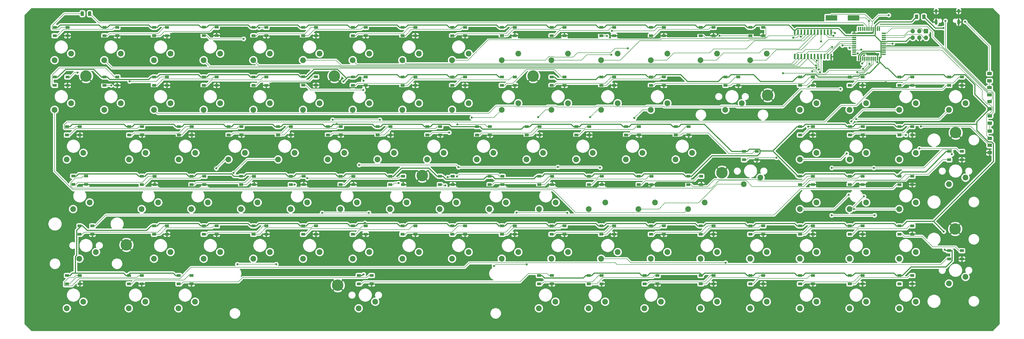
<source format=gbr>
G04 #@! TF.GenerationSoftware,KiCad,Pcbnew,(5.1.4)-1*
G04 #@! TF.CreationDate,2023-02-07T15:56:53+01:00*
G04 #@! TF.ProjectId,pcb,7063622e-6b69-4636-9164-5f7063625858,1.0*
G04 #@! TF.SameCoordinates,Original*
G04 #@! TF.FileFunction,Copper,L1,Top*
G04 #@! TF.FilePolarity,Positive*
%FSLAX46Y46*%
G04 Gerber Fmt 4.6, Leading zero omitted, Abs format (unit mm)*
G04 Created by KiCad (PCBNEW (5.1.4)-1) date 2023-02-07 15:56:53*
%MOMM*%
%LPD*%
G04 APERTURE LIST*
%ADD10C,2.200000*%
%ADD11C,4.400000*%
%ADD12C,0.700000*%
%ADD13R,1.500000X1.000000*%
%ADD14R,1.500000X0.550000*%
%ADD15R,0.550000X1.500000*%
%ADD16R,4.500000X2.000000*%
%ADD17C,0.100000*%
%ADD18C,0.600000*%
%ADD19R,1.700000X1.700000*%
%ADD20O,1.700000X1.700000*%
%ADD21C,1.250000*%
%ADD22O,1.000000X1.600000*%
%ADD23O,1.000000X2.100000*%
%ADD24C,0.800000*%
%ADD25C,0.400000*%
%ADD26C,0.150000*%
%ADD27C,0.254000*%
G04 APERTURE END LIST*
D10*
X40068500Y-156083000D03*
X33718500Y-158623000D03*
X325818000Y-156083000D03*
X319468000Y-158623000D03*
D11*
X307150000Y-153035000D03*
D12*
X308800000Y-153035000D03*
X308316726Y-154201726D03*
X307150000Y-154685000D03*
X305983274Y-154201726D03*
X305500000Y-153035000D03*
X305983274Y-151868274D03*
X307150000Y-151385000D03*
X308316726Y-151868274D03*
D10*
X225870000Y-194183000D03*
X219520000Y-196723000D03*
X187770000Y-194183000D03*
X181420000Y-196723000D03*
D13*
X259996000Y-222238000D03*
X259996000Y-225438000D03*
X264896000Y-222238000D03*
X264896000Y-225438000D03*
X281458000Y-222238000D03*
X281458000Y-225438000D03*
X286358000Y-222238000D03*
X286358000Y-225438000D03*
X319558000Y-222238000D03*
X319558000Y-225438000D03*
X324458000Y-222238000D03*
X324458000Y-225438000D03*
X338608000Y-222238000D03*
X338608000Y-225438000D03*
X343508000Y-222238000D03*
X343508000Y-225438000D03*
D10*
X376618000Y-225298000D03*
X382968000Y-222758000D03*
D13*
X357658000Y-165088000D03*
X357658000Y-168288000D03*
X362558000Y-165088000D03*
X362558000Y-168288000D03*
D10*
X382968000Y-184658000D03*
X376618000Y-187198000D03*
D13*
X300508000Y-126988000D03*
X300508000Y-130188000D03*
X305408000Y-126988000D03*
X305408000Y-130188000D03*
D12*
X62444226Y-209335274D03*
X61277500Y-208852000D03*
X60110774Y-209335274D03*
X59627500Y-210502000D03*
X60110774Y-211668726D03*
X61277500Y-212152000D03*
X62444226Y-211668726D03*
X62927500Y-210502000D03*
D11*
X61277500Y-210502000D03*
D10*
X221044000Y-175133000D03*
X214694000Y-177673000D03*
D13*
X319558000Y-146038000D03*
X319558000Y-149238000D03*
X324458000Y-146038000D03*
X324458000Y-149238000D03*
X338608000Y-146038000D03*
X338608000Y-149238000D03*
X343508000Y-146038000D03*
X343508000Y-149238000D03*
X290984000Y-146038000D03*
X290984000Y-149238000D03*
X295884000Y-146038000D03*
X295884000Y-149238000D03*
X233834000Y-165088000D03*
X233834000Y-168288000D03*
X238734000Y-165088000D03*
X238734000Y-168288000D03*
X357658000Y-222238000D03*
X357658000Y-225438000D03*
X362558000Y-222238000D03*
X362558000Y-225438000D03*
X238660000Y-184138000D03*
X238660000Y-187338000D03*
X243560000Y-184138000D03*
X243560000Y-187338000D03*
X376708000Y-174612000D03*
X376708000Y-177812000D03*
X381608000Y-174612000D03*
X381608000Y-177812000D03*
X298096000Y-174612000D03*
X298096000Y-177812000D03*
X302996000Y-174612000D03*
X302996000Y-177812000D03*
X338736000Y-165088000D03*
X338736000Y-168288000D03*
X343636000Y-165088000D03*
X343636000Y-168288000D03*
X62383500Y-165088000D03*
X62383500Y-168288000D03*
X67283500Y-165088000D03*
X67283500Y-168288000D03*
X67209500Y-184138000D03*
X67209500Y-187338000D03*
X72109500Y-184138000D03*
X72109500Y-187338000D03*
X176684000Y-165088000D03*
X176684000Y-168288000D03*
X181584000Y-165088000D03*
X181584000Y-168288000D03*
X271934000Y-165088000D03*
X271934000Y-168288000D03*
X276834000Y-165088000D03*
X276834000Y-168288000D03*
X119406000Y-165088000D03*
X119406000Y-168288000D03*
X124306000Y-165088000D03*
X124306000Y-168288000D03*
X357658000Y-146038000D03*
X357658000Y-149238000D03*
X362558000Y-146038000D03*
X362558000Y-149238000D03*
X100484000Y-165088000D03*
X100484000Y-168288000D03*
X105384000Y-165088000D03*
X105384000Y-168288000D03*
X148108000Y-146038000D03*
X148108000Y-149238000D03*
X153008000Y-146038000D03*
X153008000Y-149238000D03*
X71908500Y-146038000D03*
X71908500Y-149238000D03*
X76808500Y-146038000D03*
X76808500Y-149238000D03*
X52858500Y-146038000D03*
X52858500Y-149238000D03*
X57758500Y-146038000D03*
X57758500Y-149238000D03*
X186208000Y-146038000D03*
X186208000Y-149238000D03*
X191108000Y-146038000D03*
X191108000Y-149238000D03*
X167158000Y-146038000D03*
X167158000Y-149238000D03*
X172058000Y-146038000D03*
X172058000Y-149238000D03*
X243358000Y-146038000D03*
X243358000Y-149238000D03*
X248258000Y-146038000D03*
X248258000Y-149238000D03*
X262408000Y-146038000D03*
X262408000Y-149238000D03*
X267308000Y-146038000D03*
X267308000Y-149238000D03*
X224308000Y-146038000D03*
X224308000Y-149238000D03*
X229208000Y-146038000D03*
X229208000Y-149238000D03*
X205258000Y-146038000D03*
X205258000Y-149238000D03*
X210158000Y-146038000D03*
X210158000Y-149238000D03*
X90958500Y-146038000D03*
X90958500Y-149238000D03*
X95858500Y-146038000D03*
X95858500Y-149238000D03*
X110008000Y-146038000D03*
X110008000Y-149238000D03*
X114908000Y-146038000D03*
X114908000Y-149238000D03*
X129058000Y-145974000D03*
X129058000Y-149174000D03*
X133958000Y-145974000D03*
X133958000Y-149174000D03*
X81433500Y-165088000D03*
X81433500Y-168288000D03*
X86333500Y-165088000D03*
X86333500Y-168288000D03*
X252884000Y-165088000D03*
X252884000Y-168288000D03*
X257784000Y-165088000D03*
X257784000Y-168288000D03*
X195734000Y-165088000D03*
X195734000Y-168288000D03*
X200634000Y-165088000D03*
X200634000Y-168288000D03*
D10*
X325818000Y-175133000D03*
X319468000Y-177673000D03*
X363918000Y-175133000D03*
X357568000Y-177673000D03*
X73469500Y-194183000D03*
X67119500Y-196723000D03*
X201994000Y-175133000D03*
X195644000Y-177673000D03*
X240094000Y-175133000D03*
X233744000Y-177673000D03*
X344868000Y-175133000D03*
X338518000Y-177673000D03*
X111570000Y-194183000D03*
X105220000Y-196723000D03*
X130620000Y-194183000D03*
X124270000Y-196723000D03*
X92519500Y-194183000D03*
X86169500Y-196723000D03*
X168720000Y-194183000D03*
X162370000Y-196723000D03*
X149670000Y-194183000D03*
X143320000Y-196723000D03*
X182944000Y-175133000D03*
X176594000Y-177673000D03*
X163894000Y-175133000D03*
X157544000Y-177673000D03*
X259144000Y-175133000D03*
X252794000Y-177673000D03*
X144844000Y-175133000D03*
X138494000Y-177673000D03*
X278194000Y-175133000D03*
X271844000Y-177673000D03*
X135318000Y-213233000D03*
X128968000Y-215773000D03*
X154368000Y-213233000D03*
X148018000Y-215773000D03*
X211518000Y-213233000D03*
X205168000Y-215773000D03*
X173418000Y-213233000D03*
X167068000Y-215773000D03*
X192468000Y-213233000D03*
X186118000Y-215773000D03*
X230568000Y-213233000D03*
X224218000Y-215773000D03*
X249618000Y-213233000D03*
X243268000Y-215773000D03*
X363918000Y-194183000D03*
X357568000Y-196723000D03*
X344868000Y-194183000D03*
X338518000Y-196723000D03*
X325818000Y-194183000D03*
X319468000Y-196723000D03*
X263970000Y-194183000D03*
X257620000Y-196723000D03*
X283020000Y-194183000D03*
X276670000Y-196723000D03*
X116268000Y-213233000D03*
X109918000Y-215773000D03*
X206820000Y-194183000D03*
X200470000Y-196723000D03*
X78168500Y-213233000D03*
X71818500Y-215773000D03*
X244920000Y-194183000D03*
X238570000Y-196723000D03*
X97218500Y-213233000D03*
X90868500Y-215773000D03*
D13*
X357658000Y-184138000D03*
X357658000Y-187338000D03*
X362558000Y-184138000D03*
X362558000Y-187338000D03*
X90958500Y-203188000D03*
X90958500Y-206388000D03*
X95858500Y-203188000D03*
X95858500Y-206388000D03*
X276760000Y-184138000D03*
X276760000Y-187338000D03*
X281660000Y-184138000D03*
X281660000Y-187338000D03*
X300508000Y-203188000D03*
X300508000Y-206388000D03*
X305408000Y-203188000D03*
X305408000Y-206388000D03*
X281458000Y-203188000D03*
X281458000Y-206388000D03*
X286358000Y-203188000D03*
X286358000Y-206388000D03*
X81306500Y-222238000D03*
X81306500Y-225438000D03*
X86206500Y-222238000D03*
X86206500Y-225438000D03*
X338608000Y-203188000D03*
X338608000Y-206388000D03*
X343508000Y-203188000D03*
X343508000Y-206388000D03*
X376708000Y-212712000D03*
X376708000Y-215912000D03*
X381608000Y-212712000D03*
X381608000Y-215912000D03*
X219482000Y-222238000D03*
X219482000Y-225438000D03*
X224382000Y-222238000D03*
X224382000Y-225438000D03*
X150394000Y-222238000D03*
X150394000Y-225438000D03*
X155294000Y-222238000D03*
X155294000Y-225438000D03*
X62256500Y-222238000D03*
X62256500Y-225438000D03*
X67156500Y-222238000D03*
X67156500Y-225438000D03*
X357658000Y-203188000D03*
X357658000Y-206388000D03*
X362558000Y-203188000D03*
X362558000Y-206388000D03*
X319558000Y-203188000D03*
X319558000Y-206388000D03*
X324458000Y-203188000D03*
X324458000Y-206388000D03*
X71908500Y-203188000D03*
X71908500Y-206388000D03*
X76808500Y-203188000D03*
X76808500Y-206388000D03*
D10*
X344868000Y-156083000D03*
X338518000Y-158623000D03*
X363918000Y-156083000D03*
X357568000Y-158623000D03*
X382968000Y-156083000D03*
X376618000Y-158623000D03*
X135318000Y-156083000D03*
X128968000Y-158623000D03*
X68643500Y-175133000D03*
X62293500Y-177673000D03*
X116268000Y-156083000D03*
X109918000Y-158623000D03*
X87693500Y-175133000D03*
X81343500Y-177673000D03*
X106744000Y-175133000D03*
X100394000Y-177673000D03*
X125794000Y-175133000D03*
X119444000Y-177673000D03*
X192468000Y-156083000D03*
X186118000Y-158623000D03*
X211518000Y-156083000D03*
X205168000Y-158623000D03*
X230568000Y-156083000D03*
X224218000Y-158623000D03*
X173418000Y-156083000D03*
X167068000Y-158623000D03*
X97218500Y-156083000D03*
X90868500Y-158623000D03*
X268668000Y-156083000D03*
X262318000Y-158623000D03*
X249618000Y-156083000D03*
X243268000Y-158623000D03*
X154368000Y-156083000D03*
X148018000Y-158623000D03*
D13*
X110008000Y-203188000D03*
X110008000Y-206388000D03*
X114908000Y-203188000D03*
X114908000Y-206388000D03*
X186208000Y-203188000D03*
X186208000Y-206388000D03*
X191108000Y-203188000D03*
X191108000Y-206388000D03*
X262408000Y-203188000D03*
X262408000Y-206388000D03*
X267308000Y-203188000D03*
X267308000Y-206388000D03*
X243358000Y-203188000D03*
X243358000Y-206388000D03*
X248258000Y-203188000D03*
X248258000Y-206388000D03*
X300508000Y-222238000D03*
X300508000Y-225438000D03*
X305408000Y-222238000D03*
X305408000Y-225438000D03*
X129058000Y-203188000D03*
X129058000Y-206388000D03*
X133958000Y-203188000D03*
X133958000Y-206388000D03*
X338608000Y-184138000D03*
X338608000Y-187338000D03*
X343508000Y-184138000D03*
X343508000Y-187338000D03*
X224308000Y-203188000D03*
X224308000Y-206388000D03*
X229208000Y-203188000D03*
X229208000Y-206388000D03*
X148108000Y-203188000D03*
X148108000Y-206388000D03*
X153008000Y-203188000D03*
X153008000Y-206388000D03*
X167158000Y-203188000D03*
X167158000Y-206388000D03*
X172058000Y-203188000D03*
X172058000Y-206388000D03*
X319558000Y-184138000D03*
X319558000Y-187338000D03*
X324458000Y-184138000D03*
X324458000Y-187338000D03*
X238532000Y-222238000D03*
X238532000Y-225438000D03*
X243432000Y-222238000D03*
X243432000Y-225438000D03*
X205258000Y-203188000D03*
X205258000Y-206388000D03*
X210158000Y-203188000D03*
X210158000Y-206388000D03*
D10*
X344868000Y-232283000D03*
X338518000Y-234823000D03*
X325818000Y-232283000D03*
X319468000Y-234823000D03*
X363918000Y-213233000D03*
X357568000Y-215773000D03*
X344868000Y-213233000D03*
X338518000Y-215773000D03*
X68516500Y-232283000D03*
X62166500Y-234823000D03*
X287718000Y-232283000D03*
X281368000Y-234823000D03*
X87566500Y-232283000D03*
X81216500Y-234823000D03*
X268668000Y-213233000D03*
X262318000Y-215773000D03*
X225742000Y-232283000D03*
X219392000Y-234823000D03*
X306768000Y-213233000D03*
X300418000Y-215773000D03*
X306768000Y-232283000D03*
X300418000Y-234823000D03*
X287718000Y-213233000D03*
X281368000Y-215773000D03*
X244792000Y-232283000D03*
X238442000Y-234823000D03*
X325818000Y-213233000D03*
X319468000Y-215773000D03*
D13*
X214784000Y-165088000D03*
X214784000Y-168288000D03*
X219684000Y-165088000D03*
X219684000Y-168288000D03*
X138584000Y-165088000D03*
X138584000Y-168288000D03*
X143484000Y-165088000D03*
X143484000Y-168288000D03*
X319558000Y-165088000D03*
X319558000Y-168288000D03*
X324458000Y-165088000D03*
X324458000Y-168288000D03*
X181510000Y-184138000D03*
X181510000Y-187338000D03*
X186410000Y-184138000D03*
X186410000Y-187338000D03*
X143410000Y-184138000D03*
X143410000Y-187338000D03*
X148310000Y-184138000D03*
X148310000Y-187338000D03*
X86259500Y-184138000D03*
X86259500Y-187338000D03*
X91159500Y-184138000D03*
X91159500Y-187338000D03*
X200560000Y-184138000D03*
X200560000Y-187338000D03*
X205460000Y-184138000D03*
X205460000Y-187338000D03*
X124360000Y-184138000D03*
X124360000Y-187338000D03*
X129260000Y-184138000D03*
X129260000Y-187338000D03*
X105310000Y-184138000D03*
X105310000Y-187338000D03*
X110210000Y-184138000D03*
X110210000Y-187338000D03*
X257710000Y-184138000D03*
X257710000Y-187338000D03*
X262610000Y-184138000D03*
X262610000Y-187338000D03*
X219610000Y-184138000D03*
X219610000Y-187338000D03*
X224510000Y-184138000D03*
X224510000Y-187338000D03*
X162460000Y-184138000D03*
X162460000Y-187338000D03*
X167360000Y-184138000D03*
X167360000Y-187338000D03*
D10*
X44767500Y-175133000D03*
X38417500Y-177673000D03*
X38417500Y-234823000D03*
X44767500Y-232283000D03*
D11*
X289624000Y-182753000D03*
D12*
X291274000Y-182753000D03*
X290790726Y-183919726D03*
X289624000Y-184403000D03*
X288457274Y-183919726D03*
X287974000Y-182753000D03*
X288457274Y-181586274D03*
X289624000Y-181103000D03*
X290790726Y-181586274D03*
D11*
X379222000Y-167386000D03*
D12*
X380872000Y-167386000D03*
X380388726Y-168552726D03*
X379222000Y-169036000D03*
X378055274Y-168552726D03*
X377572000Y-167386000D03*
X378055274Y-166219274D03*
X379222000Y-165736000D03*
X380388726Y-166219274D03*
D11*
X142303500Y-225996500D03*
D12*
X143953500Y-225996500D03*
X143470226Y-227163226D03*
X142303500Y-227646500D03*
X141136774Y-227163226D03*
X140653500Y-225996500D03*
X141136774Y-224829774D03*
X142303500Y-224346500D03*
X143470226Y-224829774D03*
D11*
X379031500Y-204343000D03*
D12*
X380681500Y-204343000D03*
X380198226Y-205509726D03*
X379031500Y-205993000D03*
X377864774Y-205509726D03*
X377381500Y-204343000D03*
X377864774Y-203176274D03*
X379031500Y-202693000D03*
X380198226Y-203176274D03*
D10*
X297244000Y-156083000D03*
X290894000Y-158623000D03*
X43243500Y-215773000D03*
X49593500Y-213233000D03*
D11*
X174688500Y-183896000D03*
D12*
X176338500Y-183896000D03*
X175855226Y-185062726D03*
X174688500Y-185546000D03*
X173521774Y-185062726D03*
X173038500Y-183896000D03*
X173521774Y-182729274D03*
X174688500Y-182246000D03*
X175855226Y-182729274D03*
D10*
X298006000Y-187198000D03*
X304356000Y-184658000D03*
X40830500Y-196723000D03*
X47180500Y-194183000D03*
X150304000Y-234823000D03*
X156654000Y-232283000D03*
X259906000Y-234823000D03*
X266256000Y-232283000D03*
D13*
X157634000Y-165088000D03*
X157634000Y-168288000D03*
X162534000Y-165088000D03*
X162534000Y-168288000D03*
X376708000Y-146038000D03*
X376708000Y-149238000D03*
X381608000Y-146038000D03*
X381608000Y-149238000D03*
D10*
X78168500Y-156083000D03*
X71818500Y-158623000D03*
X59118500Y-156083000D03*
X52768500Y-158623000D03*
X363918000Y-232283000D03*
X357568000Y-234823000D03*
D13*
X40920500Y-184074000D03*
X40920500Y-187274000D03*
X45820500Y-184074000D03*
X45820500Y-187274000D03*
X38507500Y-165088000D03*
X38507500Y-168288000D03*
X43407500Y-165088000D03*
X43407500Y-168288000D03*
X38507500Y-222238000D03*
X38507500Y-225438000D03*
X43407500Y-222238000D03*
X43407500Y-225438000D03*
X43333500Y-203188000D03*
X43333500Y-206388000D03*
X48233500Y-203188000D03*
X48233500Y-206388000D03*
X33808500Y-146038000D03*
X33808500Y-149238000D03*
X38708500Y-146038000D03*
X38708500Y-149238000D03*
D11*
X45783500Y-145669000D03*
D12*
X47433500Y-145669000D03*
X46950226Y-146835726D03*
X45783500Y-147319000D03*
X44616774Y-146835726D03*
X44133500Y-145669000D03*
X44616774Y-144502274D03*
X45783500Y-144019000D03*
X46950226Y-144502274D03*
D13*
X205258000Y-126988000D03*
X205258000Y-130188000D03*
X210158000Y-126988000D03*
X210158000Y-130188000D03*
X281458000Y-126988000D03*
X281458000Y-130188000D03*
X286358000Y-126988000D03*
X286358000Y-130188000D03*
X262408000Y-126988000D03*
X262408000Y-130188000D03*
X267308000Y-126988000D03*
X267308000Y-130188000D03*
X186208000Y-126988000D03*
X186208000Y-130188000D03*
X191108000Y-126988000D03*
X191108000Y-130188000D03*
X243358000Y-126988000D03*
X243358000Y-130188000D03*
X248258000Y-126988000D03*
X248258000Y-130188000D03*
X224308000Y-126988000D03*
X224308000Y-130188000D03*
X229208000Y-126988000D03*
X229208000Y-130188000D03*
D10*
X230568000Y-137033000D03*
X224218000Y-139573000D03*
D13*
X110008000Y-126988000D03*
X110008000Y-130188000D03*
X114908000Y-126988000D03*
X114908000Y-130188000D03*
X167158000Y-126988000D03*
X167158000Y-130188000D03*
X172058000Y-126988000D03*
X172058000Y-130188000D03*
X71908500Y-126988000D03*
X71908500Y-130188000D03*
X76808500Y-126988000D03*
X76808500Y-130188000D03*
X90958500Y-126924000D03*
X90958500Y-130124000D03*
X95858500Y-126924000D03*
X95858500Y-130124000D03*
X148108000Y-126988000D03*
X148108000Y-130188000D03*
X153008000Y-126988000D03*
X153008000Y-130188000D03*
X129058000Y-126988000D03*
X129058000Y-130188000D03*
X133958000Y-126988000D03*
X133958000Y-130188000D03*
D10*
X192468000Y-137033000D03*
X186118000Y-139573000D03*
X306768000Y-137033000D03*
X300418000Y-139573000D03*
X135318000Y-137033000D03*
X128968000Y-139573000D03*
X78168500Y-137033000D03*
X71818500Y-139573000D03*
X249618000Y-137033000D03*
X243268000Y-139573000D03*
X154368000Y-137033000D03*
X148018000Y-139573000D03*
X116268000Y-137033000D03*
X109918000Y-139573000D03*
X173418000Y-137033000D03*
X167068000Y-139573000D03*
X268668000Y-137033000D03*
X262318000Y-139573000D03*
X287718000Y-137033000D03*
X281368000Y-139573000D03*
X97218500Y-137033000D03*
X90868500Y-139573000D03*
X211518000Y-137033000D03*
X205168000Y-139573000D03*
D13*
X52858500Y-126988000D03*
X52858500Y-130188000D03*
X57758500Y-126988000D03*
X57758500Y-130188000D03*
D10*
X59118500Y-137033000D03*
X52768500Y-139573000D03*
D13*
X33808500Y-126988000D03*
X33808500Y-130188000D03*
X38708500Y-126988000D03*
X38708500Y-130188000D03*
D11*
X217234000Y-145669000D03*
D12*
X218884000Y-145669000D03*
X218400726Y-146835726D03*
X217234000Y-147319000D03*
X216067274Y-146835726D03*
X215584000Y-145669000D03*
X216067274Y-144502274D03*
X217234000Y-144019000D03*
X218400726Y-144502274D03*
D11*
X141034000Y-145669000D03*
D12*
X142684000Y-145669000D03*
X142200726Y-146835726D03*
X141034000Y-147319000D03*
X139867274Y-146835726D03*
X139384000Y-145669000D03*
X139867274Y-144502274D03*
X141034000Y-144019000D03*
X142200726Y-144502274D03*
D10*
X40068500Y-137033000D03*
X33718500Y-139573000D03*
D14*
X351712000Y-137286000D03*
X351712000Y-136486000D03*
X351712000Y-135686000D03*
X351712000Y-134886000D03*
X351712000Y-134086000D03*
X351712000Y-133286000D03*
X351712000Y-132486000D03*
X351712000Y-131686000D03*
X351712000Y-130886000D03*
X351712000Y-130086000D03*
X351712000Y-129286000D03*
D15*
X350012000Y-127586000D03*
X349212000Y-127586000D03*
X348412000Y-127586000D03*
X347612000Y-127586000D03*
X346812000Y-127586000D03*
X346012000Y-127586000D03*
X345212000Y-127586000D03*
X344412000Y-127586000D03*
X343612000Y-127586000D03*
X342812000Y-127586000D03*
X342012000Y-127586000D03*
D14*
X340312000Y-129286000D03*
X340312000Y-130086000D03*
X340312000Y-130886000D03*
X340312000Y-131686000D03*
X340312000Y-132486000D03*
X340312000Y-133286000D03*
X340312000Y-134086000D03*
X340312000Y-134886000D03*
X340312000Y-135686000D03*
X340312000Y-136486000D03*
X340312000Y-137286000D03*
D15*
X342012000Y-138986000D03*
X342812000Y-138986000D03*
X343612000Y-138986000D03*
X344412000Y-138986000D03*
X345212000Y-138986000D03*
X346012000Y-138986000D03*
X346812000Y-138986000D03*
X347612000Y-138986000D03*
X348412000Y-138986000D03*
X349212000Y-138986000D03*
X350012000Y-138986000D03*
D16*
X340102000Y-123317000D03*
X331602000Y-123317000D03*
D17*
G36*
X317664703Y-137165722D02*
G01*
X317679264Y-137167882D01*
X317693543Y-137171459D01*
X317707403Y-137176418D01*
X317720710Y-137182712D01*
X317733336Y-137190280D01*
X317745159Y-137199048D01*
X317756066Y-137208934D01*
X317765952Y-137219841D01*
X317774720Y-137231664D01*
X317782288Y-137244290D01*
X317788582Y-137257597D01*
X317793541Y-137271457D01*
X317797118Y-137285736D01*
X317799278Y-137300297D01*
X317800000Y-137315000D01*
X317800000Y-139065000D01*
X317799278Y-139079703D01*
X317797118Y-139094264D01*
X317793541Y-139108543D01*
X317788582Y-139122403D01*
X317782288Y-139135710D01*
X317774720Y-139148336D01*
X317765952Y-139160159D01*
X317756066Y-139171066D01*
X317745159Y-139180952D01*
X317733336Y-139189720D01*
X317720710Y-139197288D01*
X317707403Y-139203582D01*
X317693543Y-139208541D01*
X317679264Y-139212118D01*
X317664703Y-139214278D01*
X317650000Y-139215000D01*
X317350000Y-139215000D01*
X317335297Y-139214278D01*
X317320736Y-139212118D01*
X317306457Y-139208541D01*
X317292597Y-139203582D01*
X317279290Y-139197288D01*
X317266664Y-139189720D01*
X317254841Y-139180952D01*
X317243934Y-139171066D01*
X317234048Y-139160159D01*
X317225280Y-139148336D01*
X317217712Y-139135710D01*
X317211418Y-139122403D01*
X317206459Y-139108543D01*
X317202882Y-139094264D01*
X317200722Y-139079703D01*
X317200000Y-139065000D01*
X317200000Y-137315000D01*
X317200722Y-137300297D01*
X317202882Y-137285736D01*
X317206459Y-137271457D01*
X317211418Y-137257597D01*
X317217712Y-137244290D01*
X317225280Y-137231664D01*
X317234048Y-137219841D01*
X317243934Y-137208934D01*
X317254841Y-137199048D01*
X317266664Y-137190280D01*
X317279290Y-137182712D01*
X317292597Y-137176418D01*
X317306457Y-137171459D01*
X317320736Y-137167882D01*
X317335297Y-137165722D01*
X317350000Y-137165000D01*
X317650000Y-137165000D01*
X317664703Y-137165722D01*
X317664703Y-137165722D01*
G37*
D18*
X317500000Y-138190000D03*
D17*
G36*
X318934703Y-137165722D02*
G01*
X318949264Y-137167882D01*
X318963543Y-137171459D01*
X318977403Y-137176418D01*
X318990710Y-137182712D01*
X319003336Y-137190280D01*
X319015159Y-137199048D01*
X319026066Y-137208934D01*
X319035952Y-137219841D01*
X319044720Y-137231664D01*
X319052288Y-137244290D01*
X319058582Y-137257597D01*
X319063541Y-137271457D01*
X319067118Y-137285736D01*
X319069278Y-137300297D01*
X319070000Y-137315000D01*
X319070000Y-139065000D01*
X319069278Y-139079703D01*
X319067118Y-139094264D01*
X319063541Y-139108543D01*
X319058582Y-139122403D01*
X319052288Y-139135710D01*
X319044720Y-139148336D01*
X319035952Y-139160159D01*
X319026066Y-139171066D01*
X319015159Y-139180952D01*
X319003336Y-139189720D01*
X318990710Y-139197288D01*
X318977403Y-139203582D01*
X318963543Y-139208541D01*
X318949264Y-139212118D01*
X318934703Y-139214278D01*
X318920000Y-139215000D01*
X318620000Y-139215000D01*
X318605297Y-139214278D01*
X318590736Y-139212118D01*
X318576457Y-139208541D01*
X318562597Y-139203582D01*
X318549290Y-139197288D01*
X318536664Y-139189720D01*
X318524841Y-139180952D01*
X318513934Y-139171066D01*
X318504048Y-139160159D01*
X318495280Y-139148336D01*
X318487712Y-139135710D01*
X318481418Y-139122403D01*
X318476459Y-139108543D01*
X318472882Y-139094264D01*
X318470722Y-139079703D01*
X318470000Y-139065000D01*
X318470000Y-137315000D01*
X318470722Y-137300297D01*
X318472882Y-137285736D01*
X318476459Y-137271457D01*
X318481418Y-137257597D01*
X318487712Y-137244290D01*
X318495280Y-137231664D01*
X318504048Y-137219841D01*
X318513934Y-137208934D01*
X318524841Y-137199048D01*
X318536664Y-137190280D01*
X318549290Y-137182712D01*
X318562597Y-137176418D01*
X318576457Y-137171459D01*
X318590736Y-137167882D01*
X318605297Y-137165722D01*
X318620000Y-137165000D01*
X318920000Y-137165000D01*
X318934703Y-137165722D01*
X318934703Y-137165722D01*
G37*
D18*
X318770000Y-138190000D03*
D17*
G36*
X320204703Y-137165722D02*
G01*
X320219264Y-137167882D01*
X320233543Y-137171459D01*
X320247403Y-137176418D01*
X320260710Y-137182712D01*
X320273336Y-137190280D01*
X320285159Y-137199048D01*
X320296066Y-137208934D01*
X320305952Y-137219841D01*
X320314720Y-137231664D01*
X320322288Y-137244290D01*
X320328582Y-137257597D01*
X320333541Y-137271457D01*
X320337118Y-137285736D01*
X320339278Y-137300297D01*
X320340000Y-137315000D01*
X320340000Y-139065000D01*
X320339278Y-139079703D01*
X320337118Y-139094264D01*
X320333541Y-139108543D01*
X320328582Y-139122403D01*
X320322288Y-139135710D01*
X320314720Y-139148336D01*
X320305952Y-139160159D01*
X320296066Y-139171066D01*
X320285159Y-139180952D01*
X320273336Y-139189720D01*
X320260710Y-139197288D01*
X320247403Y-139203582D01*
X320233543Y-139208541D01*
X320219264Y-139212118D01*
X320204703Y-139214278D01*
X320190000Y-139215000D01*
X319890000Y-139215000D01*
X319875297Y-139214278D01*
X319860736Y-139212118D01*
X319846457Y-139208541D01*
X319832597Y-139203582D01*
X319819290Y-139197288D01*
X319806664Y-139189720D01*
X319794841Y-139180952D01*
X319783934Y-139171066D01*
X319774048Y-139160159D01*
X319765280Y-139148336D01*
X319757712Y-139135710D01*
X319751418Y-139122403D01*
X319746459Y-139108543D01*
X319742882Y-139094264D01*
X319740722Y-139079703D01*
X319740000Y-139065000D01*
X319740000Y-137315000D01*
X319740722Y-137300297D01*
X319742882Y-137285736D01*
X319746459Y-137271457D01*
X319751418Y-137257597D01*
X319757712Y-137244290D01*
X319765280Y-137231664D01*
X319774048Y-137219841D01*
X319783934Y-137208934D01*
X319794841Y-137199048D01*
X319806664Y-137190280D01*
X319819290Y-137182712D01*
X319832597Y-137176418D01*
X319846457Y-137171459D01*
X319860736Y-137167882D01*
X319875297Y-137165722D01*
X319890000Y-137165000D01*
X320190000Y-137165000D01*
X320204703Y-137165722D01*
X320204703Y-137165722D01*
G37*
D18*
X320040000Y-138190000D03*
D17*
G36*
X321474703Y-137165722D02*
G01*
X321489264Y-137167882D01*
X321503543Y-137171459D01*
X321517403Y-137176418D01*
X321530710Y-137182712D01*
X321543336Y-137190280D01*
X321555159Y-137199048D01*
X321566066Y-137208934D01*
X321575952Y-137219841D01*
X321584720Y-137231664D01*
X321592288Y-137244290D01*
X321598582Y-137257597D01*
X321603541Y-137271457D01*
X321607118Y-137285736D01*
X321609278Y-137300297D01*
X321610000Y-137315000D01*
X321610000Y-139065000D01*
X321609278Y-139079703D01*
X321607118Y-139094264D01*
X321603541Y-139108543D01*
X321598582Y-139122403D01*
X321592288Y-139135710D01*
X321584720Y-139148336D01*
X321575952Y-139160159D01*
X321566066Y-139171066D01*
X321555159Y-139180952D01*
X321543336Y-139189720D01*
X321530710Y-139197288D01*
X321517403Y-139203582D01*
X321503543Y-139208541D01*
X321489264Y-139212118D01*
X321474703Y-139214278D01*
X321460000Y-139215000D01*
X321160000Y-139215000D01*
X321145297Y-139214278D01*
X321130736Y-139212118D01*
X321116457Y-139208541D01*
X321102597Y-139203582D01*
X321089290Y-139197288D01*
X321076664Y-139189720D01*
X321064841Y-139180952D01*
X321053934Y-139171066D01*
X321044048Y-139160159D01*
X321035280Y-139148336D01*
X321027712Y-139135710D01*
X321021418Y-139122403D01*
X321016459Y-139108543D01*
X321012882Y-139094264D01*
X321010722Y-139079703D01*
X321010000Y-139065000D01*
X321010000Y-137315000D01*
X321010722Y-137300297D01*
X321012882Y-137285736D01*
X321016459Y-137271457D01*
X321021418Y-137257597D01*
X321027712Y-137244290D01*
X321035280Y-137231664D01*
X321044048Y-137219841D01*
X321053934Y-137208934D01*
X321064841Y-137199048D01*
X321076664Y-137190280D01*
X321089290Y-137182712D01*
X321102597Y-137176418D01*
X321116457Y-137171459D01*
X321130736Y-137167882D01*
X321145297Y-137165722D01*
X321160000Y-137165000D01*
X321460000Y-137165000D01*
X321474703Y-137165722D01*
X321474703Y-137165722D01*
G37*
D18*
X321310000Y-138190000D03*
D17*
G36*
X322744703Y-137165722D02*
G01*
X322759264Y-137167882D01*
X322773543Y-137171459D01*
X322787403Y-137176418D01*
X322800710Y-137182712D01*
X322813336Y-137190280D01*
X322825159Y-137199048D01*
X322836066Y-137208934D01*
X322845952Y-137219841D01*
X322854720Y-137231664D01*
X322862288Y-137244290D01*
X322868582Y-137257597D01*
X322873541Y-137271457D01*
X322877118Y-137285736D01*
X322879278Y-137300297D01*
X322880000Y-137315000D01*
X322880000Y-139065000D01*
X322879278Y-139079703D01*
X322877118Y-139094264D01*
X322873541Y-139108543D01*
X322868582Y-139122403D01*
X322862288Y-139135710D01*
X322854720Y-139148336D01*
X322845952Y-139160159D01*
X322836066Y-139171066D01*
X322825159Y-139180952D01*
X322813336Y-139189720D01*
X322800710Y-139197288D01*
X322787403Y-139203582D01*
X322773543Y-139208541D01*
X322759264Y-139212118D01*
X322744703Y-139214278D01*
X322730000Y-139215000D01*
X322430000Y-139215000D01*
X322415297Y-139214278D01*
X322400736Y-139212118D01*
X322386457Y-139208541D01*
X322372597Y-139203582D01*
X322359290Y-139197288D01*
X322346664Y-139189720D01*
X322334841Y-139180952D01*
X322323934Y-139171066D01*
X322314048Y-139160159D01*
X322305280Y-139148336D01*
X322297712Y-139135710D01*
X322291418Y-139122403D01*
X322286459Y-139108543D01*
X322282882Y-139094264D01*
X322280722Y-139079703D01*
X322280000Y-139065000D01*
X322280000Y-137315000D01*
X322280722Y-137300297D01*
X322282882Y-137285736D01*
X322286459Y-137271457D01*
X322291418Y-137257597D01*
X322297712Y-137244290D01*
X322305280Y-137231664D01*
X322314048Y-137219841D01*
X322323934Y-137208934D01*
X322334841Y-137199048D01*
X322346664Y-137190280D01*
X322359290Y-137182712D01*
X322372597Y-137176418D01*
X322386457Y-137171459D01*
X322400736Y-137167882D01*
X322415297Y-137165722D01*
X322430000Y-137165000D01*
X322730000Y-137165000D01*
X322744703Y-137165722D01*
X322744703Y-137165722D01*
G37*
D18*
X322580000Y-138190000D03*
D17*
G36*
X324014703Y-137165722D02*
G01*
X324029264Y-137167882D01*
X324043543Y-137171459D01*
X324057403Y-137176418D01*
X324070710Y-137182712D01*
X324083336Y-137190280D01*
X324095159Y-137199048D01*
X324106066Y-137208934D01*
X324115952Y-137219841D01*
X324124720Y-137231664D01*
X324132288Y-137244290D01*
X324138582Y-137257597D01*
X324143541Y-137271457D01*
X324147118Y-137285736D01*
X324149278Y-137300297D01*
X324150000Y-137315000D01*
X324150000Y-139065000D01*
X324149278Y-139079703D01*
X324147118Y-139094264D01*
X324143541Y-139108543D01*
X324138582Y-139122403D01*
X324132288Y-139135710D01*
X324124720Y-139148336D01*
X324115952Y-139160159D01*
X324106066Y-139171066D01*
X324095159Y-139180952D01*
X324083336Y-139189720D01*
X324070710Y-139197288D01*
X324057403Y-139203582D01*
X324043543Y-139208541D01*
X324029264Y-139212118D01*
X324014703Y-139214278D01*
X324000000Y-139215000D01*
X323700000Y-139215000D01*
X323685297Y-139214278D01*
X323670736Y-139212118D01*
X323656457Y-139208541D01*
X323642597Y-139203582D01*
X323629290Y-139197288D01*
X323616664Y-139189720D01*
X323604841Y-139180952D01*
X323593934Y-139171066D01*
X323584048Y-139160159D01*
X323575280Y-139148336D01*
X323567712Y-139135710D01*
X323561418Y-139122403D01*
X323556459Y-139108543D01*
X323552882Y-139094264D01*
X323550722Y-139079703D01*
X323550000Y-139065000D01*
X323550000Y-137315000D01*
X323550722Y-137300297D01*
X323552882Y-137285736D01*
X323556459Y-137271457D01*
X323561418Y-137257597D01*
X323567712Y-137244290D01*
X323575280Y-137231664D01*
X323584048Y-137219841D01*
X323593934Y-137208934D01*
X323604841Y-137199048D01*
X323616664Y-137190280D01*
X323629290Y-137182712D01*
X323642597Y-137176418D01*
X323656457Y-137171459D01*
X323670736Y-137167882D01*
X323685297Y-137165722D01*
X323700000Y-137165000D01*
X324000000Y-137165000D01*
X324014703Y-137165722D01*
X324014703Y-137165722D01*
G37*
D18*
X323850000Y-138190000D03*
D17*
G36*
X325284703Y-137165722D02*
G01*
X325299264Y-137167882D01*
X325313543Y-137171459D01*
X325327403Y-137176418D01*
X325340710Y-137182712D01*
X325353336Y-137190280D01*
X325365159Y-137199048D01*
X325376066Y-137208934D01*
X325385952Y-137219841D01*
X325394720Y-137231664D01*
X325402288Y-137244290D01*
X325408582Y-137257597D01*
X325413541Y-137271457D01*
X325417118Y-137285736D01*
X325419278Y-137300297D01*
X325420000Y-137315000D01*
X325420000Y-139065000D01*
X325419278Y-139079703D01*
X325417118Y-139094264D01*
X325413541Y-139108543D01*
X325408582Y-139122403D01*
X325402288Y-139135710D01*
X325394720Y-139148336D01*
X325385952Y-139160159D01*
X325376066Y-139171066D01*
X325365159Y-139180952D01*
X325353336Y-139189720D01*
X325340710Y-139197288D01*
X325327403Y-139203582D01*
X325313543Y-139208541D01*
X325299264Y-139212118D01*
X325284703Y-139214278D01*
X325270000Y-139215000D01*
X324970000Y-139215000D01*
X324955297Y-139214278D01*
X324940736Y-139212118D01*
X324926457Y-139208541D01*
X324912597Y-139203582D01*
X324899290Y-139197288D01*
X324886664Y-139189720D01*
X324874841Y-139180952D01*
X324863934Y-139171066D01*
X324854048Y-139160159D01*
X324845280Y-139148336D01*
X324837712Y-139135710D01*
X324831418Y-139122403D01*
X324826459Y-139108543D01*
X324822882Y-139094264D01*
X324820722Y-139079703D01*
X324820000Y-139065000D01*
X324820000Y-137315000D01*
X324820722Y-137300297D01*
X324822882Y-137285736D01*
X324826459Y-137271457D01*
X324831418Y-137257597D01*
X324837712Y-137244290D01*
X324845280Y-137231664D01*
X324854048Y-137219841D01*
X324863934Y-137208934D01*
X324874841Y-137199048D01*
X324886664Y-137190280D01*
X324899290Y-137182712D01*
X324912597Y-137176418D01*
X324926457Y-137171459D01*
X324940736Y-137167882D01*
X324955297Y-137165722D01*
X324970000Y-137165000D01*
X325270000Y-137165000D01*
X325284703Y-137165722D01*
X325284703Y-137165722D01*
G37*
D18*
X325120000Y-138190000D03*
D17*
G36*
X326554703Y-137165722D02*
G01*
X326569264Y-137167882D01*
X326583543Y-137171459D01*
X326597403Y-137176418D01*
X326610710Y-137182712D01*
X326623336Y-137190280D01*
X326635159Y-137199048D01*
X326646066Y-137208934D01*
X326655952Y-137219841D01*
X326664720Y-137231664D01*
X326672288Y-137244290D01*
X326678582Y-137257597D01*
X326683541Y-137271457D01*
X326687118Y-137285736D01*
X326689278Y-137300297D01*
X326690000Y-137315000D01*
X326690000Y-139065000D01*
X326689278Y-139079703D01*
X326687118Y-139094264D01*
X326683541Y-139108543D01*
X326678582Y-139122403D01*
X326672288Y-139135710D01*
X326664720Y-139148336D01*
X326655952Y-139160159D01*
X326646066Y-139171066D01*
X326635159Y-139180952D01*
X326623336Y-139189720D01*
X326610710Y-139197288D01*
X326597403Y-139203582D01*
X326583543Y-139208541D01*
X326569264Y-139212118D01*
X326554703Y-139214278D01*
X326540000Y-139215000D01*
X326240000Y-139215000D01*
X326225297Y-139214278D01*
X326210736Y-139212118D01*
X326196457Y-139208541D01*
X326182597Y-139203582D01*
X326169290Y-139197288D01*
X326156664Y-139189720D01*
X326144841Y-139180952D01*
X326133934Y-139171066D01*
X326124048Y-139160159D01*
X326115280Y-139148336D01*
X326107712Y-139135710D01*
X326101418Y-139122403D01*
X326096459Y-139108543D01*
X326092882Y-139094264D01*
X326090722Y-139079703D01*
X326090000Y-139065000D01*
X326090000Y-137315000D01*
X326090722Y-137300297D01*
X326092882Y-137285736D01*
X326096459Y-137271457D01*
X326101418Y-137257597D01*
X326107712Y-137244290D01*
X326115280Y-137231664D01*
X326124048Y-137219841D01*
X326133934Y-137208934D01*
X326144841Y-137199048D01*
X326156664Y-137190280D01*
X326169290Y-137182712D01*
X326182597Y-137176418D01*
X326196457Y-137171459D01*
X326210736Y-137167882D01*
X326225297Y-137165722D01*
X326240000Y-137165000D01*
X326540000Y-137165000D01*
X326554703Y-137165722D01*
X326554703Y-137165722D01*
G37*
D18*
X326390000Y-138190000D03*
D17*
G36*
X327824703Y-137165722D02*
G01*
X327839264Y-137167882D01*
X327853543Y-137171459D01*
X327867403Y-137176418D01*
X327880710Y-137182712D01*
X327893336Y-137190280D01*
X327905159Y-137199048D01*
X327916066Y-137208934D01*
X327925952Y-137219841D01*
X327934720Y-137231664D01*
X327942288Y-137244290D01*
X327948582Y-137257597D01*
X327953541Y-137271457D01*
X327957118Y-137285736D01*
X327959278Y-137300297D01*
X327960000Y-137315000D01*
X327960000Y-139065000D01*
X327959278Y-139079703D01*
X327957118Y-139094264D01*
X327953541Y-139108543D01*
X327948582Y-139122403D01*
X327942288Y-139135710D01*
X327934720Y-139148336D01*
X327925952Y-139160159D01*
X327916066Y-139171066D01*
X327905159Y-139180952D01*
X327893336Y-139189720D01*
X327880710Y-139197288D01*
X327867403Y-139203582D01*
X327853543Y-139208541D01*
X327839264Y-139212118D01*
X327824703Y-139214278D01*
X327810000Y-139215000D01*
X327510000Y-139215000D01*
X327495297Y-139214278D01*
X327480736Y-139212118D01*
X327466457Y-139208541D01*
X327452597Y-139203582D01*
X327439290Y-139197288D01*
X327426664Y-139189720D01*
X327414841Y-139180952D01*
X327403934Y-139171066D01*
X327394048Y-139160159D01*
X327385280Y-139148336D01*
X327377712Y-139135710D01*
X327371418Y-139122403D01*
X327366459Y-139108543D01*
X327362882Y-139094264D01*
X327360722Y-139079703D01*
X327360000Y-139065000D01*
X327360000Y-137315000D01*
X327360722Y-137300297D01*
X327362882Y-137285736D01*
X327366459Y-137271457D01*
X327371418Y-137257597D01*
X327377712Y-137244290D01*
X327385280Y-137231664D01*
X327394048Y-137219841D01*
X327403934Y-137208934D01*
X327414841Y-137199048D01*
X327426664Y-137190280D01*
X327439290Y-137182712D01*
X327452597Y-137176418D01*
X327466457Y-137171459D01*
X327480736Y-137167882D01*
X327495297Y-137165722D01*
X327510000Y-137165000D01*
X327810000Y-137165000D01*
X327824703Y-137165722D01*
X327824703Y-137165722D01*
G37*
D18*
X327660000Y-138190000D03*
D17*
G36*
X329094703Y-137165722D02*
G01*
X329109264Y-137167882D01*
X329123543Y-137171459D01*
X329137403Y-137176418D01*
X329150710Y-137182712D01*
X329163336Y-137190280D01*
X329175159Y-137199048D01*
X329186066Y-137208934D01*
X329195952Y-137219841D01*
X329204720Y-137231664D01*
X329212288Y-137244290D01*
X329218582Y-137257597D01*
X329223541Y-137271457D01*
X329227118Y-137285736D01*
X329229278Y-137300297D01*
X329230000Y-137315000D01*
X329230000Y-139065000D01*
X329229278Y-139079703D01*
X329227118Y-139094264D01*
X329223541Y-139108543D01*
X329218582Y-139122403D01*
X329212288Y-139135710D01*
X329204720Y-139148336D01*
X329195952Y-139160159D01*
X329186066Y-139171066D01*
X329175159Y-139180952D01*
X329163336Y-139189720D01*
X329150710Y-139197288D01*
X329137403Y-139203582D01*
X329123543Y-139208541D01*
X329109264Y-139212118D01*
X329094703Y-139214278D01*
X329080000Y-139215000D01*
X328780000Y-139215000D01*
X328765297Y-139214278D01*
X328750736Y-139212118D01*
X328736457Y-139208541D01*
X328722597Y-139203582D01*
X328709290Y-139197288D01*
X328696664Y-139189720D01*
X328684841Y-139180952D01*
X328673934Y-139171066D01*
X328664048Y-139160159D01*
X328655280Y-139148336D01*
X328647712Y-139135710D01*
X328641418Y-139122403D01*
X328636459Y-139108543D01*
X328632882Y-139094264D01*
X328630722Y-139079703D01*
X328630000Y-139065000D01*
X328630000Y-137315000D01*
X328630722Y-137300297D01*
X328632882Y-137285736D01*
X328636459Y-137271457D01*
X328641418Y-137257597D01*
X328647712Y-137244290D01*
X328655280Y-137231664D01*
X328664048Y-137219841D01*
X328673934Y-137208934D01*
X328684841Y-137199048D01*
X328696664Y-137190280D01*
X328709290Y-137182712D01*
X328722597Y-137176418D01*
X328736457Y-137171459D01*
X328750736Y-137167882D01*
X328765297Y-137165722D01*
X328780000Y-137165000D01*
X329080000Y-137165000D01*
X329094703Y-137165722D01*
X329094703Y-137165722D01*
G37*
D18*
X328930000Y-138190000D03*
D17*
G36*
X330364703Y-137165722D02*
G01*
X330379264Y-137167882D01*
X330393543Y-137171459D01*
X330407403Y-137176418D01*
X330420710Y-137182712D01*
X330433336Y-137190280D01*
X330445159Y-137199048D01*
X330456066Y-137208934D01*
X330465952Y-137219841D01*
X330474720Y-137231664D01*
X330482288Y-137244290D01*
X330488582Y-137257597D01*
X330493541Y-137271457D01*
X330497118Y-137285736D01*
X330499278Y-137300297D01*
X330500000Y-137315000D01*
X330500000Y-139065000D01*
X330499278Y-139079703D01*
X330497118Y-139094264D01*
X330493541Y-139108543D01*
X330488582Y-139122403D01*
X330482288Y-139135710D01*
X330474720Y-139148336D01*
X330465952Y-139160159D01*
X330456066Y-139171066D01*
X330445159Y-139180952D01*
X330433336Y-139189720D01*
X330420710Y-139197288D01*
X330407403Y-139203582D01*
X330393543Y-139208541D01*
X330379264Y-139212118D01*
X330364703Y-139214278D01*
X330350000Y-139215000D01*
X330050000Y-139215000D01*
X330035297Y-139214278D01*
X330020736Y-139212118D01*
X330006457Y-139208541D01*
X329992597Y-139203582D01*
X329979290Y-139197288D01*
X329966664Y-139189720D01*
X329954841Y-139180952D01*
X329943934Y-139171066D01*
X329934048Y-139160159D01*
X329925280Y-139148336D01*
X329917712Y-139135710D01*
X329911418Y-139122403D01*
X329906459Y-139108543D01*
X329902882Y-139094264D01*
X329900722Y-139079703D01*
X329900000Y-139065000D01*
X329900000Y-137315000D01*
X329900722Y-137300297D01*
X329902882Y-137285736D01*
X329906459Y-137271457D01*
X329911418Y-137257597D01*
X329917712Y-137244290D01*
X329925280Y-137231664D01*
X329934048Y-137219841D01*
X329943934Y-137208934D01*
X329954841Y-137199048D01*
X329966664Y-137190280D01*
X329979290Y-137182712D01*
X329992597Y-137176418D01*
X330006457Y-137171459D01*
X330020736Y-137167882D01*
X330035297Y-137165722D01*
X330050000Y-137165000D01*
X330350000Y-137165000D01*
X330364703Y-137165722D01*
X330364703Y-137165722D01*
G37*
D18*
X330200000Y-138190000D03*
D17*
G36*
X331634703Y-137165722D02*
G01*
X331649264Y-137167882D01*
X331663543Y-137171459D01*
X331677403Y-137176418D01*
X331690710Y-137182712D01*
X331703336Y-137190280D01*
X331715159Y-137199048D01*
X331726066Y-137208934D01*
X331735952Y-137219841D01*
X331744720Y-137231664D01*
X331752288Y-137244290D01*
X331758582Y-137257597D01*
X331763541Y-137271457D01*
X331767118Y-137285736D01*
X331769278Y-137300297D01*
X331770000Y-137315000D01*
X331770000Y-139065000D01*
X331769278Y-139079703D01*
X331767118Y-139094264D01*
X331763541Y-139108543D01*
X331758582Y-139122403D01*
X331752288Y-139135710D01*
X331744720Y-139148336D01*
X331735952Y-139160159D01*
X331726066Y-139171066D01*
X331715159Y-139180952D01*
X331703336Y-139189720D01*
X331690710Y-139197288D01*
X331677403Y-139203582D01*
X331663543Y-139208541D01*
X331649264Y-139212118D01*
X331634703Y-139214278D01*
X331620000Y-139215000D01*
X331320000Y-139215000D01*
X331305297Y-139214278D01*
X331290736Y-139212118D01*
X331276457Y-139208541D01*
X331262597Y-139203582D01*
X331249290Y-139197288D01*
X331236664Y-139189720D01*
X331224841Y-139180952D01*
X331213934Y-139171066D01*
X331204048Y-139160159D01*
X331195280Y-139148336D01*
X331187712Y-139135710D01*
X331181418Y-139122403D01*
X331176459Y-139108543D01*
X331172882Y-139094264D01*
X331170722Y-139079703D01*
X331170000Y-139065000D01*
X331170000Y-137315000D01*
X331170722Y-137300297D01*
X331172882Y-137285736D01*
X331176459Y-137271457D01*
X331181418Y-137257597D01*
X331187712Y-137244290D01*
X331195280Y-137231664D01*
X331204048Y-137219841D01*
X331213934Y-137208934D01*
X331224841Y-137199048D01*
X331236664Y-137190280D01*
X331249290Y-137182712D01*
X331262597Y-137176418D01*
X331276457Y-137171459D01*
X331290736Y-137167882D01*
X331305297Y-137165722D01*
X331320000Y-137165000D01*
X331620000Y-137165000D01*
X331634703Y-137165722D01*
X331634703Y-137165722D01*
G37*
D18*
X331470000Y-138190000D03*
D17*
G36*
X331634703Y-127865722D02*
G01*
X331649264Y-127867882D01*
X331663543Y-127871459D01*
X331677403Y-127876418D01*
X331690710Y-127882712D01*
X331703336Y-127890280D01*
X331715159Y-127899048D01*
X331726066Y-127908934D01*
X331735952Y-127919841D01*
X331744720Y-127931664D01*
X331752288Y-127944290D01*
X331758582Y-127957597D01*
X331763541Y-127971457D01*
X331767118Y-127985736D01*
X331769278Y-128000297D01*
X331770000Y-128015000D01*
X331770000Y-129765000D01*
X331769278Y-129779703D01*
X331767118Y-129794264D01*
X331763541Y-129808543D01*
X331758582Y-129822403D01*
X331752288Y-129835710D01*
X331744720Y-129848336D01*
X331735952Y-129860159D01*
X331726066Y-129871066D01*
X331715159Y-129880952D01*
X331703336Y-129889720D01*
X331690710Y-129897288D01*
X331677403Y-129903582D01*
X331663543Y-129908541D01*
X331649264Y-129912118D01*
X331634703Y-129914278D01*
X331620000Y-129915000D01*
X331320000Y-129915000D01*
X331305297Y-129914278D01*
X331290736Y-129912118D01*
X331276457Y-129908541D01*
X331262597Y-129903582D01*
X331249290Y-129897288D01*
X331236664Y-129889720D01*
X331224841Y-129880952D01*
X331213934Y-129871066D01*
X331204048Y-129860159D01*
X331195280Y-129848336D01*
X331187712Y-129835710D01*
X331181418Y-129822403D01*
X331176459Y-129808543D01*
X331172882Y-129794264D01*
X331170722Y-129779703D01*
X331170000Y-129765000D01*
X331170000Y-128015000D01*
X331170722Y-128000297D01*
X331172882Y-127985736D01*
X331176459Y-127971457D01*
X331181418Y-127957597D01*
X331187712Y-127944290D01*
X331195280Y-127931664D01*
X331204048Y-127919841D01*
X331213934Y-127908934D01*
X331224841Y-127899048D01*
X331236664Y-127890280D01*
X331249290Y-127882712D01*
X331262597Y-127876418D01*
X331276457Y-127871459D01*
X331290736Y-127867882D01*
X331305297Y-127865722D01*
X331320000Y-127865000D01*
X331620000Y-127865000D01*
X331634703Y-127865722D01*
X331634703Y-127865722D01*
G37*
D18*
X331470000Y-128890000D03*
D17*
G36*
X330364703Y-127865722D02*
G01*
X330379264Y-127867882D01*
X330393543Y-127871459D01*
X330407403Y-127876418D01*
X330420710Y-127882712D01*
X330433336Y-127890280D01*
X330445159Y-127899048D01*
X330456066Y-127908934D01*
X330465952Y-127919841D01*
X330474720Y-127931664D01*
X330482288Y-127944290D01*
X330488582Y-127957597D01*
X330493541Y-127971457D01*
X330497118Y-127985736D01*
X330499278Y-128000297D01*
X330500000Y-128015000D01*
X330500000Y-129765000D01*
X330499278Y-129779703D01*
X330497118Y-129794264D01*
X330493541Y-129808543D01*
X330488582Y-129822403D01*
X330482288Y-129835710D01*
X330474720Y-129848336D01*
X330465952Y-129860159D01*
X330456066Y-129871066D01*
X330445159Y-129880952D01*
X330433336Y-129889720D01*
X330420710Y-129897288D01*
X330407403Y-129903582D01*
X330393543Y-129908541D01*
X330379264Y-129912118D01*
X330364703Y-129914278D01*
X330350000Y-129915000D01*
X330050000Y-129915000D01*
X330035297Y-129914278D01*
X330020736Y-129912118D01*
X330006457Y-129908541D01*
X329992597Y-129903582D01*
X329979290Y-129897288D01*
X329966664Y-129889720D01*
X329954841Y-129880952D01*
X329943934Y-129871066D01*
X329934048Y-129860159D01*
X329925280Y-129848336D01*
X329917712Y-129835710D01*
X329911418Y-129822403D01*
X329906459Y-129808543D01*
X329902882Y-129794264D01*
X329900722Y-129779703D01*
X329900000Y-129765000D01*
X329900000Y-128015000D01*
X329900722Y-128000297D01*
X329902882Y-127985736D01*
X329906459Y-127971457D01*
X329911418Y-127957597D01*
X329917712Y-127944290D01*
X329925280Y-127931664D01*
X329934048Y-127919841D01*
X329943934Y-127908934D01*
X329954841Y-127899048D01*
X329966664Y-127890280D01*
X329979290Y-127882712D01*
X329992597Y-127876418D01*
X330006457Y-127871459D01*
X330020736Y-127867882D01*
X330035297Y-127865722D01*
X330050000Y-127865000D01*
X330350000Y-127865000D01*
X330364703Y-127865722D01*
X330364703Y-127865722D01*
G37*
D18*
X330200000Y-128890000D03*
D17*
G36*
X329094703Y-127865722D02*
G01*
X329109264Y-127867882D01*
X329123543Y-127871459D01*
X329137403Y-127876418D01*
X329150710Y-127882712D01*
X329163336Y-127890280D01*
X329175159Y-127899048D01*
X329186066Y-127908934D01*
X329195952Y-127919841D01*
X329204720Y-127931664D01*
X329212288Y-127944290D01*
X329218582Y-127957597D01*
X329223541Y-127971457D01*
X329227118Y-127985736D01*
X329229278Y-128000297D01*
X329230000Y-128015000D01*
X329230000Y-129765000D01*
X329229278Y-129779703D01*
X329227118Y-129794264D01*
X329223541Y-129808543D01*
X329218582Y-129822403D01*
X329212288Y-129835710D01*
X329204720Y-129848336D01*
X329195952Y-129860159D01*
X329186066Y-129871066D01*
X329175159Y-129880952D01*
X329163336Y-129889720D01*
X329150710Y-129897288D01*
X329137403Y-129903582D01*
X329123543Y-129908541D01*
X329109264Y-129912118D01*
X329094703Y-129914278D01*
X329080000Y-129915000D01*
X328780000Y-129915000D01*
X328765297Y-129914278D01*
X328750736Y-129912118D01*
X328736457Y-129908541D01*
X328722597Y-129903582D01*
X328709290Y-129897288D01*
X328696664Y-129889720D01*
X328684841Y-129880952D01*
X328673934Y-129871066D01*
X328664048Y-129860159D01*
X328655280Y-129848336D01*
X328647712Y-129835710D01*
X328641418Y-129822403D01*
X328636459Y-129808543D01*
X328632882Y-129794264D01*
X328630722Y-129779703D01*
X328630000Y-129765000D01*
X328630000Y-128015000D01*
X328630722Y-128000297D01*
X328632882Y-127985736D01*
X328636459Y-127971457D01*
X328641418Y-127957597D01*
X328647712Y-127944290D01*
X328655280Y-127931664D01*
X328664048Y-127919841D01*
X328673934Y-127908934D01*
X328684841Y-127899048D01*
X328696664Y-127890280D01*
X328709290Y-127882712D01*
X328722597Y-127876418D01*
X328736457Y-127871459D01*
X328750736Y-127867882D01*
X328765297Y-127865722D01*
X328780000Y-127865000D01*
X329080000Y-127865000D01*
X329094703Y-127865722D01*
X329094703Y-127865722D01*
G37*
D18*
X328930000Y-128890000D03*
D17*
G36*
X327824703Y-127865722D02*
G01*
X327839264Y-127867882D01*
X327853543Y-127871459D01*
X327867403Y-127876418D01*
X327880710Y-127882712D01*
X327893336Y-127890280D01*
X327905159Y-127899048D01*
X327916066Y-127908934D01*
X327925952Y-127919841D01*
X327934720Y-127931664D01*
X327942288Y-127944290D01*
X327948582Y-127957597D01*
X327953541Y-127971457D01*
X327957118Y-127985736D01*
X327959278Y-128000297D01*
X327960000Y-128015000D01*
X327960000Y-129765000D01*
X327959278Y-129779703D01*
X327957118Y-129794264D01*
X327953541Y-129808543D01*
X327948582Y-129822403D01*
X327942288Y-129835710D01*
X327934720Y-129848336D01*
X327925952Y-129860159D01*
X327916066Y-129871066D01*
X327905159Y-129880952D01*
X327893336Y-129889720D01*
X327880710Y-129897288D01*
X327867403Y-129903582D01*
X327853543Y-129908541D01*
X327839264Y-129912118D01*
X327824703Y-129914278D01*
X327810000Y-129915000D01*
X327510000Y-129915000D01*
X327495297Y-129914278D01*
X327480736Y-129912118D01*
X327466457Y-129908541D01*
X327452597Y-129903582D01*
X327439290Y-129897288D01*
X327426664Y-129889720D01*
X327414841Y-129880952D01*
X327403934Y-129871066D01*
X327394048Y-129860159D01*
X327385280Y-129848336D01*
X327377712Y-129835710D01*
X327371418Y-129822403D01*
X327366459Y-129808543D01*
X327362882Y-129794264D01*
X327360722Y-129779703D01*
X327360000Y-129765000D01*
X327360000Y-128015000D01*
X327360722Y-128000297D01*
X327362882Y-127985736D01*
X327366459Y-127971457D01*
X327371418Y-127957597D01*
X327377712Y-127944290D01*
X327385280Y-127931664D01*
X327394048Y-127919841D01*
X327403934Y-127908934D01*
X327414841Y-127899048D01*
X327426664Y-127890280D01*
X327439290Y-127882712D01*
X327452597Y-127876418D01*
X327466457Y-127871459D01*
X327480736Y-127867882D01*
X327495297Y-127865722D01*
X327510000Y-127865000D01*
X327810000Y-127865000D01*
X327824703Y-127865722D01*
X327824703Y-127865722D01*
G37*
D18*
X327660000Y-128890000D03*
D17*
G36*
X326554703Y-127865722D02*
G01*
X326569264Y-127867882D01*
X326583543Y-127871459D01*
X326597403Y-127876418D01*
X326610710Y-127882712D01*
X326623336Y-127890280D01*
X326635159Y-127899048D01*
X326646066Y-127908934D01*
X326655952Y-127919841D01*
X326664720Y-127931664D01*
X326672288Y-127944290D01*
X326678582Y-127957597D01*
X326683541Y-127971457D01*
X326687118Y-127985736D01*
X326689278Y-128000297D01*
X326690000Y-128015000D01*
X326690000Y-129765000D01*
X326689278Y-129779703D01*
X326687118Y-129794264D01*
X326683541Y-129808543D01*
X326678582Y-129822403D01*
X326672288Y-129835710D01*
X326664720Y-129848336D01*
X326655952Y-129860159D01*
X326646066Y-129871066D01*
X326635159Y-129880952D01*
X326623336Y-129889720D01*
X326610710Y-129897288D01*
X326597403Y-129903582D01*
X326583543Y-129908541D01*
X326569264Y-129912118D01*
X326554703Y-129914278D01*
X326540000Y-129915000D01*
X326240000Y-129915000D01*
X326225297Y-129914278D01*
X326210736Y-129912118D01*
X326196457Y-129908541D01*
X326182597Y-129903582D01*
X326169290Y-129897288D01*
X326156664Y-129889720D01*
X326144841Y-129880952D01*
X326133934Y-129871066D01*
X326124048Y-129860159D01*
X326115280Y-129848336D01*
X326107712Y-129835710D01*
X326101418Y-129822403D01*
X326096459Y-129808543D01*
X326092882Y-129794264D01*
X326090722Y-129779703D01*
X326090000Y-129765000D01*
X326090000Y-128015000D01*
X326090722Y-128000297D01*
X326092882Y-127985736D01*
X326096459Y-127971457D01*
X326101418Y-127957597D01*
X326107712Y-127944290D01*
X326115280Y-127931664D01*
X326124048Y-127919841D01*
X326133934Y-127908934D01*
X326144841Y-127899048D01*
X326156664Y-127890280D01*
X326169290Y-127882712D01*
X326182597Y-127876418D01*
X326196457Y-127871459D01*
X326210736Y-127867882D01*
X326225297Y-127865722D01*
X326240000Y-127865000D01*
X326540000Y-127865000D01*
X326554703Y-127865722D01*
X326554703Y-127865722D01*
G37*
D18*
X326390000Y-128890000D03*
D17*
G36*
X325284703Y-127865722D02*
G01*
X325299264Y-127867882D01*
X325313543Y-127871459D01*
X325327403Y-127876418D01*
X325340710Y-127882712D01*
X325353336Y-127890280D01*
X325365159Y-127899048D01*
X325376066Y-127908934D01*
X325385952Y-127919841D01*
X325394720Y-127931664D01*
X325402288Y-127944290D01*
X325408582Y-127957597D01*
X325413541Y-127971457D01*
X325417118Y-127985736D01*
X325419278Y-128000297D01*
X325420000Y-128015000D01*
X325420000Y-129765000D01*
X325419278Y-129779703D01*
X325417118Y-129794264D01*
X325413541Y-129808543D01*
X325408582Y-129822403D01*
X325402288Y-129835710D01*
X325394720Y-129848336D01*
X325385952Y-129860159D01*
X325376066Y-129871066D01*
X325365159Y-129880952D01*
X325353336Y-129889720D01*
X325340710Y-129897288D01*
X325327403Y-129903582D01*
X325313543Y-129908541D01*
X325299264Y-129912118D01*
X325284703Y-129914278D01*
X325270000Y-129915000D01*
X324970000Y-129915000D01*
X324955297Y-129914278D01*
X324940736Y-129912118D01*
X324926457Y-129908541D01*
X324912597Y-129903582D01*
X324899290Y-129897288D01*
X324886664Y-129889720D01*
X324874841Y-129880952D01*
X324863934Y-129871066D01*
X324854048Y-129860159D01*
X324845280Y-129848336D01*
X324837712Y-129835710D01*
X324831418Y-129822403D01*
X324826459Y-129808543D01*
X324822882Y-129794264D01*
X324820722Y-129779703D01*
X324820000Y-129765000D01*
X324820000Y-128015000D01*
X324820722Y-128000297D01*
X324822882Y-127985736D01*
X324826459Y-127971457D01*
X324831418Y-127957597D01*
X324837712Y-127944290D01*
X324845280Y-127931664D01*
X324854048Y-127919841D01*
X324863934Y-127908934D01*
X324874841Y-127899048D01*
X324886664Y-127890280D01*
X324899290Y-127882712D01*
X324912597Y-127876418D01*
X324926457Y-127871459D01*
X324940736Y-127867882D01*
X324955297Y-127865722D01*
X324970000Y-127865000D01*
X325270000Y-127865000D01*
X325284703Y-127865722D01*
X325284703Y-127865722D01*
G37*
D18*
X325120000Y-128890000D03*
D17*
G36*
X324014703Y-127865722D02*
G01*
X324029264Y-127867882D01*
X324043543Y-127871459D01*
X324057403Y-127876418D01*
X324070710Y-127882712D01*
X324083336Y-127890280D01*
X324095159Y-127899048D01*
X324106066Y-127908934D01*
X324115952Y-127919841D01*
X324124720Y-127931664D01*
X324132288Y-127944290D01*
X324138582Y-127957597D01*
X324143541Y-127971457D01*
X324147118Y-127985736D01*
X324149278Y-128000297D01*
X324150000Y-128015000D01*
X324150000Y-129765000D01*
X324149278Y-129779703D01*
X324147118Y-129794264D01*
X324143541Y-129808543D01*
X324138582Y-129822403D01*
X324132288Y-129835710D01*
X324124720Y-129848336D01*
X324115952Y-129860159D01*
X324106066Y-129871066D01*
X324095159Y-129880952D01*
X324083336Y-129889720D01*
X324070710Y-129897288D01*
X324057403Y-129903582D01*
X324043543Y-129908541D01*
X324029264Y-129912118D01*
X324014703Y-129914278D01*
X324000000Y-129915000D01*
X323700000Y-129915000D01*
X323685297Y-129914278D01*
X323670736Y-129912118D01*
X323656457Y-129908541D01*
X323642597Y-129903582D01*
X323629290Y-129897288D01*
X323616664Y-129889720D01*
X323604841Y-129880952D01*
X323593934Y-129871066D01*
X323584048Y-129860159D01*
X323575280Y-129848336D01*
X323567712Y-129835710D01*
X323561418Y-129822403D01*
X323556459Y-129808543D01*
X323552882Y-129794264D01*
X323550722Y-129779703D01*
X323550000Y-129765000D01*
X323550000Y-128015000D01*
X323550722Y-128000297D01*
X323552882Y-127985736D01*
X323556459Y-127971457D01*
X323561418Y-127957597D01*
X323567712Y-127944290D01*
X323575280Y-127931664D01*
X323584048Y-127919841D01*
X323593934Y-127908934D01*
X323604841Y-127899048D01*
X323616664Y-127890280D01*
X323629290Y-127882712D01*
X323642597Y-127876418D01*
X323656457Y-127871459D01*
X323670736Y-127867882D01*
X323685297Y-127865722D01*
X323700000Y-127865000D01*
X324000000Y-127865000D01*
X324014703Y-127865722D01*
X324014703Y-127865722D01*
G37*
D18*
X323850000Y-128890000D03*
D17*
G36*
X322744703Y-127865722D02*
G01*
X322759264Y-127867882D01*
X322773543Y-127871459D01*
X322787403Y-127876418D01*
X322800710Y-127882712D01*
X322813336Y-127890280D01*
X322825159Y-127899048D01*
X322836066Y-127908934D01*
X322845952Y-127919841D01*
X322854720Y-127931664D01*
X322862288Y-127944290D01*
X322868582Y-127957597D01*
X322873541Y-127971457D01*
X322877118Y-127985736D01*
X322879278Y-128000297D01*
X322880000Y-128015000D01*
X322880000Y-129765000D01*
X322879278Y-129779703D01*
X322877118Y-129794264D01*
X322873541Y-129808543D01*
X322868582Y-129822403D01*
X322862288Y-129835710D01*
X322854720Y-129848336D01*
X322845952Y-129860159D01*
X322836066Y-129871066D01*
X322825159Y-129880952D01*
X322813336Y-129889720D01*
X322800710Y-129897288D01*
X322787403Y-129903582D01*
X322773543Y-129908541D01*
X322759264Y-129912118D01*
X322744703Y-129914278D01*
X322730000Y-129915000D01*
X322430000Y-129915000D01*
X322415297Y-129914278D01*
X322400736Y-129912118D01*
X322386457Y-129908541D01*
X322372597Y-129903582D01*
X322359290Y-129897288D01*
X322346664Y-129889720D01*
X322334841Y-129880952D01*
X322323934Y-129871066D01*
X322314048Y-129860159D01*
X322305280Y-129848336D01*
X322297712Y-129835710D01*
X322291418Y-129822403D01*
X322286459Y-129808543D01*
X322282882Y-129794264D01*
X322280722Y-129779703D01*
X322280000Y-129765000D01*
X322280000Y-128015000D01*
X322280722Y-128000297D01*
X322282882Y-127985736D01*
X322286459Y-127971457D01*
X322291418Y-127957597D01*
X322297712Y-127944290D01*
X322305280Y-127931664D01*
X322314048Y-127919841D01*
X322323934Y-127908934D01*
X322334841Y-127899048D01*
X322346664Y-127890280D01*
X322359290Y-127882712D01*
X322372597Y-127876418D01*
X322386457Y-127871459D01*
X322400736Y-127867882D01*
X322415297Y-127865722D01*
X322430000Y-127865000D01*
X322730000Y-127865000D01*
X322744703Y-127865722D01*
X322744703Y-127865722D01*
G37*
D18*
X322580000Y-128890000D03*
D17*
G36*
X321474703Y-127865722D02*
G01*
X321489264Y-127867882D01*
X321503543Y-127871459D01*
X321517403Y-127876418D01*
X321530710Y-127882712D01*
X321543336Y-127890280D01*
X321555159Y-127899048D01*
X321566066Y-127908934D01*
X321575952Y-127919841D01*
X321584720Y-127931664D01*
X321592288Y-127944290D01*
X321598582Y-127957597D01*
X321603541Y-127971457D01*
X321607118Y-127985736D01*
X321609278Y-128000297D01*
X321610000Y-128015000D01*
X321610000Y-129765000D01*
X321609278Y-129779703D01*
X321607118Y-129794264D01*
X321603541Y-129808543D01*
X321598582Y-129822403D01*
X321592288Y-129835710D01*
X321584720Y-129848336D01*
X321575952Y-129860159D01*
X321566066Y-129871066D01*
X321555159Y-129880952D01*
X321543336Y-129889720D01*
X321530710Y-129897288D01*
X321517403Y-129903582D01*
X321503543Y-129908541D01*
X321489264Y-129912118D01*
X321474703Y-129914278D01*
X321460000Y-129915000D01*
X321160000Y-129915000D01*
X321145297Y-129914278D01*
X321130736Y-129912118D01*
X321116457Y-129908541D01*
X321102597Y-129903582D01*
X321089290Y-129897288D01*
X321076664Y-129889720D01*
X321064841Y-129880952D01*
X321053934Y-129871066D01*
X321044048Y-129860159D01*
X321035280Y-129848336D01*
X321027712Y-129835710D01*
X321021418Y-129822403D01*
X321016459Y-129808543D01*
X321012882Y-129794264D01*
X321010722Y-129779703D01*
X321010000Y-129765000D01*
X321010000Y-128015000D01*
X321010722Y-128000297D01*
X321012882Y-127985736D01*
X321016459Y-127971457D01*
X321021418Y-127957597D01*
X321027712Y-127944290D01*
X321035280Y-127931664D01*
X321044048Y-127919841D01*
X321053934Y-127908934D01*
X321064841Y-127899048D01*
X321076664Y-127890280D01*
X321089290Y-127882712D01*
X321102597Y-127876418D01*
X321116457Y-127871459D01*
X321130736Y-127867882D01*
X321145297Y-127865722D01*
X321160000Y-127865000D01*
X321460000Y-127865000D01*
X321474703Y-127865722D01*
X321474703Y-127865722D01*
G37*
D18*
X321310000Y-128890000D03*
D17*
G36*
X320204703Y-127865722D02*
G01*
X320219264Y-127867882D01*
X320233543Y-127871459D01*
X320247403Y-127876418D01*
X320260710Y-127882712D01*
X320273336Y-127890280D01*
X320285159Y-127899048D01*
X320296066Y-127908934D01*
X320305952Y-127919841D01*
X320314720Y-127931664D01*
X320322288Y-127944290D01*
X320328582Y-127957597D01*
X320333541Y-127971457D01*
X320337118Y-127985736D01*
X320339278Y-128000297D01*
X320340000Y-128015000D01*
X320340000Y-129765000D01*
X320339278Y-129779703D01*
X320337118Y-129794264D01*
X320333541Y-129808543D01*
X320328582Y-129822403D01*
X320322288Y-129835710D01*
X320314720Y-129848336D01*
X320305952Y-129860159D01*
X320296066Y-129871066D01*
X320285159Y-129880952D01*
X320273336Y-129889720D01*
X320260710Y-129897288D01*
X320247403Y-129903582D01*
X320233543Y-129908541D01*
X320219264Y-129912118D01*
X320204703Y-129914278D01*
X320190000Y-129915000D01*
X319890000Y-129915000D01*
X319875297Y-129914278D01*
X319860736Y-129912118D01*
X319846457Y-129908541D01*
X319832597Y-129903582D01*
X319819290Y-129897288D01*
X319806664Y-129889720D01*
X319794841Y-129880952D01*
X319783934Y-129871066D01*
X319774048Y-129860159D01*
X319765280Y-129848336D01*
X319757712Y-129835710D01*
X319751418Y-129822403D01*
X319746459Y-129808543D01*
X319742882Y-129794264D01*
X319740722Y-129779703D01*
X319740000Y-129765000D01*
X319740000Y-128015000D01*
X319740722Y-128000297D01*
X319742882Y-127985736D01*
X319746459Y-127971457D01*
X319751418Y-127957597D01*
X319757712Y-127944290D01*
X319765280Y-127931664D01*
X319774048Y-127919841D01*
X319783934Y-127908934D01*
X319794841Y-127899048D01*
X319806664Y-127890280D01*
X319819290Y-127882712D01*
X319832597Y-127876418D01*
X319846457Y-127871459D01*
X319860736Y-127867882D01*
X319875297Y-127865722D01*
X319890000Y-127865000D01*
X320190000Y-127865000D01*
X320204703Y-127865722D01*
X320204703Y-127865722D01*
G37*
D18*
X320040000Y-128890000D03*
D17*
G36*
X318934703Y-127865722D02*
G01*
X318949264Y-127867882D01*
X318963543Y-127871459D01*
X318977403Y-127876418D01*
X318990710Y-127882712D01*
X319003336Y-127890280D01*
X319015159Y-127899048D01*
X319026066Y-127908934D01*
X319035952Y-127919841D01*
X319044720Y-127931664D01*
X319052288Y-127944290D01*
X319058582Y-127957597D01*
X319063541Y-127971457D01*
X319067118Y-127985736D01*
X319069278Y-128000297D01*
X319070000Y-128015000D01*
X319070000Y-129765000D01*
X319069278Y-129779703D01*
X319067118Y-129794264D01*
X319063541Y-129808543D01*
X319058582Y-129822403D01*
X319052288Y-129835710D01*
X319044720Y-129848336D01*
X319035952Y-129860159D01*
X319026066Y-129871066D01*
X319015159Y-129880952D01*
X319003336Y-129889720D01*
X318990710Y-129897288D01*
X318977403Y-129903582D01*
X318963543Y-129908541D01*
X318949264Y-129912118D01*
X318934703Y-129914278D01*
X318920000Y-129915000D01*
X318620000Y-129915000D01*
X318605297Y-129914278D01*
X318590736Y-129912118D01*
X318576457Y-129908541D01*
X318562597Y-129903582D01*
X318549290Y-129897288D01*
X318536664Y-129889720D01*
X318524841Y-129880952D01*
X318513934Y-129871066D01*
X318504048Y-129860159D01*
X318495280Y-129848336D01*
X318487712Y-129835710D01*
X318481418Y-129822403D01*
X318476459Y-129808543D01*
X318472882Y-129794264D01*
X318470722Y-129779703D01*
X318470000Y-129765000D01*
X318470000Y-128015000D01*
X318470722Y-128000297D01*
X318472882Y-127985736D01*
X318476459Y-127971457D01*
X318481418Y-127957597D01*
X318487712Y-127944290D01*
X318495280Y-127931664D01*
X318504048Y-127919841D01*
X318513934Y-127908934D01*
X318524841Y-127899048D01*
X318536664Y-127890280D01*
X318549290Y-127882712D01*
X318562597Y-127876418D01*
X318576457Y-127871459D01*
X318590736Y-127867882D01*
X318605297Y-127865722D01*
X318620000Y-127865000D01*
X318920000Y-127865000D01*
X318934703Y-127865722D01*
X318934703Y-127865722D01*
G37*
D18*
X318770000Y-128890000D03*
D17*
G36*
X317664703Y-127865722D02*
G01*
X317679264Y-127867882D01*
X317693543Y-127871459D01*
X317707403Y-127876418D01*
X317720710Y-127882712D01*
X317733336Y-127890280D01*
X317745159Y-127899048D01*
X317756066Y-127908934D01*
X317765952Y-127919841D01*
X317774720Y-127931664D01*
X317782288Y-127944290D01*
X317788582Y-127957597D01*
X317793541Y-127971457D01*
X317797118Y-127985736D01*
X317799278Y-128000297D01*
X317800000Y-128015000D01*
X317800000Y-129765000D01*
X317799278Y-129779703D01*
X317797118Y-129794264D01*
X317793541Y-129808543D01*
X317788582Y-129822403D01*
X317782288Y-129835710D01*
X317774720Y-129848336D01*
X317765952Y-129860159D01*
X317756066Y-129871066D01*
X317745159Y-129880952D01*
X317733336Y-129889720D01*
X317720710Y-129897288D01*
X317707403Y-129903582D01*
X317693543Y-129908541D01*
X317679264Y-129912118D01*
X317664703Y-129914278D01*
X317650000Y-129915000D01*
X317350000Y-129915000D01*
X317335297Y-129914278D01*
X317320736Y-129912118D01*
X317306457Y-129908541D01*
X317292597Y-129903582D01*
X317279290Y-129897288D01*
X317266664Y-129889720D01*
X317254841Y-129880952D01*
X317243934Y-129871066D01*
X317234048Y-129860159D01*
X317225280Y-129848336D01*
X317217712Y-129835710D01*
X317211418Y-129822403D01*
X317206459Y-129808543D01*
X317202882Y-129794264D01*
X317200722Y-129779703D01*
X317200000Y-129765000D01*
X317200000Y-128015000D01*
X317200722Y-128000297D01*
X317202882Y-127985736D01*
X317206459Y-127971457D01*
X317211418Y-127957597D01*
X317217712Y-127944290D01*
X317225280Y-127931664D01*
X317234048Y-127919841D01*
X317243934Y-127908934D01*
X317254841Y-127899048D01*
X317266664Y-127890280D01*
X317279290Y-127882712D01*
X317292597Y-127876418D01*
X317306457Y-127871459D01*
X317320736Y-127867882D01*
X317335297Y-127865722D01*
X317350000Y-127865000D01*
X317650000Y-127865000D01*
X317664703Y-127865722D01*
X317664703Y-127865722D01*
G37*
D18*
X317500000Y-128890000D03*
D19*
X367856000Y-128397000D03*
D20*
X367856000Y-130937000D03*
X365316000Y-128397000D03*
X365316000Y-130937000D03*
X362776000Y-128397000D03*
X362776000Y-130937000D03*
D17*
G36*
X364632504Y-122062204D02*
G01*
X364656773Y-122065804D01*
X364680571Y-122071765D01*
X364703671Y-122080030D01*
X364725849Y-122090520D01*
X364746893Y-122103133D01*
X364766598Y-122117747D01*
X364784777Y-122134223D01*
X364801253Y-122152402D01*
X364815867Y-122172107D01*
X364828480Y-122193151D01*
X364838970Y-122215329D01*
X364847235Y-122238429D01*
X364853196Y-122262227D01*
X364856796Y-122286496D01*
X364858000Y-122311000D01*
X364858000Y-123561000D01*
X364856796Y-123585504D01*
X364853196Y-123609773D01*
X364847235Y-123633571D01*
X364838970Y-123656671D01*
X364828480Y-123678849D01*
X364815867Y-123699893D01*
X364801253Y-123719598D01*
X364784777Y-123737777D01*
X364766598Y-123754253D01*
X364746893Y-123768867D01*
X364725849Y-123781480D01*
X364703671Y-123791970D01*
X364680571Y-123800235D01*
X364656773Y-123806196D01*
X364632504Y-123809796D01*
X364608000Y-123811000D01*
X363858000Y-123811000D01*
X363833496Y-123809796D01*
X363809227Y-123806196D01*
X363785429Y-123800235D01*
X363762329Y-123791970D01*
X363740151Y-123781480D01*
X363719107Y-123768867D01*
X363699402Y-123754253D01*
X363681223Y-123737777D01*
X363664747Y-123719598D01*
X363650133Y-123699893D01*
X363637520Y-123678849D01*
X363627030Y-123656671D01*
X363618765Y-123633571D01*
X363612804Y-123609773D01*
X363609204Y-123585504D01*
X363608000Y-123561000D01*
X363608000Y-122311000D01*
X363609204Y-122286496D01*
X363612804Y-122262227D01*
X363618765Y-122238429D01*
X363627030Y-122215329D01*
X363637520Y-122193151D01*
X363650133Y-122172107D01*
X363664747Y-122152402D01*
X363681223Y-122134223D01*
X363699402Y-122117747D01*
X363719107Y-122103133D01*
X363740151Y-122090520D01*
X363762329Y-122080030D01*
X363785429Y-122071765D01*
X363809227Y-122065804D01*
X363833496Y-122062204D01*
X363858000Y-122061000D01*
X364608000Y-122061000D01*
X364632504Y-122062204D01*
X364632504Y-122062204D01*
G37*
D21*
X364233000Y-122936000D03*
D17*
G36*
X367432504Y-122062204D02*
G01*
X367456773Y-122065804D01*
X367480571Y-122071765D01*
X367503671Y-122080030D01*
X367525849Y-122090520D01*
X367546893Y-122103133D01*
X367566598Y-122117747D01*
X367584777Y-122134223D01*
X367601253Y-122152402D01*
X367615867Y-122172107D01*
X367628480Y-122193151D01*
X367638970Y-122215329D01*
X367647235Y-122238429D01*
X367653196Y-122262227D01*
X367656796Y-122286496D01*
X367658000Y-122311000D01*
X367658000Y-123561000D01*
X367656796Y-123585504D01*
X367653196Y-123609773D01*
X367647235Y-123633571D01*
X367638970Y-123656671D01*
X367628480Y-123678849D01*
X367615867Y-123699893D01*
X367601253Y-123719598D01*
X367584777Y-123737777D01*
X367566598Y-123754253D01*
X367546893Y-123768867D01*
X367525849Y-123781480D01*
X367503671Y-123791970D01*
X367480571Y-123800235D01*
X367456773Y-123806196D01*
X367432504Y-123809796D01*
X367408000Y-123811000D01*
X366658000Y-123811000D01*
X366633496Y-123809796D01*
X366609227Y-123806196D01*
X366585429Y-123800235D01*
X366562329Y-123791970D01*
X366540151Y-123781480D01*
X366519107Y-123768867D01*
X366499402Y-123754253D01*
X366481223Y-123737777D01*
X366464747Y-123719598D01*
X366450133Y-123699893D01*
X366437520Y-123678849D01*
X366427030Y-123656671D01*
X366418765Y-123633571D01*
X366412804Y-123609773D01*
X366409204Y-123585504D01*
X366408000Y-123561000D01*
X366408000Y-122311000D01*
X366409204Y-122286496D01*
X366412804Y-122262227D01*
X366418765Y-122238429D01*
X366427030Y-122215329D01*
X366437520Y-122193151D01*
X366450133Y-122172107D01*
X366464747Y-122152402D01*
X366481223Y-122134223D01*
X366499402Y-122117747D01*
X366519107Y-122103133D01*
X366540151Y-122090520D01*
X366562329Y-122080030D01*
X366585429Y-122071765D01*
X366609227Y-122065804D01*
X366633496Y-122062204D01*
X366658000Y-122061000D01*
X367408000Y-122061000D01*
X367432504Y-122062204D01*
X367432504Y-122062204D01*
G37*
D21*
X367033000Y-122936000D03*
D22*
X380367000Y-120762000D03*
X371727000Y-120762000D03*
D23*
X371727000Y-124942000D03*
X380367000Y-124942000D03*
D17*
G36*
X392889504Y-154884204D02*
G01*
X392913773Y-154887804D01*
X392937571Y-154893765D01*
X392960671Y-154902030D01*
X392982849Y-154912520D01*
X393003893Y-154925133D01*
X393023598Y-154939747D01*
X393041777Y-154956223D01*
X393058253Y-154974402D01*
X393072867Y-154994107D01*
X393085480Y-155015151D01*
X393095970Y-155037329D01*
X393104235Y-155060429D01*
X393110196Y-155084227D01*
X393113796Y-155108496D01*
X393115000Y-155133000D01*
X393115000Y-155883000D01*
X393113796Y-155907504D01*
X393110196Y-155931773D01*
X393104235Y-155955571D01*
X393095970Y-155978671D01*
X393085480Y-156000849D01*
X393072867Y-156021893D01*
X393058253Y-156041598D01*
X393041777Y-156059777D01*
X393023598Y-156076253D01*
X393003893Y-156090867D01*
X392982849Y-156103480D01*
X392960671Y-156113970D01*
X392937571Y-156122235D01*
X392913773Y-156128196D01*
X392889504Y-156131796D01*
X392865000Y-156133000D01*
X391615000Y-156133000D01*
X391590496Y-156131796D01*
X391566227Y-156128196D01*
X391542429Y-156122235D01*
X391519329Y-156113970D01*
X391497151Y-156103480D01*
X391476107Y-156090867D01*
X391456402Y-156076253D01*
X391438223Y-156059777D01*
X391421747Y-156041598D01*
X391407133Y-156021893D01*
X391394520Y-156000849D01*
X391384030Y-155978671D01*
X391375765Y-155955571D01*
X391369804Y-155931773D01*
X391366204Y-155907504D01*
X391365000Y-155883000D01*
X391365000Y-155133000D01*
X391366204Y-155108496D01*
X391369804Y-155084227D01*
X391375765Y-155060429D01*
X391384030Y-155037329D01*
X391394520Y-155015151D01*
X391407133Y-154994107D01*
X391421747Y-154974402D01*
X391438223Y-154956223D01*
X391456402Y-154939747D01*
X391476107Y-154925133D01*
X391497151Y-154912520D01*
X391519329Y-154902030D01*
X391542429Y-154893765D01*
X391566227Y-154887804D01*
X391590496Y-154884204D01*
X391615000Y-154883000D01*
X392865000Y-154883000D01*
X392889504Y-154884204D01*
X392889504Y-154884204D01*
G37*
D21*
X392240000Y-155508000D03*
D17*
G36*
X392889504Y-157684204D02*
G01*
X392913773Y-157687804D01*
X392937571Y-157693765D01*
X392960671Y-157702030D01*
X392982849Y-157712520D01*
X393003893Y-157725133D01*
X393023598Y-157739747D01*
X393041777Y-157756223D01*
X393058253Y-157774402D01*
X393072867Y-157794107D01*
X393085480Y-157815151D01*
X393095970Y-157837329D01*
X393104235Y-157860429D01*
X393110196Y-157884227D01*
X393113796Y-157908496D01*
X393115000Y-157933000D01*
X393115000Y-158683000D01*
X393113796Y-158707504D01*
X393110196Y-158731773D01*
X393104235Y-158755571D01*
X393095970Y-158778671D01*
X393085480Y-158800849D01*
X393072867Y-158821893D01*
X393058253Y-158841598D01*
X393041777Y-158859777D01*
X393023598Y-158876253D01*
X393003893Y-158890867D01*
X392982849Y-158903480D01*
X392960671Y-158913970D01*
X392937571Y-158922235D01*
X392913773Y-158928196D01*
X392889504Y-158931796D01*
X392865000Y-158933000D01*
X391615000Y-158933000D01*
X391590496Y-158931796D01*
X391566227Y-158928196D01*
X391542429Y-158922235D01*
X391519329Y-158913970D01*
X391497151Y-158903480D01*
X391476107Y-158890867D01*
X391456402Y-158876253D01*
X391438223Y-158859777D01*
X391421747Y-158841598D01*
X391407133Y-158821893D01*
X391394520Y-158800849D01*
X391384030Y-158778671D01*
X391375765Y-158755571D01*
X391369804Y-158731773D01*
X391366204Y-158707504D01*
X391365000Y-158683000D01*
X391365000Y-157933000D01*
X391366204Y-157908496D01*
X391369804Y-157884227D01*
X391375765Y-157860429D01*
X391384030Y-157837329D01*
X391394520Y-157815151D01*
X391407133Y-157794107D01*
X391421747Y-157774402D01*
X391438223Y-157756223D01*
X391456402Y-157739747D01*
X391476107Y-157725133D01*
X391497151Y-157712520D01*
X391519329Y-157702030D01*
X391542429Y-157693765D01*
X391566227Y-157687804D01*
X391590496Y-157684204D01*
X391615000Y-157683000D01*
X392865000Y-157683000D01*
X392889504Y-157684204D01*
X392889504Y-157684204D01*
G37*
D21*
X392240000Y-158308000D03*
D17*
G36*
X47583004Y-120856204D02*
G01*
X47607273Y-120859804D01*
X47631071Y-120865765D01*
X47654171Y-120874030D01*
X47676349Y-120884520D01*
X47697393Y-120897133D01*
X47717098Y-120911747D01*
X47735277Y-120928223D01*
X47751753Y-120946402D01*
X47766367Y-120966107D01*
X47778980Y-120987151D01*
X47789470Y-121009329D01*
X47797735Y-121032429D01*
X47803696Y-121056227D01*
X47807296Y-121080496D01*
X47808500Y-121105000D01*
X47808500Y-122355000D01*
X47807296Y-122379504D01*
X47803696Y-122403773D01*
X47797735Y-122427571D01*
X47789470Y-122450671D01*
X47778980Y-122472849D01*
X47766367Y-122493893D01*
X47751753Y-122513598D01*
X47735277Y-122531777D01*
X47717098Y-122548253D01*
X47697393Y-122562867D01*
X47676349Y-122575480D01*
X47654171Y-122585970D01*
X47631071Y-122594235D01*
X47607273Y-122600196D01*
X47583004Y-122603796D01*
X47558500Y-122605000D01*
X46808500Y-122605000D01*
X46783996Y-122603796D01*
X46759727Y-122600196D01*
X46735929Y-122594235D01*
X46712829Y-122585970D01*
X46690651Y-122575480D01*
X46669607Y-122562867D01*
X46649902Y-122548253D01*
X46631723Y-122531777D01*
X46615247Y-122513598D01*
X46600633Y-122493893D01*
X46588020Y-122472849D01*
X46577530Y-122450671D01*
X46569265Y-122427571D01*
X46563304Y-122403773D01*
X46559704Y-122379504D01*
X46558500Y-122355000D01*
X46558500Y-121105000D01*
X46559704Y-121080496D01*
X46563304Y-121056227D01*
X46569265Y-121032429D01*
X46577530Y-121009329D01*
X46588020Y-120987151D01*
X46600633Y-120966107D01*
X46615247Y-120946402D01*
X46631723Y-120928223D01*
X46649902Y-120911747D01*
X46669607Y-120897133D01*
X46690651Y-120884520D01*
X46712829Y-120874030D01*
X46735929Y-120865765D01*
X46759727Y-120859804D01*
X46783996Y-120856204D01*
X46808500Y-120855000D01*
X47558500Y-120855000D01*
X47583004Y-120856204D01*
X47583004Y-120856204D01*
G37*
D21*
X47183500Y-121730000D03*
D17*
G36*
X44783004Y-120856204D02*
G01*
X44807273Y-120859804D01*
X44831071Y-120865765D01*
X44854171Y-120874030D01*
X44876349Y-120884520D01*
X44897393Y-120897133D01*
X44917098Y-120911747D01*
X44935277Y-120928223D01*
X44951753Y-120946402D01*
X44966367Y-120966107D01*
X44978980Y-120987151D01*
X44989470Y-121009329D01*
X44997735Y-121032429D01*
X45003696Y-121056227D01*
X45007296Y-121080496D01*
X45008500Y-121105000D01*
X45008500Y-122355000D01*
X45007296Y-122379504D01*
X45003696Y-122403773D01*
X44997735Y-122427571D01*
X44989470Y-122450671D01*
X44978980Y-122472849D01*
X44966367Y-122493893D01*
X44951753Y-122513598D01*
X44935277Y-122531777D01*
X44917098Y-122548253D01*
X44897393Y-122562867D01*
X44876349Y-122575480D01*
X44854171Y-122585970D01*
X44831071Y-122594235D01*
X44807273Y-122600196D01*
X44783004Y-122603796D01*
X44758500Y-122605000D01*
X44008500Y-122605000D01*
X43983996Y-122603796D01*
X43959727Y-122600196D01*
X43935929Y-122594235D01*
X43912829Y-122585970D01*
X43890651Y-122575480D01*
X43869607Y-122562867D01*
X43849902Y-122548253D01*
X43831723Y-122531777D01*
X43815247Y-122513598D01*
X43800633Y-122493893D01*
X43788020Y-122472849D01*
X43777530Y-122450671D01*
X43769265Y-122427571D01*
X43763304Y-122403773D01*
X43759704Y-122379504D01*
X43758500Y-122355000D01*
X43758500Y-121105000D01*
X43759704Y-121080496D01*
X43763304Y-121056227D01*
X43769265Y-121032429D01*
X43777530Y-121009329D01*
X43788020Y-120987151D01*
X43800633Y-120966107D01*
X43815247Y-120946402D01*
X43831723Y-120928223D01*
X43849902Y-120911747D01*
X43869607Y-120897133D01*
X43890651Y-120884520D01*
X43912829Y-120874030D01*
X43935929Y-120865765D01*
X43959727Y-120859804D01*
X43983996Y-120856204D01*
X44008500Y-120855000D01*
X44758500Y-120855000D01*
X44783004Y-120856204D01*
X44783004Y-120856204D01*
G37*
D21*
X44383500Y-121730000D03*
D17*
G36*
X392825504Y-149487204D02*
G01*
X392849773Y-149490804D01*
X392873571Y-149496765D01*
X392896671Y-149505030D01*
X392918849Y-149515520D01*
X392939893Y-149528133D01*
X392959598Y-149542747D01*
X392977777Y-149559223D01*
X392994253Y-149577402D01*
X393008867Y-149597107D01*
X393021480Y-149618151D01*
X393031970Y-149640329D01*
X393040235Y-149663429D01*
X393046196Y-149687227D01*
X393049796Y-149711496D01*
X393051000Y-149736000D01*
X393051000Y-150486000D01*
X393049796Y-150510504D01*
X393046196Y-150534773D01*
X393040235Y-150558571D01*
X393031970Y-150581671D01*
X393021480Y-150603849D01*
X393008867Y-150624893D01*
X392994253Y-150644598D01*
X392977777Y-150662777D01*
X392959598Y-150679253D01*
X392939893Y-150693867D01*
X392918849Y-150706480D01*
X392896671Y-150716970D01*
X392873571Y-150725235D01*
X392849773Y-150731196D01*
X392825504Y-150734796D01*
X392801000Y-150736000D01*
X391551000Y-150736000D01*
X391526496Y-150734796D01*
X391502227Y-150731196D01*
X391478429Y-150725235D01*
X391455329Y-150716970D01*
X391433151Y-150706480D01*
X391412107Y-150693867D01*
X391392402Y-150679253D01*
X391374223Y-150662777D01*
X391357747Y-150644598D01*
X391343133Y-150624893D01*
X391330520Y-150603849D01*
X391320030Y-150581671D01*
X391311765Y-150558571D01*
X391305804Y-150534773D01*
X391302204Y-150510504D01*
X391301000Y-150486000D01*
X391301000Y-149736000D01*
X391302204Y-149711496D01*
X391305804Y-149687227D01*
X391311765Y-149663429D01*
X391320030Y-149640329D01*
X391330520Y-149618151D01*
X391343133Y-149597107D01*
X391357747Y-149577402D01*
X391374223Y-149559223D01*
X391392402Y-149542747D01*
X391412107Y-149528133D01*
X391433151Y-149515520D01*
X391455329Y-149505030D01*
X391478429Y-149496765D01*
X391502227Y-149490804D01*
X391526496Y-149487204D01*
X391551000Y-149486000D01*
X392801000Y-149486000D01*
X392825504Y-149487204D01*
X392825504Y-149487204D01*
G37*
D21*
X392176000Y-150111000D03*
D17*
G36*
X392825504Y-152287204D02*
G01*
X392849773Y-152290804D01*
X392873571Y-152296765D01*
X392896671Y-152305030D01*
X392918849Y-152315520D01*
X392939893Y-152328133D01*
X392959598Y-152342747D01*
X392977777Y-152359223D01*
X392994253Y-152377402D01*
X393008867Y-152397107D01*
X393021480Y-152418151D01*
X393031970Y-152440329D01*
X393040235Y-152463429D01*
X393046196Y-152487227D01*
X393049796Y-152511496D01*
X393051000Y-152536000D01*
X393051000Y-153286000D01*
X393049796Y-153310504D01*
X393046196Y-153334773D01*
X393040235Y-153358571D01*
X393031970Y-153381671D01*
X393021480Y-153403849D01*
X393008867Y-153424893D01*
X392994253Y-153444598D01*
X392977777Y-153462777D01*
X392959598Y-153479253D01*
X392939893Y-153493867D01*
X392918849Y-153506480D01*
X392896671Y-153516970D01*
X392873571Y-153525235D01*
X392849773Y-153531196D01*
X392825504Y-153534796D01*
X392801000Y-153536000D01*
X391551000Y-153536000D01*
X391526496Y-153534796D01*
X391502227Y-153531196D01*
X391478429Y-153525235D01*
X391455329Y-153516970D01*
X391433151Y-153506480D01*
X391412107Y-153493867D01*
X391392402Y-153479253D01*
X391374223Y-153462777D01*
X391357747Y-153444598D01*
X391343133Y-153424893D01*
X391330520Y-153403849D01*
X391320030Y-153381671D01*
X391311765Y-153358571D01*
X391305804Y-153334773D01*
X391302204Y-153310504D01*
X391301000Y-153286000D01*
X391301000Y-152536000D01*
X391302204Y-152511496D01*
X391305804Y-152487227D01*
X391311765Y-152463429D01*
X391320030Y-152440329D01*
X391330520Y-152418151D01*
X391343133Y-152397107D01*
X391357747Y-152377402D01*
X391374223Y-152359223D01*
X391392402Y-152342747D01*
X391412107Y-152328133D01*
X391433151Y-152315520D01*
X391455329Y-152305030D01*
X391478429Y-152296765D01*
X391502227Y-152290804D01*
X391526496Y-152287204D01*
X391551000Y-152286000D01*
X392801000Y-152286000D01*
X392825504Y-152287204D01*
X392825504Y-152287204D01*
G37*
D21*
X392176000Y-152911000D03*
D17*
G36*
X392952504Y-168984204D02*
G01*
X392976773Y-168987804D01*
X393000571Y-168993765D01*
X393023671Y-169002030D01*
X393045849Y-169012520D01*
X393066893Y-169025133D01*
X393086598Y-169039747D01*
X393104777Y-169056223D01*
X393121253Y-169074402D01*
X393135867Y-169094107D01*
X393148480Y-169115151D01*
X393158970Y-169137329D01*
X393167235Y-169160429D01*
X393173196Y-169184227D01*
X393176796Y-169208496D01*
X393178000Y-169233000D01*
X393178000Y-169983000D01*
X393176796Y-170007504D01*
X393173196Y-170031773D01*
X393167235Y-170055571D01*
X393158970Y-170078671D01*
X393148480Y-170100849D01*
X393135867Y-170121893D01*
X393121253Y-170141598D01*
X393104777Y-170159777D01*
X393086598Y-170176253D01*
X393066893Y-170190867D01*
X393045849Y-170203480D01*
X393023671Y-170213970D01*
X393000571Y-170222235D01*
X392976773Y-170228196D01*
X392952504Y-170231796D01*
X392928000Y-170233000D01*
X391678000Y-170233000D01*
X391653496Y-170231796D01*
X391629227Y-170228196D01*
X391605429Y-170222235D01*
X391582329Y-170213970D01*
X391560151Y-170203480D01*
X391539107Y-170190867D01*
X391519402Y-170176253D01*
X391501223Y-170159777D01*
X391484747Y-170141598D01*
X391470133Y-170121893D01*
X391457520Y-170100849D01*
X391447030Y-170078671D01*
X391438765Y-170055571D01*
X391432804Y-170031773D01*
X391429204Y-170007504D01*
X391428000Y-169983000D01*
X391428000Y-169233000D01*
X391429204Y-169208496D01*
X391432804Y-169184227D01*
X391438765Y-169160429D01*
X391447030Y-169137329D01*
X391457520Y-169115151D01*
X391470133Y-169094107D01*
X391484747Y-169074402D01*
X391501223Y-169056223D01*
X391519402Y-169039747D01*
X391539107Y-169025133D01*
X391560151Y-169012520D01*
X391582329Y-169002030D01*
X391605429Y-168993765D01*
X391629227Y-168987804D01*
X391653496Y-168984204D01*
X391678000Y-168983000D01*
X392928000Y-168983000D01*
X392952504Y-168984204D01*
X392952504Y-168984204D01*
G37*
D21*
X392303000Y-169608000D03*
D17*
G36*
X392952504Y-166184204D02*
G01*
X392976773Y-166187804D01*
X393000571Y-166193765D01*
X393023671Y-166202030D01*
X393045849Y-166212520D01*
X393066893Y-166225133D01*
X393086598Y-166239747D01*
X393104777Y-166256223D01*
X393121253Y-166274402D01*
X393135867Y-166294107D01*
X393148480Y-166315151D01*
X393158970Y-166337329D01*
X393167235Y-166360429D01*
X393173196Y-166384227D01*
X393176796Y-166408496D01*
X393178000Y-166433000D01*
X393178000Y-167183000D01*
X393176796Y-167207504D01*
X393173196Y-167231773D01*
X393167235Y-167255571D01*
X393158970Y-167278671D01*
X393148480Y-167300849D01*
X393135867Y-167321893D01*
X393121253Y-167341598D01*
X393104777Y-167359777D01*
X393086598Y-167376253D01*
X393066893Y-167390867D01*
X393045849Y-167403480D01*
X393023671Y-167413970D01*
X393000571Y-167422235D01*
X392976773Y-167428196D01*
X392952504Y-167431796D01*
X392928000Y-167433000D01*
X391678000Y-167433000D01*
X391653496Y-167431796D01*
X391629227Y-167428196D01*
X391605429Y-167422235D01*
X391582329Y-167413970D01*
X391560151Y-167403480D01*
X391539107Y-167390867D01*
X391519402Y-167376253D01*
X391501223Y-167359777D01*
X391484747Y-167341598D01*
X391470133Y-167321893D01*
X391457520Y-167300849D01*
X391447030Y-167278671D01*
X391438765Y-167255571D01*
X391432804Y-167231773D01*
X391429204Y-167207504D01*
X391428000Y-167183000D01*
X391428000Y-166433000D01*
X391429204Y-166408496D01*
X391432804Y-166384227D01*
X391438765Y-166360429D01*
X391447030Y-166337329D01*
X391457520Y-166315151D01*
X391470133Y-166294107D01*
X391484747Y-166274402D01*
X391501223Y-166256223D01*
X391519402Y-166239747D01*
X391539107Y-166225133D01*
X391560151Y-166212520D01*
X391582329Y-166202030D01*
X391605429Y-166193765D01*
X391629227Y-166187804D01*
X391653496Y-166184204D01*
X391678000Y-166183000D01*
X392928000Y-166183000D01*
X392952504Y-166184204D01*
X392952504Y-166184204D01*
G37*
D21*
X392303000Y-166808000D03*
D17*
G36*
X392952504Y-174448204D02*
G01*
X392976773Y-174451804D01*
X393000571Y-174457765D01*
X393023671Y-174466030D01*
X393045849Y-174476520D01*
X393066893Y-174489133D01*
X393086598Y-174503747D01*
X393104777Y-174520223D01*
X393121253Y-174538402D01*
X393135867Y-174558107D01*
X393148480Y-174579151D01*
X393158970Y-174601329D01*
X393167235Y-174624429D01*
X393173196Y-174648227D01*
X393176796Y-174672496D01*
X393178000Y-174697000D01*
X393178000Y-175447000D01*
X393176796Y-175471504D01*
X393173196Y-175495773D01*
X393167235Y-175519571D01*
X393158970Y-175542671D01*
X393148480Y-175564849D01*
X393135867Y-175585893D01*
X393121253Y-175605598D01*
X393104777Y-175623777D01*
X393086598Y-175640253D01*
X393066893Y-175654867D01*
X393045849Y-175667480D01*
X393023671Y-175677970D01*
X393000571Y-175686235D01*
X392976773Y-175692196D01*
X392952504Y-175695796D01*
X392928000Y-175697000D01*
X391678000Y-175697000D01*
X391653496Y-175695796D01*
X391629227Y-175692196D01*
X391605429Y-175686235D01*
X391582329Y-175677970D01*
X391560151Y-175667480D01*
X391539107Y-175654867D01*
X391519402Y-175640253D01*
X391501223Y-175623777D01*
X391484747Y-175605598D01*
X391470133Y-175585893D01*
X391457520Y-175564849D01*
X391447030Y-175542671D01*
X391438765Y-175519571D01*
X391432804Y-175495773D01*
X391429204Y-175471504D01*
X391428000Y-175447000D01*
X391428000Y-174697000D01*
X391429204Y-174672496D01*
X391432804Y-174648227D01*
X391438765Y-174624429D01*
X391447030Y-174601329D01*
X391457520Y-174579151D01*
X391470133Y-174558107D01*
X391484747Y-174538402D01*
X391501223Y-174520223D01*
X391519402Y-174503747D01*
X391539107Y-174489133D01*
X391560151Y-174476520D01*
X391582329Y-174466030D01*
X391605429Y-174457765D01*
X391629227Y-174451804D01*
X391653496Y-174448204D01*
X391678000Y-174447000D01*
X392928000Y-174447000D01*
X392952504Y-174448204D01*
X392952504Y-174448204D01*
G37*
D21*
X392303000Y-175072000D03*
D17*
G36*
X392952504Y-171648204D02*
G01*
X392976773Y-171651804D01*
X393000571Y-171657765D01*
X393023671Y-171666030D01*
X393045849Y-171676520D01*
X393066893Y-171689133D01*
X393086598Y-171703747D01*
X393104777Y-171720223D01*
X393121253Y-171738402D01*
X393135867Y-171758107D01*
X393148480Y-171779151D01*
X393158970Y-171801329D01*
X393167235Y-171824429D01*
X393173196Y-171848227D01*
X393176796Y-171872496D01*
X393178000Y-171897000D01*
X393178000Y-172647000D01*
X393176796Y-172671504D01*
X393173196Y-172695773D01*
X393167235Y-172719571D01*
X393158970Y-172742671D01*
X393148480Y-172764849D01*
X393135867Y-172785893D01*
X393121253Y-172805598D01*
X393104777Y-172823777D01*
X393086598Y-172840253D01*
X393066893Y-172854867D01*
X393045849Y-172867480D01*
X393023671Y-172877970D01*
X393000571Y-172886235D01*
X392976773Y-172892196D01*
X392952504Y-172895796D01*
X392928000Y-172897000D01*
X391678000Y-172897000D01*
X391653496Y-172895796D01*
X391629227Y-172892196D01*
X391605429Y-172886235D01*
X391582329Y-172877970D01*
X391560151Y-172867480D01*
X391539107Y-172854867D01*
X391519402Y-172840253D01*
X391501223Y-172823777D01*
X391484747Y-172805598D01*
X391470133Y-172785893D01*
X391457520Y-172764849D01*
X391447030Y-172742671D01*
X391438765Y-172719571D01*
X391432804Y-172695773D01*
X391429204Y-172671504D01*
X391428000Y-172647000D01*
X391428000Y-171897000D01*
X391429204Y-171872496D01*
X391432804Y-171848227D01*
X391438765Y-171824429D01*
X391447030Y-171801329D01*
X391457520Y-171779151D01*
X391470133Y-171758107D01*
X391484747Y-171738402D01*
X391501223Y-171720223D01*
X391519402Y-171703747D01*
X391539107Y-171689133D01*
X391560151Y-171676520D01*
X391582329Y-171666030D01*
X391605429Y-171657765D01*
X391629227Y-171651804D01*
X391653496Y-171648204D01*
X391678000Y-171647000D01*
X392928000Y-171647000D01*
X392952504Y-171648204D01*
X392952504Y-171648204D01*
G37*
D21*
X392303000Y-172272000D03*
D17*
G36*
X392952504Y-160346204D02*
G01*
X392976773Y-160349804D01*
X393000571Y-160355765D01*
X393023671Y-160364030D01*
X393045849Y-160374520D01*
X393066893Y-160387133D01*
X393086598Y-160401747D01*
X393104777Y-160418223D01*
X393121253Y-160436402D01*
X393135867Y-160456107D01*
X393148480Y-160477151D01*
X393158970Y-160499329D01*
X393167235Y-160522429D01*
X393173196Y-160546227D01*
X393176796Y-160570496D01*
X393178000Y-160595000D01*
X393178000Y-161345000D01*
X393176796Y-161369504D01*
X393173196Y-161393773D01*
X393167235Y-161417571D01*
X393158970Y-161440671D01*
X393148480Y-161462849D01*
X393135867Y-161483893D01*
X393121253Y-161503598D01*
X393104777Y-161521777D01*
X393086598Y-161538253D01*
X393066893Y-161552867D01*
X393045849Y-161565480D01*
X393023671Y-161575970D01*
X393000571Y-161584235D01*
X392976773Y-161590196D01*
X392952504Y-161593796D01*
X392928000Y-161595000D01*
X391678000Y-161595000D01*
X391653496Y-161593796D01*
X391629227Y-161590196D01*
X391605429Y-161584235D01*
X391582329Y-161575970D01*
X391560151Y-161565480D01*
X391539107Y-161552867D01*
X391519402Y-161538253D01*
X391501223Y-161521777D01*
X391484747Y-161503598D01*
X391470133Y-161483893D01*
X391457520Y-161462849D01*
X391447030Y-161440671D01*
X391438765Y-161417571D01*
X391432804Y-161393773D01*
X391429204Y-161369504D01*
X391428000Y-161345000D01*
X391428000Y-160595000D01*
X391429204Y-160570496D01*
X391432804Y-160546227D01*
X391438765Y-160522429D01*
X391447030Y-160499329D01*
X391457520Y-160477151D01*
X391470133Y-160456107D01*
X391484747Y-160436402D01*
X391501223Y-160418223D01*
X391519402Y-160401747D01*
X391539107Y-160387133D01*
X391560151Y-160374520D01*
X391582329Y-160364030D01*
X391605429Y-160355765D01*
X391629227Y-160349804D01*
X391653496Y-160346204D01*
X391678000Y-160345000D01*
X392928000Y-160345000D01*
X392952504Y-160346204D01*
X392952504Y-160346204D01*
G37*
D21*
X392303000Y-160970000D03*
D17*
G36*
X392952504Y-163146204D02*
G01*
X392976773Y-163149804D01*
X393000571Y-163155765D01*
X393023671Y-163164030D01*
X393045849Y-163174520D01*
X393066893Y-163187133D01*
X393086598Y-163201747D01*
X393104777Y-163218223D01*
X393121253Y-163236402D01*
X393135867Y-163256107D01*
X393148480Y-163277151D01*
X393158970Y-163299329D01*
X393167235Y-163322429D01*
X393173196Y-163346227D01*
X393176796Y-163370496D01*
X393178000Y-163395000D01*
X393178000Y-164145000D01*
X393176796Y-164169504D01*
X393173196Y-164193773D01*
X393167235Y-164217571D01*
X393158970Y-164240671D01*
X393148480Y-164262849D01*
X393135867Y-164283893D01*
X393121253Y-164303598D01*
X393104777Y-164321777D01*
X393086598Y-164338253D01*
X393066893Y-164352867D01*
X393045849Y-164365480D01*
X393023671Y-164375970D01*
X393000571Y-164384235D01*
X392976773Y-164390196D01*
X392952504Y-164393796D01*
X392928000Y-164395000D01*
X391678000Y-164395000D01*
X391653496Y-164393796D01*
X391629227Y-164390196D01*
X391605429Y-164384235D01*
X391582329Y-164375970D01*
X391560151Y-164365480D01*
X391539107Y-164352867D01*
X391519402Y-164338253D01*
X391501223Y-164321777D01*
X391484747Y-164303598D01*
X391470133Y-164283893D01*
X391457520Y-164262849D01*
X391447030Y-164240671D01*
X391438765Y-164217571D01*
X391432804Y-164193773D01*
X391429204Y-164169504D01*
X391428000Y-164145000D01*
X391428000Y-163395000D01*
X391429204Y-163370496D01*
X391432804Y-163346227D01*
X391438765Y-163322429D01*
X391447030Y-163299329D01*
X391457520Y-163277151D01*
X391470133Y-163256107D01*
X391484747Y-163236402D01*
X391501223Y-163218223D01*
X391519402Y-163201747D01*
X391539107Y-163187133D01*
X391560151Y-163174520D01*
X391582329Y-163164030D01*
X391605429Y-163155765D01*
X391629227Y-163149804D01*
X391653496Y-163146204D01*
X391678000Y-163145000D01*
X392928000Y-163145000D01*
X392952504Y-163146204D01*
X392952504Y-163146204D01*
G37*
D21*
X392303000Y-163770000D03*
D17*
G36*
X392825504Y-146890204D02*
G01*
X392849773Y-146893804D01*
X392873571Y-146899765D01*
X392896671Y-146908030D01*
X392918849Y-146918520D01*
X392939893Y-146931133D01*
X392959598Y-146945747D01*
X392977777Y-146962223D01*
X392994253Y-146980402D01*
X393008867Y-147000107D01*
X393021480Y-147021151D01*
X393031970Y-147043329D01*
X393040235Y-147066429D01*
X393046196Y-147090227D01*
X393049796Y-147114496D01*
X393051000Y-147139000D01*
X393051000Y-147889000D01*
X393049796Y-147913504D01*
X393046196Y-147937773D01*
X393040235Y-147961571D01*
X393031970Y-147984671D01*
X393021480Y-148006849D01*
X393008867Y-148027893D01*
X392994253Y-148047598D01*
X392977777Y-148065777D01*
X392959598Y-148082253D01*
X392939893Y-148096867D01*
X392918849Y-148109480D01*
X392896671Y-148119970D01*
X392873571Y-148128235D01*
X392849773Y-148134196D01*
X392825504Y-148137796D01*
X392801000Y-148139000D01*
X391551000Y-148139000D01*
X391526496Y-148137796D01*
X391502227Y-148134196D01*
X391478429Y-148128235D01*
X391455329Y-148119970D01*
X391433151Y-148109480D01*
X391412107Y-148096867D01*
X391392402Y-148082253D01*
X391374223Y-148065777D01*
X391357747Y-148047598D01*
X391343133Y-148027893D01*
X391330520Y-148006849D01*
X391320030Y-147984671D01*
X391311765Y-147961571D01*
X391305804Y-147937773D01*
X391302204Y-147913504D01*
X391301000Y-147889000D01*
X391301000Y-147139000D01*
X391302204Y-147114496D01*
X391305804Y-147090227D01*
X391311765Y-147066429D01*
X391320030Y-147043329D01*
X391330520Y-147021151D01*
X391343133Y-147000107D01*
X391357747Y-146980402D01*
X391374223Y-146962223D01*
X391392402Y-146945747D01*
X391412107Y-146931133D01*
X391433151Y-146918520D01*
X391455329Y-146908030D01*
X391478429Y-146899765D01*
X391502227Y-146893804D01*
X391526496Y-146890204D01*
X391551000Y-146889000D01*
X392801000Y-146889000D01*
X392825504Y-146890204D01*
X392825504Y-146890204D01*
G37*
D21*
X392176000Y-147514000D03*
D17*
G36*
X392825504Y-144090204D02*
G01*
X392849773Y-144093804D01*
X392873571Y-144099765D01*
X392896671Y-144108030D01*
X392918849Y-144118520D01*
X392939893Y-144131133D01*
X392959598Y-144145747D01*
X392977777Y-144162223D01*
X392994253Y-144180402D01*
X393008867Y-144200107D01*
X393021480Y-144221151D01*
X393031970Y-144243329D01*
X393040235Y-144266429D01*
X393046196Y-144290227D01*
X393049796Y-144314496D01*
X393051000Y-144339000D01*
X393051000Y-145089000D01*
X393049796Y-145113504D01*
X393046196Y-145137773D01*
X393040235Y-145161571D01*
X393031970Y-145184671D01*
X393021480Y-145206849D01*
X393008867Y-145227893D01*
X392994253Y-145247598D01*
X392977777Y-145265777D01*
X392959598Y-145282253D01*
X392939893Y-145296867D01*
X392918849Y-145309480D01*
X392896671Y-145319970D01*
X392873571Y-145328235D01*
X392849773Y-145334196D01*
X392825504Y-145337796D01*
X392801000Y-145339000D01*
X391551000Y-145339000D01*
X391526496Y-145337796D01*
X391502227Y-145334196D01*
X391478429Y-145328235D01*
X391455329Y-145319970D01*
X391433151Y-145309480D01*
X391412107Y-145296867D01*
X391392402Y-145282253D01*
X391374223Y-145265777D01*
X391357747Y-145247598D01*
X391343133Y-145227893D01*
X391330520Y-145206849D01*
X391320030Y-145184671D01*
X391311765Y-145161571D01*
X391305804Y-145137773D01*
X391302204Y-145113504D01*
X391301000Y-145089000D01*
X391301000Y-144339000D01*
X391302204Y-144314496D01*
X391305804Y-144290227D01*
X391311765Y-144266429D01*
X391320030Y-144243329D01*
X391330520Y-144221151D01*
X391343133Y-144200107D01*
X391357747Y-144180402D01*
X391374223Y-144162223D01*
X391392402Y-144145747D01*
X391412107Y-144131133D01*
X391433151Y-144118520D01*
X391455329Y-144108030D01*
X391478429Y-144099765D01*
X391502227Y-144093804D01*
X391526496Y-144090204D01*
X391551000Y-144089000D01*
X392801000Y-144089000D01*
X392825504Y-144090204D01*
X392825504Y-144090204D01*
G37*
D21*
X392176000Y-144714000D03*
D24*
X352449200Y-148070800D03*
X349212000Y-137616000D03*
X347115600Y-129111000D03*
X64960500Y-187896500D03*
X384365500Y-149288500D03*
X141994300Y-164076800D03*
X144519000Y-147738100D03*
X375005900Y-212305600D03*
X374643000Y-205360900D03*
X152208500Y-221812800D03*
X152733400Y-202049200D03*
X345969300Y-124532700D03*
X353563500Y-122314400D03*
X313071600Y-144567900D03*
X112134700Y-127144000D03*
X106207700Y-131388700D03*
X247431400Y-128386500D03*
X245506700Y-130311200D03*
X42547300Y-144387400D03*
X288651200Y-130188000D03*
X341478900Y-144215700D03*
X140349600Y-162472900D03*
X158443400Y-162472900D03*
X62528200Y-147757300D03*
X55473500Y-149238000D03*
X152156600Y-147462800D03*
X152099200Y-151064500D03*
X324245400Y-143874300D03*
X346151900Y-141039600D03*
X150509300Y-179801200D03*
X226688400Y-180600500D03*
X242908800Y-180860000D03*
X188592100Y-180669600D03*
X185066000Y-167365400D03*
X188214400Y-164217000D03*
X310547000Y-177036700D03*
X322677400Y-165088000D03*
X343738300Y-142870500D03*
X331734500Y-180934200D03*
X136325000Y-198198600D03*
X154238600Y-198198600D03*
X230314000Y-198199900D03*
X210890400Y-198134000D03*
X377733300Y-175706700D03*
X347838400Y-180934200D03*
X360162300Y-168293300D03*
X365331600Y-173462600D03*
X130614600Y-184913300D03*
X125751200Y-187338000D03*
X184424600Y-184447100D03*
X165655000Y-186756100D03*
X183509400Y-187690200D03*
X188048900Y-184214400D03*
X103819500Y-217907800D03*
X118731800Y-217907800D03*
X343400000Y-140872000D03*
X331690800Y-199122300D03*
X348096500Y-199122300D03*
X214753500Y-218028600D03*
X202231300Y-218645700D03*
X344100600Y-137634600D03*
X343078300Y-135528100D03*
X374494500Y-127266700D03*
X375297000Y-124515200D03*
X382823500Y-124828700D03*
X341663300Y-136951400D03*
X365913600Y-164979500D03*
X327218900Y-144228400D03*
X339264800Y-163045200D03*
X337431700Y-175385400D03*
X338202300Y-191250600D03*
X326818700Y-143188000D03*
X341062200Y-162253100D03*
X326042900Y-139821300D03*
X344034400Y-191884800D03*
X335085000Y-150658700D03*
X340223300Y-196723000D03*
X325868200Y-142614500D03*
X325642600Y-141607400D03*
X331881000Y-134570000D03*
X95752700Y-181125300D03*
X102354000Y-182875300D03*
X193711900Y-161617700D03*
X253513700Y-135063300D03*
X316997800Y-130970100D03*
X219164200Y-161453000D03*
X247164900Y-137507900D03*
X319803800Y-130520000D03*
X239090300Y-161453000D03*
X256033200Y-161799000D03*
X291011600Y-217300600D03*
X327660000Y-132375800D03*
X335800800Y-133968700D03*
X332370800Y-130191000D03*
X338547300Y-134886000D03*
X332948600Y-129163900D03*
X355031100Y-133264200D03*
X349193300Y-140350100D03*
D25*
X360507400Y-150138300D02*
X354646000Y-150138300D01*
X352578500Y-148070800D02*
X352449200Y-148070800D01*
X342812000Y-139561100D02*
X342812000Y-138986000D01*
X113757700Y-130188000D02*
X112857400Y-131088300D01*
X112857400Y-131088300D02*
X108029500Y-131088300D01*
X108029500Y-131088300D02*
X107065200Y-130124000D01*
X107065200Y-130124000D02*
X97008800Y-130124000D01*
X181584000Y-168288000D02*
X180433700Y-168288000D01*
X162534000Y-168288000D02*
X163684300Y-168288000D01*
X163684300Y-168288000D02*
X164584600Y-169188300D01*
X164584600Y-169188300D02*
X179533400Y-169188300D01*
X179533400Y-169188300D02*
X180433700Y-168288000D01*
X161958900Y-168288000D02*
X162534000Y-168288000D01*
X153008000Y-130188000D02*
X151857700Y-130188000D01*
X133958000Y-130188000D02*
X135108300Y-130188000D01*
X135108300Y-130188000D02*
X136008600Y-131088300D01*
X136008600Y-131088300D02*
X150957400Y-131088300D01*
X150957400Y-131088300D02*
X151857700Y-130188000D01*
X133783100Y-130188000D02*
X133958000Y-130188000D01*
X105384000Y-168288000D02*
X104233700Y-168288000D01*
X86333500Y-168288000D02*
X87483800Y-168288000D01*
X87483800Y-168288000D02*
X88384100Y-169188300D01*
X88384100Y-169188300D02*
X103333400Y-169188300D01*
X103333400Y-169188300D02*
X104233700Y-168288000D01*
X86158600Y-168288000D02*
X86333500Y-168288000D01*
X76808500Y-149238000D02*
X75658200Y-149238000D01*
X57758500Y-149238000D02*
X58908800Y-149238000D01*
X58908800Y-149238000D02*
X59809100Y-150138300D01*
X59809100Y-150138300D02*
X74757900Y-150138300D01*
X74757900Y-150138300D02*
X75658200Y-149238000D01*
X76808500Y-149238000D02*
X77958800Y-149238000D01*
X95858500Y-149238000D02*
X94708200Y-149238000D01*
X94708200Y-149238000D02*
X93807900Y-150138300D01*
X93807900Y-150138300D02*
X78859100Y-150138300D01*
X78859100Y-150138300D02*
X77958800Y-149238000D01*
X96433700Y-149238000D02*
X95858500Y-149238000D01*
X96433700Y-149238000D02*
X97008800Y-149238000D01*
X67283500Y-168288000D02*
X66133200Y-168288000D01*
X65232900Y-169188300D02*
X66133200Y-168288000D01*
X347115600Y-129111000D02*
X346940600Y-129286000D01*
X347115600Y-129111000D02*
X347237300Y-129111000D01*
X347237300Y-129111000D02*
X347612000Y-128736300D01*
X267308000Y-130188000D02*
X266157700Y-130188000D01*
X248258000Y-130188000D02*
X249408300Y-130188000D01*
X249408300Y-130188000D02*
X250308600Y-131088300D01*
X250308600Y-131088300D02*
X265257400Y-131088300D01*
X265257400Y-131088300D02*
X266157700Y-130188000D01*
X247682900Y-130188000D02*
X248258000Y-130188000D01*
X325033200Y-206388000D02*
X324458000Y-206388000D01*
X286358000Y-130188000D02*
X285207700Y-130188000D01*
X267308000Y-130188000D02*
X268458300Y-130188000D01*
X268458300Y-130188000D02*
X269358600Y-129287700D01*
X269358600Y-129287700D02*
X284307400Y-129287700D01*
X284307400Y-129287700D02*
X285207700Y-130188000D01*
X305983200Y-225438000D02*
X305408000Y-225438000D01*
X276834000Y-168288000D02*
X275683700Y-168288000D01*
X257784000Y-168288000D02*
X258934300Y-168288000D01*
X258934300Y-168288000D02*
X259834600Y-169188300D01*
X259834600Y-169188300D02*
X274783400Y-169188300D01*
X274783400Y-169188300D02*
X275683700Y-168288000D01*
X257609100Y-168288000D02*
X257784000Y-168288000D01*
X257609100Y-168288000D02*
X256633700Y-168288000D01*
X243257100Y-225438000D02*
X243432000Y-225438000D01*
X238734000Y-168288000D02*
X239884300Y-168288000D01*
X256633700Y-168288000D02*
X255733400Y-169188300D01*
X255733400Y-169188300D02*
X240784600Y-169188300D01*
X240784600Y-169188300D02*
X239884300Y-168288000D01*
X229208000Y-149238000D02*
X230358300Y-149238000D01*
X248258000Y-149238000D02*
X247107700Y-149238000D01*
X247107700Y-149238000D02*
X246207400Y-150138300D01*
X246207400Y-150138300D02*
X231258600Y-150138300D01*
X231258600Y-150138300D02*
X230358300Y-149238000D01*
X248833200Y-149238000D02*
X248258000Y-149238000D01*
X248833200Y-149238000D02*
X249408300Y-149238000D01*
X229208000Y-149238000D02*
X228057700Y-149238000D01*
X228057700Y-149238000D02*
X227157400Y-150138300D01*
X227157400Y-150138300D02*
X221703300Y-150138300D01*
X219684000Y-168288000D02*
X220834300Y-168288000D01*
X238734000Y-168288000D02*
X237583700Y-168288000D01*
X237583700Y-168288000D02*
X236683400Y-169188300D01*
X236683400Y-169188300D02*
X221734600Y-169188300D01*
X221734600Y-169188300D02*
X220834300Y-168288000D01*
X200634000Y-168288000D02*
X199483700Y-168288000D01*
X181584000Y-168288000D02*
X182734300Y-168288000D01*
X182734300Y-168288000D02*
X183634600Y-169188300D01*
X183634600Y-169188300D02*
X198583400Y-169188300D01*
X198583400Y-169188300D02*
X199483700Y-168288000D01*
X200634000Y-168288000D02*
X201784300Y-168288000D01*
X219684000Y-168288000D02*
X218533700Y-168288000D01*
X218533700Y-168288000D02*
X217633400Y-169188300D01*
X217633400Y-169188300D02*
X202684600Y-169188300D01*
X202684600Y-169188300D02*
X201784300Y-168288000D01*
X191108000Y-149238000D02*
X192258300Y-149238000D01*
X193158600Y-150138300D02*
X192258300Y-149238000D01*
X191108000Y-130188000D02*
X189957700Y-130188000D01*
X172058000Y-130188000D02*
X173208300Y-130188000D01*
X173208300Y-130188000D02*
X174108600Y-131088300D01*
X174108600Y-131088300D02*
X189057400Y-131088300D01*
X189057400Y-131088300D02*
X189957700Y-130188000D01*
X171883100Y-130188000D02*
X172058000Y-130188000D01*
X171883100Y-130188000D02*
X170907700Y-130188000D01*
X153008000Y-130188000D02*
X154158300Y-130188000D01*
X154158300Y-130188000D02*
X155058600Y-131088300D01*
X155058600Y-131088300D02*
X170007400Y-131088300D01*
X170007400Y-131088300D02*
X170907700Y-130188000D01*
X172058000Y-149238000D02*
X173208300Y-149238000D01*
X191108000Y-149238000D02*
X189957700Y-149238000D01*
X189957700Y-149238000D02*
X189057400Y-150138300D01*
X189057400Y-150138300D02*
X174108600Y-150138300D01*
X174108600Y-150138300D02*
X173208300Y-149238000D01*
X145503300Y-150138300D02*
X150957400Y-150138300D01*
X150957400Y-150138300D02*
X151857700Y-149238000D01*
X153008000Y-149238000D02*
X151857700Y-149238000D01*
X153008000Y-149238000D02*
X154158300Y-149238000D01*
X172058000Y-149238000D02*
X170907700Y-149238000D01*
X170907700Y-149238000D02*
X170007400Y-150138300D01*
X170007400Y-150138300D02*
X155058600Y-150138300D01*
X155058600Y-150138300D02*
X154158300Y-149238000D01*
X137529000Y-149174000D02*
X133958000Y-149174000D01*
X133783100Y-130188000D02*
X132807700Y-130188000D01*
X124306000Y-168288000D02*
X123155700Y-168288000D01*
X105384000Y-168288000D02*
X106534300Y-168288000D01*
X106534300Y-168288000D02*
X107434600Y-169188300D01*
X107434600Y-169188300D02*
X122255400Y-169188300D01*
X122255400Y-169188300D02*
X123155700Y-168288000D01*
X124306000Y-168288000D02*
X125456300Y-168288000D01*
X143484000Y-168288000D02*
X142333700Y-168288000D01*
X142333700Y-168288000D02*
X141433400Y-169188300D01*
X141433400Y-169188300D02*
X126356600Y-169188300D01*
X126356600Y-169188300D02*
X125456300Y-168288000D01*
X144059200Y-168288000D02*
X143484000Y-168288000D01*
X144059200Y-168288000D02*
X144634300Y-168288000D01*
X114908000Y-130188000D02*
X116058300Y-130188000D01*
X132807700Y-130188000D02*
X131907400Y-131088300D01*
X131907400Y-131088300D02*
X116958600Y-131088300D01*
X116958600Y-131088300D02*
X116058300Y-130188000D01*
X114908000Y-130188000D02*
X113757700Y-130188000D01*
X95858500Y-130124000D02*
X97008800Y-130124000D01*
X95683600Y-130124000D02*
X95858500Y-130124000D01*
X95683600Y-130124000D02*
X94708200Y-130124000D01*
X114908000Y-149238000D02*
X116058300Y-149238000D01*
X133958000Y-149174000D02*
X132807700Y-149174000D01*
X132807700Y-149174000D02*
X131907400Y-148273700D01*
X131907400Y-148273700D02*
X117022600Y-148273700D01*
X117022600Y-148273700D02*
X116058300Y-149238000D01*
X86158600Y-168288000D02*
X85183200Y-168288000D01*
X114908000Y-149238000D02*
X113757700Y-149238000D01*
X113757700Y-149238000D02*
X112857400Y-150138300D01*
X112857400Y-150138300D02*
X97909100Y-150138300D01*
X97909100Y-150138300D02*
X97008800Y-149238000D01*
X324458000Y-149238000D02*
X325608300Y-149238000D01*
X39858800Y-131088300D02*
X55707900Y-131088300D01*
X55707900Y-131088300D02*
X56608200Y-130188000D01*
X57758500Y-130188000D02*
X56608200Y-130188000D01*
X323882900Y-149238000D02*
X324458000Y-149238000D01*
X247107700Y-130188000D02*
X246207400Y-129287700D01*
X246207400Y-129287700D02*
X231258600Y-129287700D01*
X231258600Y-129287700D02*
X230358300Y-130188000D01*
X67283500Y-168288000D02*
X68433800Y-168288000D01*
X68433800Y-168288000D02*
X69334100Y-169188300D01*
X69334100Y-169188300D02*
X84282900Y-169188300D01*
X84282900Y-169188300D02*
X85183200Y-168288000D01*
X76808500Y-130188000D02*
X75658200Y-130188000D01*
X57758500Y-130188000D02*
X58908800Y-130188000D01*
X58908800Y-130188000D02*
X59809100Y-131088300D01*
X59809100Y-131088300D02*
X74757900Y-131088300D01*
X74757900Y-131088300D02*
X75658200Y-130188000D01*
X229208000Y-130188000D02*
X228057700Y-130188000D01*
X210158000Y-130188000D02*
X211308300Y-130188000D01*
X211308300Y-130188000D02*
X212208600Y-131088300D01*
X212208600Y-131088300D02*
X227157400Y-131088300D01*
X227157400Y-131088300D02*
X228057700Y-130188000D01*
X209582900Y-130188000D02*
X210158000Y-130188000D01*
X209582900Y-130188000D02*
X209007700Y-130188000D01*
X247682900Y-130188000D02*
X247107700Y-130188000D01*
X229208000Y-130188000D02*
X230358300Y-130188000D01*
X161958900Y-168288000D02*
X161383700Y-168288000D01*
X266157700Y-149238000D02*
X265257400Y-150138300D01*
X265257400Y-150138300D02*
X250308600Y-150138300D01*
X250308600Y-150138300D02*
X249408300Y-149238000D01*
X267308000Y-149238000D02*
X266157700Y-149238000D01*
X361407700Y-186437700D02*
X367868200Y-186437700D01*
X344658300Y-187338000D02*
X345558600Y-186437700D01*
X345558600Y-186437700D02*
X361407700Y-186437700D01*
X66981600Y-225438000D02*
X67156500Y-225438000D01*
X343508000Y-187338000D02*
X344658300Y-187338000D01*
X342932900Y-187338000D02*
X343508000Y-187338000D01*
X342932900Y-187338000D02*
X342357700Y-187338000D01*
X341457400Y-188238300D02*
X342357700Y-187338000D01*
X161383700Y-168288000D02*
X160483400Y-169188300D01*
X160483400Y-169188300D02*
X145534600Y-169188300D01*
X145534600Y-169188300D02*
X144634300Y-168288000D01*
X191108000Y-130188000D02*
X192258300Y-130188000D01*
X209007700Y-130188000D02*
X208107400Y-131088300D01*
X208107400Y-131088300D02*
X193158600Y-131088300D01*
X193158600Y-131088300D02*
X192258300Y-130188000D01*
X76808500Y-130188000D02*
X77958800Y-130188000D01*
X94708200Y-130124000D02*
X93807900Y-129223700D01*
X93807900Y-129223700D02*
X78923100Y-129223700D01*
X78923100Y-129223700D02*
X77958800Y-130188000D01*
X347612000Y-127586000D02*
X347612000Y-128736300D01*
X342812000Y-139561100D02*
X342812000Y-140136300D01*
X342812000Y-138986000D02*
X342812000Y-137835700D01*
X342812000Y-137791500D02*
X342812000Y-137835700D01*
X343794200Y-136809300D02*
X342812000Y-137791500D01*
X349212000Y-137616000D02*
X349212000Y-138986000D01*
X349212000Y-137616000D02*
X348405300Y-136809300D01*
X348405300Y-136809300D02*
X343794200Y-136809300D01*
X351712000Y-134086000D02*
X352862300Y-134086000D01*
X286358000Y-130188000D02*
X287508300Y-130188000D01*
X288415500Y-129280800D02*
X287508300Y-130188000D01*
X305408000Y-130188000D02*
X304257700Y-130188000D01*
X304257700Y-130188000D02*
X303350500Y-129280800D01*
X303350500Y-129280800D02*
X288415500Y-129280800D01*
X281084900Y-187338000D02*
X281660000Y-187338000D01*
X281660000Y-187338000D02*
X282810300Y-187338000D01*
X286570300Y-183578000D02*
X282810300Y-187338000D01*
X281084900Y-187338000D02*
X280509700Y-187338000D01*
X280509700Y-187338000D02*
X279609400Y-186437700D01*
X279609400Y-186437700D02*
X264660600Y-186437700D01*
X262610000Y-187338000D02*
X263185200Y-187338000D01*
X264660600Y-186437700D02*
X263760300Y-187338000D01*
X263185200Y-187338000D02*
X263760300Y-187338000D01*
X263185200Y-187338000D02*
X262284900Y-188238300D01*
X262284900Y-188238300D02*
X245610600Y-188238300D01*
X245610600Y-188238300D02*
X244710300Y-187338000D01*
X242409700Y-187338000D02*
X241509400Y-188238300D01*
X243560000Y-187338000D02*
X242409700Y-187338000D01*
X243560000Y-187338000D02*
X244710300Y-187338000D01*
X241509400Y-188238300D02*
X226560600Y-188238300D01*
X226560600Y-188238300D02*
X225660300Y-187338000D01*
X224510000Y-187338000D02*
X225660300Y-187338000D01*
X148310000Y-187338000D02*
X147159700Y-187338000D01*
X147159700Y-187338000D02*
X146259400Y-188238300D01*
X129085100Y-187338000D02*
X129260000Y-187338000D01*
X90009200Y-187338000D02*
X89108900Y-188238300D01*
X89108900Y-188238300D02*
X74160100Y-188238300D01*
X110210000Y-187338000D02*
X109059700Y-187338000D01*
X109059700Y-187338000D02*
X108159400Y-188238300D01*
X108159400Y-188238300D02*
X93210100Y-188238300D01*
X146259400Y-188238300D02*
X131310600Y-188238300D01*
X131310600Y-188238300D02*
X130410300Y-187338000D01*
X129260000Y-187338000D02*
X130410300Y-187338000D01*
X187560300Y-187338000D02*
X188460600Y-188238300D01*
X188460600Y-188238300D02*
X203409400Y-188238300D01*
X203409400Y-188238300D02*
X204309700Y-187338000D01*
X207510600Y-188238300D02*
X206610300Y-187338000D01*
X222459400Y-188238300D02*
X207510600Y-188238300D01*
X224510000Y-187338000D02*
X223359700Y-187338000D01*
X223359700Y-187338000D02*
X222459400Y-188238300D01*
X326508600Y-188238300D02*
X341457400Y-188238300D01*
X325608300Y-187338000D02*
X326508600Y-188238300D01*
X361407700Y-149238000D02*
X360507400Y-150138300D01*
X354646000Y-150138300D02*
X352578500Y-148070800D01*
X323882900Y-149238000D02*
X323307700Y-149238000D01*
X344658300Y-149238000D02*
X345825500Y-148070800D01*
X345825500Y-148070800D02*
X352449200Y-148070800D01*
X342812000Y-140136300D02*
X333416300Y-140136300D01*
X346940600Y-129286000D02*
X340312000Y-129286000D01*
X352862300Y-134086000D02*
X361434800Y-134086000D01*
X74160100Y-188238300D02*
X73259800Y-187338000D01*
X72109500Y-187338000D02*
X73259800Y-187338000D01*
X93210100Y-188238300D02*
X92309800Y-187338000D01*
X91734700Y-187338000D02*
X92309800Y-187338000D01*
X91734700Y-187338000D02*
X91159500Y-187338000D01*
X91159500Y-187338000D02*
X90009200Y-187338000D01*
X57583600Y-149238000D02*
X57758500Y-149238000D01*
X57583600Y-149238000D02*
X56608200Y-149238000D01*
X56608200Y-149238000D02*
X55707900Y-148337700D01*
X55707900Y-148337700D02*
X48452200Y-148337700D01*
X350561700Y-136160000D02*
X343594600Y-136160000D01*
X343594600Y-136160000D02*
X342012000Y-137742600D01*
X342012000Y-137742600D02*
X342012000Y-137835700D01*
X320708300Y-146038000D02*
X321608600Y-145137700D01*
X321608600Y-145137700D02*
X325603500Y-145137700D01*
X325603500Y-145137700D02*
X326503800Y-146038000D01*
X326503800Y-146038000D02*
X337457700Y-146038000D01*
X339758300Y-146038000D02*
X340058100Y-145738200D01*
X340058100Y-145738200D02*
X341991700Y-145738200D01*
X341991700Y-145738200D02*
X342592200Y-145137700D01*
X342592200Y-145137700D02*
X342657800Y-145137700D01*
X342657800Y-145137700D02*
X342677900Y-145117600D01*
X342677900Y-145117600D02*
X343580500Y-145117600D01*
X343580500Y-145117600D02*
X343626100Y-145072000D01*
X343626100Y-145072000D02*
X344737800Y-145072000D01*
X344737800Y-145072000D02*
X345286000Y-144523800D01*
X345286000Y-144523800D02*
X346152400Y-144523800D01*
X346152400Y-144523800D02*
X350276000Y-140400200D01*
X387282500Y-164176700D02*
X387282500Y-166543200D01*
X387282500Y-166543200D02*
X391679300Y-170940000D01*
X391679300Y-170940000D02*
X392947000Y-170940000D01*
X392947000Y-170940000D02*
X393643000Y-171636000D01*
X393643000Y-171636000D02*
X393643000Y-178438300D01*
X393643000Y-178438300D02*
X370681700Y-201399600D01*
X87409800Y-184138000D02*
X88310100Y-183237700D01*
X88310100Y-183237700D02*
X101584700Y-183237700D01*
X101584700Y-183237700D02*
X102485000Y-184138000D01*
X102485000Y-184138000D02*
X104159700Y-184138000D01*
X350012000Y-138986000D02*
X350561700Y-138436300D01*
X350561700Y-138436300D02*
X350561700Y-136486000D01*
X100484000Y-165088000D02*
X101634300Y-165088000D01*
X119406000Y-165088000D02*
X118255700Y-165088000D01*
X118255700Y-165088000D02*
X117355400Y-164187700D01*
X117355400Y-164187700D02*
X102534600Y-164187700D01*
X102534600Y-164187700D02*
X101634300Y-165088000D01*
X119981200Y-165088000D02*
X119406000Y-165088000D01*
X119981200Y-165088000D02*
X120556300Y-165088000D01*
X392240000Y-158308000D02*
X387282500Y-163265500D01*
X387282500Y-163265500D02*
X387282500Y-164176700D01*
X387282500Y-164176700D02*
X359719600Y-164176700D01*
X359719600Y-164176700D02*
X358808300Y-165088000D01*
X357658000Y-165088000D02*
X358808300Y-165088000D01*
X370681700Y-201399600D02*
X374643000Y-205360900D01*
X370681700Y-201399600D02*
X360596700Y-201399600D01*
X360596700Y-201399600D02*
X358808300Y-203188000D01*
X357658000Y-203188000D02*
X358808300Y-203188000D01*
X338736000Y-165088000D02*
X339886300Y-165088000D01*
X357658000Y-165088000D02*
X356507700Y-165088000D01*
X356507700Y-165088000D02*
X355607400Y-164187700D01*
X355607400Y-164187700D02*
X340786600Y-164187700D01*
X340786600Y-164187700D02*
X339886300Y-165088000D01*
X338608000Y-203188000D02*
X339758300Y-203188000D01*
X357658000Y-203188000D02*
X356507700Y-203188000D01*
X356507700Y-203188000D02*
X355607400Y-202287700D01*
X355607400Y-202287700D02*
X340658600Y-202287700D01*
X340658600Y-202287700D02*
X339758300Y-203188000D01*
X317500000Y-128352700D02*
X317500000Y-128890000D01*
X340312000Y-130086000D02*
X336973600Y-130086000D01*
X336973600Y-130086000D02*
X334341000Y-127453400D01*
X334341000Y-127453400D02*
X318399300Y-127453400D01*
X318399300Y-127453400D02*
X317500000Y-128352700D01*
X317500000Y-128352700D02*
X315235000Y-126087700D01*
X315235000Y-126087700D02*
X302558600Y-126087700D01*
X302558600Y-126087700D02*
X301658300Y-126988000D01*
X300508000Y-126988000D02*
X301658300Y-126988000D01*
X348152900Y-130077200D02*
X348144100Y-130086000D01*
X348144100Y-130086000D02*
X340312000Y-130086000D01*
X304193800Y-174422900D02*
X304193800Y-175230900D01*
X304193800Y-175230900D02*
X303193900Y-176230800D01*
X303193900Y-176230800D02*
X285817500Y-176230800D01*
X285817500Y-176230800D02*
X277910300Y-184138000D01*
X299246300Y-174612000D02*
X300146600Y-173711700D01*
X300146600Y-173711700D02*
X303946600Y-173711700D01*
X303946600Y-173711700D02*
X304193800Y-173958900D01*
X304193800Y-173958900D02*
X304193800Y-174422900D01*
X309072800Y-174422900D02*
X309072700Y-174422900D01*
X309072700Y-174422900D02*
X304193800Y-174422900D01*
X318407700Y-184138000D02*
X318407700Y-183757900D01*
X318407700Y-183757900D02*
X309072800Y-174422900D01*
X318407700Y-165088000D02*
X309072800Y-174422900D01*
X276760000Y-184138000D02*
X277910300Y-184138000D01*
X298096000Y-174612000D02*
X299246300Y-174612000D01*
X200560000Y-184138000D02*
X201710300Y-184138000D01*
X219610000Y-184138000D02*
X218459700Y-184138000D01*
X218459700Y-184138000D02*
X217559400Y-185038300D01*
X217559400Y-185038300D02*
X202610600Y-185038300D01*
X202610600Y-185038300D02*
X201710300Y-184138000D01*
X220185200Y-184138000D02*
X219610000Y-184138000D01*
X181510000Y-184138000D02*
X180359700Y-184138000D01*
X162460000Y-184138000D02*
X163610300Y-184138000D01*
X163610300Y-184138000D02*
X166724800Y-181023500D01*
X166724800Y-181023500D02*
X177245200Y-181023500D01*
X177245200Y-181023500D02*
X180359700Y-184138000D01*
X161884900Y-184138000D02*
X162460000Y-184138000D01*
X161884900Y-184138000D02*
X161309700Y-184138000D01*
X181510000Y-184138000D02*
X182660300Y-184138000D01*
X200560000Y-184138000D02*
X199409700Y-184138000D01*
X199409700Y-184138000D02*
X198298200Y-185249500D01*
X198298200Y-185249500D02*
X183771800Y-185249500D01*
X183771800Y-185249500D02*
X182660300Y-184138000D01*
X220185200Y-184138000D02*
X220760300Y-184138000D01*
X145683100Y-146574000D02*
X144519000Y-147738100D01*
X146957700Y-146038000D02*
X146219100Y-146038000D01*
X146219100Y-146038000D02*
X145683100Y-146574000D01*
X130208300Y-145974000D02*
X133115600Y-143066700D01*
X133115600Y-143066700D02*
X142175700Y-143066700D01*
X142175700Y-143066700D02*
X145683100Y-146574000D01*
X141994300Y-164187700D02*
X140634600Y-164187700D01*
X140634600Y-164187700D02*
X139734300Y-165088000D01*
X156483700Y-165088000D02*
X155583400Y-164187700D01*
X155583400Y-164187700D02*
X141994300Y-164187700D01*
X141994300Y-164076800D02*
X141994300Y-164187700D01*
X138584000Y-165088000D02*
X139734300Y-165088000D01*
X157634000Y-165088000D02*
X156483700Y-165088000D01*
X158209200Y-165088000D02*
X157634000Y-165088000D01*
X158209200Y-165088000D02*
X158784300Y-165088000D01*
X138584000Y-165088000D02*
X137433700Y-165088000D01*
X120556300Y-165088000D02*
X121456600Y-164187700D01*
X121456600Y-164187700D02*
X136533400Y-164187700D01*
X136533400Y-164187700D02*
X137433700Y-165088000D01*
X392240000Y-158308000D02*
X386551600Y-152619600D01*
X386551600Y-152619600D02*
X386551600Y-148957800D01*
X386551600Y-148957800D02*
X382731500Y-145137700D01*
X382731500Y-145137700D02*
X378758600Y-145137700D01*
X378758600Y-145137700D02*
X377858300Y-146038000D01*
X348412000Y-127586000D02*
X348412000Y-126435700D01*
X348412000Y-126435700D02*
X349994600Y-124853100D01*
X349994600Y-124853100D02*
X362315900Y-124853100D01*
X362315900Y-124853100D02*
X364233000Y-122936000D01*
X348152900Y-130077200D02*
X348412000Y-129818100D01*
X348412000Y-129818100D02*
X348412000Y-127586000D01*
X319558000Y-184138000D02*
X320708300Y-184138000D01*
X320708300Y-184138000D02*
X321608600Y-183237700D01*
X321608600Y-183237700D02*
X336557400Y-183237700D01*
X336557400Y-183237700D02*
X337457700Y-184138000D01*
X319558000Y-184138000D02*
X318982900Y-184138000D01*
X338608000Y-184138000D02*
X337457700Y-184138000D01*
X319558000Y-146038000D02*
X318407700Y-146038000D01*
X292134300Y-146038000D02*
X293052900Y-145119400D01*
X293052900Y-145119400D02*
X301755900Y-145119400D01*
X301755900Y-145119400D02*
X304339800Y-147703300D01*
X304339800Y-147703300D02*
X316742400Y-147703300D01*
X316742400Y-147703300D02*
X318407700Y-146038000D01*
X319558000Y-165088000D02*
X318407700Y-165088000D01*
X319558000Y-165088000D02*
X320708300Y-165088000D01*
X238660000Y-184138000D02*
X237509700Y-184138000D01*
X220760300Y-184138000D02*
X221660600Y-183237700D01*
X221660600Y-183237700D02*
X236609400Y-183237700D01*
X236609400Y-183237700D02*
X237509700Y-184138000D01*
X238660000Y-184138000D02*
X239810300Y-184138000D01*
X257710000Y-184138000D02*
X256559700Y-184138000D01*
X256559700Y-184138000D02*
X255659400Y-183237700D01*
X255659400Y-183237700D02*
X240710600Y-183237700D01*
X240710600Y-183237700D02*
X239810300Y-184138000D01*
X258285200Y-184138000D02*
X257710000Y-184138000D01*
X258285200Y-184138000D02*
X258860300Y-184138000D01*
X167158000Y-146038000D02*
X166007700Y-146038000D01*
X149258300Y-146038000D02*
X150158600Y-145137700D01*
X150158600Y-145137700D02*
X165107400Y-145137700D01*
X165107400Y-145137700D02*
X166007700Y-146038000D01*
X376708000Y-146038000D02*
X377858300Y-146038000D01*
X376132900Y-146038000D02*
X376708000Y-146038000D01*
X376132900Y-146038000D02*
X375557700Y-146038000D01*
X376708000Y-174612000D02*
X375557700Y-174612000D01*
X357082900Y-184138000D02*
X358797400Y-182423500D01*
X358797400Y-182423500D02*
X367746200Y-182423500D01*
X367746200Y-182423500D02*
X375557700Y-174612000D01*
X357082900Y-184138000D02*
X356507700Y-184138000D01*
X357658000Y-184138000D02*
X357082900Y-184138000D01*
X338608000Y-184138000D02*
X339758300Y-184138000D01*
X339758300Y-184138000D02*
X340658600Y-183237700D01*
X340658600Y-183237700D02*
X355607400Y-183237700D01*
X355607400Y-183237700D02*
X356507700Y-184138000D01*
X376708000Y-212712000D02*
X375557700Y-212712000D01*
X375005900Y-212305600D02*
X375151300Y-212305600D01*
X375151300Y-212305600D02*
X375557700Y-212712000D01*
X351712000Y-132486000D02*
X352862300Y-132486000D01*
X362776000Y-130937000D02*
X361525700Y-130937000D01*
X361525700Y-130937000D02*
X360101300Y-132361400D01*
X360101300Y-132361400D02*
X352986900Y-132361400D01*
X352986900Y-132361400D02*
X352862300Y-132486000D01*
X376708000Y-212712000D02*
X377858300Y-212712000D01*
X357658000Y-222238000D02*
X358808300Y-222238000D01*
X358808300Y-222238000D02*
X362078700Y-218967600D01*
X362078700Y-218967600D02*
X375473200Y-218967600D01*
X375473200Y-218967600D02*
X377858300Y-216582500D01*
X377858300Y-216582500D02*
X377858300Y-212712000D01*
X357082900Y-222238000D02*
X357658000Y-222238000D01*
X357082900Y-222238000D02*
X356507700Y-222238000D01*
X338608000Y-203188000D02*
X337457700Y-203188000D01*
X338608000Y-222238000D02*
X339758300Y-222238000D01*
X339758300Y-222238000D02*
X340658600Y-221337700D01*
X340658600Y-221337700D02*
X355607400Y-221337700D01*
X355607400Y-221337700D02*
X356507700Y-222238000D01*
X338032900Y-222238000D02*
X338608000Y-222238000D01*
X338032900Y-222238000D02*
X337457700Y-222238000D01*
X350276000Y-140400200D02*
X352530600Y-142654900D01*
X352530600Y-142654900D02*
X353124600Y-142654900D01*
X353124600Y-142654900D02*
X356507700Y-146038000D01*
X350012000Y-140136300D02*
X350276000Y-140400200D01*
X350012000Y-138986000D02*
X350012000Y-140136300D01*
X338608000Y-146038000D02*
X339758300Y-146038000D01*
X357658000Y-146038000D02*
X356507700Y-146038000D01*
X318982900Y-184138000D02*
X318407700Y-184138000D01*
X319558000Y-222238000D02*
X320708300Y-222238000D01*
X320708300Y-222238000D02*
X321608600Y-221337700D01*
X321608600Y-221337700D02*
X336557400Y-221337700D01*
X336557400Y-221337700D02*
X337457700Y-222238000D01*
X318982900Y-222238000D02*
X319558000Y-222238000D01*
X318982900Y-222238000D02*
X318407700Y-222238000D01*
X338736000Y-165088000D02*
X337585700Y-165088000D01*
X337585700Y-165088000D02*
X336685400Y-164187700D01*
X336685400Y-164187700D02*
X321608600Y-164187700D01*
X321608600Y-164187700D02*
X320708300Y-165088000D01*
X350561700Y-136160000D02*
X350561700Y-132486000D01*
X350561700Y-136486000D02*
X350561700Y-136160000D01*
X337457700Y-203188000D02*
X336557400Y-202287700D01*
X336557400Y-202287700D02*
X321608600Y-202287700D01*
X321608600Y-202287700D02*
X320708300Y-203188000D01*
X319558000Y-203188000D02*
X320708300Y-203188000D01*
X300508000Y-222238000D02*
X301658300Y-222238000D01*
X301658300Y-222238000D02*
X302558600Y-221337700D01*
X302558600Y-221337700D02*
X317507400Y-221337700D01*
X317507400Y-221337700D02*
X318407700Y-222238000D01*
X299932900Y-222238000D02*
X300508000Y-222238000D01*
X299932900Y-222238000D02*
X299357700Y-222238000D01*
X298096000Y-174612000D02*
X293305400Y-174612000D01*
X293305400Y-174612000D02*
X282881100Y-164187700D01*
X282881100Y-164187700D02*
X273984600Y-164187700D01*
X273984600Y-164187700D02*
X273084300Y-165088000D01*
X300508000Y-203188000D02*
X299357700Y-203188000D01*
X281458000Y-203188000D02*
X282608300Y-203188000D01*
X282608300Y-203188000D02*
X283508600Y-202287700D01*
X283508600Y-202287700D02*
X298457400Y-202287700D01*
X298457400Y-202287700D02*
X299357700Y-203188000D01*
X280882900Y-203188000D02*
X281458000Y-203188000D01*
X280882900Y-203188000D02*
X280307700Y-203188000D01*
X319558000Y-203188000D02*
X318407700Y-203188000D01*
X318407700Y-203188000D02*
X317507400Y-202287700D01*
X317507400Y-202287700D02*
X302558600Y-202287700D01*
X302558600Y-202287700D02*
X301658300Y-203188000D01*
X300508000Y-203188000D02*
X301658300Y-203188000D01*
X282033200Y-222238000D02*
X282933500Y-221337700D01*
X282933500Y-221337700D02*
X298457400Y-221337700D01*
X298457400Y-221337700D02*
X299357700Y-222238000D01*
X282033200Y-222238000D02*
X281132900Y-221337700D01*
X281132900Y-221337700D02*
X262046600Y-221337700D01*
X262046600Y-221337700D02*
X261146300Y-222238000D01*
X281458000Y-126988000D02*
X280307700Y-126988000D01*
X262408000Y-126988000D02*
X263558300Y-126988000D01*
X263558300Y-126988000D02*
X264458600Y-126087700D01*
X264458600Y-126087700D02*
X279407400Y-126087700D01*
X279407400Y-126087700D02*
X280307700Y-126988000D01*
X261832900Y-126988000D02*
X262408000Y-126988000D01*
X261832900Y-126988000D02*
X261257700Y-126988000D01*
X243358000Y-126988000D02*
X244508300Y-126988000D01*
X244508300Y-126988000D02*
X245408600Y-126087700D01*
X245408600Y-126087700D02*
X260357400Y-126087700D01*
X260357400Y-126087700D02*
X261257700Y-126988000D01*
X242782900Y-126988000D02*
X243358000Y-126988000D01*
X242782900Y-126988000D02*
X242207700Y-126988000D01*
X281458000Y-126988000D02*
X282608300Y-126988000D01*
X300508000Y-126988000D02*
X299357700Y-126988000D01*
X299357700Y-126988000D02*
X298457400Y-126087700D01*
X298457400Y-126087700D02*
X283508600Y-126087700D01*
X283508600Y-126087700D02*
X282608300Y-126988000D01*
X262408000Y-203188000D02*
X263558300Y-203188000D01*
X263558300Y-203188000D02*
X264458600Y-202287700D01*
X264458600Y-202287700D02*
X279407400Y-202287700D01*
X279407400Y-202287700D02*
X280307700Y-203188000D01*
X261832900Y-203188000D02*
X262408000Y-203188000D01*
X261832900Y-203188000D02*
X261257700Y-203188000D01*
X276760000Y-184138000D02*
X275609700Y-184138000D01*
X258860300Y-184138000D02*
X259760600Y-183237700D01*
X259760600Y-183237700D02*
X274709400Y-183237700D01*
X274709400Y-183237700D02*
X275609700Y-184138000D01*
X271934000Y-165088000D02*
X270783700Y-165088000D01*
X252884000Y-165088000D02*
X254034300Y-165088000D01*
X254034300Y-165088000D02*
X254934600Y-164187700D01*
X254934600Y-164187700D02*
X269883400Y-164187700D01*
X269883400Y-164187700D02*
X270783700Y-165088000D01*
X252308900Y-165088000D02*
X252884000Y-165088000D01*
X252308900Y-165088000D02*
X251733700Y-165088000D01*
X271934000Y-165088000D02*
X273084300Y-165088000D01*
X243358000Y-203188000D02*
X244508300Y-203188000D01*
X244508300Y-203188000D02*
X245408600Y-202287700D01*
X245408600Y-202287700D02*
X260357400Y-202287700D01*
X260357400Y-202287700D02*
X261257700Y-203188000D01*
X242782900Y-203188000D02*
X243358000Y-203188000D01*
X242782900Y-203188000D02*
X242207700Y-203188000D01*
X259996000Y-222238000D02*
X258845700Y-222238000D01*
X238532000Y-222238000D02*
X239682300Y-222238000D01*
X239682300Y-222238000D02*
X240582600Y-221337700D01*
X240582600Y-221337700D02*
X257945400Y-221337700D01*
X257945400Y-221337700D02*
X258845700Y-222238000D01*
X237956900Y-222238000D02*
X238532000Y-222238000D01*
X259996000Y-222238000D02*
X261146300Y-222238000D01*
X281458000Y-222238000D02*
X282033200Y-222238000D01*
X224308000Y-203188000D02*
X225458300Y-203188000D01*
X225458300Y-203188000D02*
X226358600Y-202287700D01*
X226358600Y-202287700D02*
X241307400Y-202287700D01*
X241307400Y-202287700D02*
X242207700Y-203188000D01*
X223732900Y-203188000D02*
X224308000Y-203188000D01*
X223732900Y-203188000D02*
X223157700Y-203188000D01*
X195734000Y-165088000D02*
X196884300Y-165088000D01*
X214784000Y-165088000D02*
X213633700Y-165088000D01*
X213633700Y-165088000D02*
X212733400Y-165988300D01*
X212733400Y-165988300D02*
X197784600Y-165988300D01*
X197784600Y-165988300D02*
X196884300Y-165088000D01*
X215359200Y-165088000D02*
X214784000Y-165088000D01*
X215359200Y-165088000D02*
X215934300Y-165088000D01*
X186208000Y-146038000D02*
X187358300Y-146038000D01*
X205258000Y-146038000D02*
X204107700Y-146038000D01*
X204107700Y-146038000D02*
X203207400Y-145137700D01*
X203207400Y-145137700D02*
X188258600Y-145137700D01*
X188258600Y-145137700D02*
X187358300Y-146038000D01*
X186208000Y-146038000D02*
X185057700Y-146038000D01*
X167158000Y-146038000D02*
X168308300Y-146038000D01*
X168308300Y-146038000D02*
X169208600Y-145137700D01*
X169208600Y-145137700D02*
X184157400Y-145137700D01*
X184157400Y-145137700D02*
X185057700Y-146038000D01*
X186208000Y-203188000D02*
X185057700Y-203188000D01*
X167158000Y-203188000D02*
X168308300Y-203188000D01*
X168308300Y-203188000D02*
X169208600Y-202287700D01*
X169208600Y-202287700D02*
X184157400Y-202287700D01*
X184157400Y-202287700D02*
X185057700Y-203188000D01*
X166582900Y-203188000D02*
X167158000Y-203188000D01*
X166582900Y-203188000D02*
X166007700Y-203188000D01*
X186208000Y-203188000D02*
X187358300Y-203188000D01*
X205258000Y-203188000D02*
X204107700Y-203188000D01*
X204107700Y-203188000D02*
X203207400Y-202287700D01*
X203207400Y-202287700D02*
X188258600Y-202287700D01*
X188258600Y-202287700D02*
X187358300Y-203188000D01*
X205833200Y-203188000D02*
X205258000Y-203188000D01*
X205833200Y-203188000D02*
X206408300Y-203188000D01*
X176684000Y-165088000D02*
X175533700Y-165088000D01*
X158784300Y-165088000D02*
X159684600Y-164187700D01*
X159684600Y-164187700D02*
X174633400Y-164187700D01*
X174633400Y-164187700D02*
X175533700Y-165088000D01*
X176684000Y-165088000D02*
X177834300Y-165088000D01*
X195734000Y-165088000D02*
X185982600Y-165088000D01*
X185982600Y-165088000D02*
X185082300Y-164187700D01*
X185082300Y-164187700D02*
X178734600Y-164187700D01*
X178734600Y-164187700D02*
X177834300Y-165088000D01*
X152733400Y-202287700D02*
X165107400Y-202287700D01*
X165107400Y-202287700D02*
X166007700Y-203188000D01*
X149258300Y-203188000D02*
X150158600Y-202287700D01*
X150158600Y-202287700D02*
X152733400Y-202287700D01*
X152733400Y-202287700D02*
X152733400Y-202049200D01*
X150394000Y-222238000D02*
X151544300Y-222238000D01*
X152208500Y-221812800D02*
X151969500Y-221812800D01*
X151969500Y-221812800D02*
X151544300Y-222238000D01*
X148108000Y-203188000D02*
X149258300Y-203188000D01*
X147532900Y-203188000D02*
X148108000Y-203188000D01*
X147532900Y-203188000D02*
X146957700Y-203188000D01*
X143410000Y-184138000D02*
X144560300Y-184138000D01*
X144560300Y-184138000D02*
X145460600Y-183237700D01*
X145460600Y-183237700D02*
X160409400Y-183237700D01*
X160409400Y-183237700D02*
X161309700Y-184138000D01*
X142834900Y-184138000D02*
X143410000Y-184138000D01*
X142834900Y-184138000D02*
X142259700Y-184138000D01*
X148108000Y-146038000D02*
X146957700Y-146038000D01*
X129058000Y-145974000D02*
X130208300Y-145974000D01*
X128482900Y-145974000D02*
X129058000Y-145974000D01*
X128482900Y-145974000D02*
X127907700Y-145974000D01*
X110008000Y-146038000D02*
X111158300Y-146038000D01*
X111158300Y-146038000D02*
X112058600Y-145137700D01*
X112058600Y-145137700D02*
X127071400Y-145137700D01*
X127071400Y-145137700D02*
X127907700Y-145974000D01*
X109432900Y-146038000D02*
X110008000Y-146038000D01*
X109432900Y-146038000D02*
X108857700Y-146038000D01*
X148108000Y-146038000D02*
X149258300Y-146038000D01*
X129058000Y-203188000D02*
X130208300Y-203188000D01*
X130208300Y-203188000D02*
X131108600Y-202287700D01*
X131108600Y-202287700D02*
X146057400Y-202287700D01*
X146057400Y-202287700D02*
X146957700Y-203188000D01*
X128482900Y-203188000D02*
X129058000Y-203188000D01*
X128482900Y-203188000D02*
X127907700Y-203188000D01*
X124360000Y-184138000D02*
X123209700Y-184138000D01*
X105310000Y-184138000D02*
X106460300Y-184138000D01*
X106460300Y-184138000D02*
X107360600Y-183237700D01*
X107360600Y-183237700D02*
X122309400Y-183237700D01*
X122309400Y-183237700D02*
X123209700Y-184138000D01*
X104734900Y-184138000D02*
X105310000Y-184138000D01*
X104734900Y-184138000D02*
X104159700Y-184138000D01*
X124360000Y-184138000D02*
X125510300Y-184138000D01*
X142259700Y-184138000D02*
X141359400Y-183237700D01*
X141359400Y-183237700D02*
X126410600Y-183237700D01*
X126410600Y-183237700D02*
X125510300Y-184138000D01*
X110008000Y-203188000D02*
X108857700Y-203188000D01*
X90958500Y-203188000D02*
X92108800Y-203188000D01*
X92108800Y-203188000D02*
X93009100Y-202287700D01*
X93009100Y-202287700D02*
X107957400Y-202287700D01*
X107957400Y-202287700D02*
X108857700Y-203188000D01*
X90383400Y-203188000D02*
X90958500Y-203188000D01*
X90383400Y-203188000D02*
X89808200Y-203188000D01*
X110008000Y-203188000D02*
X111158300Y-203188000D01*
X127907700Y-203188000D02*
X127007400Y-202287700D01*
X127007400Y-202287700D02*
X112058600Y-202287700D01*
X112058600Y-202287700D02*
X111158300Y-203188000D01*
X86259500Y-184138000D02*
X87409800Y-184138000D01*
X85684400Y-184138000D02*
X86259500Y-184138000D01*
X85684400Y-184138000D02*
X85109200Y-184138000D01*
X67209500Y-184138000D02*
X66059200Y-184138000D01*
X40920500Y-184074000D02*
X42070800Y-184074000D01*
X42070800Y-184074000D02*
X42971100Y-183173700D01*
X42971100Y-183173700D02*
X65094900Y-183173700D01*
X65094900Y-183173700D02*
X66059200Y-184138000D01*
X67209500Y-184138000D02*
X68359800Y-184138000D01*
X85109200Y-184138000D02*
X84208900Y-183237700D01*
X84208900Y-183237700D02*
X69260100Y-183237700D01*
X69260100Y-183237700D02*
X68359800Y-184138000D01*
X81433500Y-165088000D02*
X82583800Y-165088000D01*
X100484000Y-165088000D02*
X99333700Y-165088000D01*
X99333700Y-165088000D02*
X98433400Y-164187700D01*
X98433400Y-164187700D02*
X83484100Y-164187700D01*
X83484100Y-164187700D02*
X82583800Y-165088000D01*
X81306500Y-222238000D02*
X80156200Y-222238000D01*
X61681400Y-222238000D02*
X62581700Y-221337700D01*
X62581700Y-221337700D02*
X79255900Y-221337700D01*
X79255900Y-221337700D02*
X80156200Y-222238000D01*
X61681400Y-222238000D02*
X61106200Y-222238000D01*
X62256500Y-222238000D02*
X61681400Y-222238000D01*
X41726100Y-221337700D02*
X60205900Y-221337700D01*
X60205900Y-221337700D02*
X61106200Y-222238000D01*
X39657800Y-222238000D02*
X40558100Y-221337700D01*
X40558100Y-221337700D02*
X41726100Y-221337700D01*
X43908700Y-203188000D02*
X42183200Y-204913500D01*
X42183200Y-204913500D02*
X42183200Y-214467500D01*
X42183200Y-214467500D02*
X41726100Y-214924600D01*
X41726100Y-214924600D02*
X41726100Y-221337700D01*
X43908700Y-203188000D02*
X44483800Y-203188000D01*
X43333500Y-203188000D02*
X43908700Y-203188000D01*
X62383500Y-165088000D02*
X63533800Y-165088000D01*
X81433500Y-165088000D02*
X80283200Y-165088000D01*
X80283200Y-165088000D02*
X79382900Y-164187700D01*
X79382900Y-164187700D02*
X64434100Y-164187700D01*
X64434100Y-164187700D02*
X63533800Y-165088000D01*
X38507500Y-222238000D02*
X39657800Y-222238000D01*
X357658000Y-146038000D02*
X358808300Y-146038000D01*
X375557700Y-146038000D02*
X374657400Y-145137700D01*
X374657400Y-145137700D02*
X359708600Y-145137700D01*
X359708600Y-145137700D02*
X358808300Y-146038000D01*
X319558000Y-146038000D02*
X320708300Y-146038000D01*
X338608000Y-146038000D02*
X337457700Y-146038000D01*
X290984000Y-146038000D02*
X292134300Y-146038000D01*
X262408000Y-146038000D02*
X261257700Y-146038000D01*
X243358000Y-146038000D02*
X244508300Y-146038000D01*
X244508300Y-146038000D02*
X245408600Y-145137700D01*
X245408600Y-145137700D02*
X260357400Y-145137700D01*
X260357400Y-145137700D02*
X261257700Y-146038000D01*
X242782900Y-146038000D02*
X243358000Y-146038000D01*
X242782900Y-146038000D02*
X242207700Y-146038000D01*
X262408000Y-146038000D02*
X263558300Y-146038000D01*
X290984000Y-146038000D02*
X289833700Y-146038000D01*
X289833700Y-146038000D02*
X288134100Y-147737600D01*
X288134100Y-147737600D02*
X276396000Y-147737600D01*
X276396000Y-147737600D02*
X273796100Y-145137700D01*
X273796100Y-145137700D02*
X264458600Y-145137700D01*
X264458600Y-145137700D02*
X263558300Y-146038000D01*
X233834000Y-165088000D02*
X232683700Y-165088000D01*
X215934300Y-165088000D02*
X216834600Y-164187700D01*
X216834600Y-164187700D02*
X231783400Y-164187700D01*
X231783400Y-164187700D02*
X232683700Y-165088000D01*
X233834000Y-165088000D02*
X234984300Y-165088000D01*
X251733700Y-165088000D02*
X250833400Y-164187700D01*
X250833400Y-164187700D02*
X235884600Y-164187700D01*
X235884600Y-164187700D02*
X234984300Y-165088000D01*
X71908500Y-146038000D02*
X73058800Y-146038000D01*
X73058800Y-146038000D02*
X74011600Y-145085200D01*
X74011600Y-145085200D02*
X88855400Y-145085200D01*
X88855400Y-145085200D02*
X89808200Y-146038000D01*
X71333400Y-146038000D02*
X71908500Y-146038000D01*
X90958500Y-146038000D02*
X89808200Y-146038000D01*
X90958500Y-146038000D02*
X92108800Y-146038000D01*
X108857700Y-146038000D02*
X107957400Y-145137700D01*
X107957400Y-145137700D02*
X93009100Y-145137700D01*
X93009100Y-145137700D02*
X92108800Y-146038000D01*
X71908500Y-203188000D02*
X73058800Y-203188000D01*
X73058800Y-203188000D02*
X73959100Y-202287700D01*
X73959100Y-202287700D02*
X88907900Y-202287700D01*
X88907900Y-202287700D02*
X89808200Y-203188000D01*
X71333400Y-203188000D02*
X71908500Y-203188000D01*
X73058800Y-126988000D02*
X73959100Y-126087700D01*
X73959100Y-126087700D02*
X88971900Y-126087700D01*
X88971900Y-126087700D02*
X89808200Y-126924000D01*
X62383500Y-165088000D02*
X61233200Y-165088000D01*
X38507500Y-165088000D02*
X39657800Y-165088000D01*
X39657800Y-165088000D02*
X40558100Y-164187700D01*
X40558100Y-164187700D02*
X60332900Y-164187700D01*
X60332900Y-164187700D02*
X61233200Y-165088000D01*
X242207700Y-146038000D02*
X241307400Y-146938300D01*
X241307400Y-146938300D02*
X226358600Y-146938300D01*
X226358600Y-146938300D02*
X225458300Y-146038000D01*
X71908500Y-126988000D02*
X70758200Y-126988000D01*
X52858500Y-146038000D02*
X51708200Y-146038000D01*
X33808500Y-146038000D02*
X34958800Y-146038000D01*
X34958800Y-146038000D02*
X37946000Y-143050800D01*
X37946000Y-143050800D02*
X48721000Y-143050800D01*
X48721000Y-143050800D02*
X51708200Y-146038000D01*
X342012000Y-138986000D02*
X342012000Y-137835700D01*
X350561700Y-132486000D02*
X348152900Y-130077200D01*
X71333400Y-146038000D02*
X70758200Y-146038000D01*
X52858500Y-146038000D02*
X54008800Y-146038000D01*
X54008800Y-146038000D02*
X54909100Y-146938300D01*
X54909100Y-146938300D02*
X69857900Y-146938300D01*
X69857900Y-146938300D02*
X70758200Y-146038000D01*
X224308000Y-146038000D02*
X225458300Y-146038000D01*
X237956900Y-222238000D02*
X237381700Y-222238000D01*
X71333400Y-203188000D02*
X70758200Y-203188000D01*
X206408300Y-203188000D02*
X207308600Y-202287700D01*
X207308600Y-202287700D02*
X222257400Y-202287700D01*
X222257400Y-202287700D02*
X223157700Y-203188000D01*
X219482000Y-222238000D02*
X220632300Y-222238000D01*
X237381700Y-222238000D02*
X236481400Y-223138300D01*
X236481400Y-223138300D02*
X221532600Y-223138300D01*
X221532600Y-223138300D02*
X220632300Y-222238000D01*
X44483800Y-203188000D02*
X46189400Y-204893600D01*
X46189400Y-204893600D02*
X69052600Y-204893600D01*
X69052600Y-204893600D02*
X70758200Y-203188000D01*
X224308000Y-126988000D02*
X225458300Y-126988000D01*
X225458300Y-126988000D02*
X226358600Y-126087700D01*
X226358600Y-126087700D02*
X241307400Y-126087700D01*
X241307400Y-126087700D02*
X242207700Y-126988000D01*
X223732900Y-126988000D02*
X224308000Y-126988000D01*
X223732900Y-126988000D02*
X223157700Y-126988000D01*
X205258000Y-126988000D02*
X206408300Y-126988000D01*
X223157700Y-126988000D02*
X222257400Y-126087700D01*
X222257400Y-126087700D02*
X207308600Y-126087700D01*
X207308600Y-126087700D02*
X206408300Y-126988000D01*
X205258000Y-126988000D02*
X204107700Y-126988000D01*
X186208000Y-126988000D02*
X187358300Y-126988000D01*
X187358300Y-126988000D02*
X188258600Y-126087700D01*
X188258600Y-126087700D02*
X203207400Y-126087700D01*
X203207400Y-126087700D02*
X204107700Y-126988000D01*
X185632900Y-126988000D02*
X186208000Y-126988000D01*
X185632900Y-126988000D02*
X185057700Y-126988000D01*
X167158000Y-126988000D02*
X166007700Y-126988000D01*
X148108000Y-126988000D02*
X149258300Y-126988000D01*
X149258300Y-126988000D02*
X150158600Y-126087700D01*
X150158600Y-126087700D02*
X165107400Y-126087700D01*
X165107400Y-126087700D02*
X166007700Y-126988000D01*
X147532900Y-126988000D02*
X148108000Y-126988000D01*
X147532900Y-126988000D02*
X146957700Y-126988000D01*
X167158000Y-126988000D02*
X168308300Y-126988000D01*
X168308300Y-126988000D02*
X169208600Y-126087700D01*
X169208600Y-126087700D02*
X184157400Y-126087700D01*
X184157400Y-126087700D02*
X185057700Y-126988000D01*
X90958500Y-126924000D02*
X89808200Y-126924000D01*
X71908500Y-126988000D02*
X73058800Y-126988000D01*
X110008000Y-126988000D02*
X108857700Y-126988000D01*
X90958500Y-126924000D02*
X92108800Y-126924000D01*
X92108800Y-126924000D02*
X93009100Y-126023700D01*
X93009100Y-126023700D02*
X107893400Y-126023700D01*
X107893400Y-126023700D02*
X108857700Y-126988000D01*
X129058000Y-126988000D02*
X130208300Y-126988000D01*
X146957700Y-126988000D02*
X146057400Y-126087700D01*
X146057400Y-126087700D02*
X131108600Y-126087700D01*
X131108600Y-126087700D02*
X130208300Y-126988000D01*
X110008000Y-126988000D02*
X111158300Y-126988000D01*
X129058000Y-126988000D02*
X127907700Y-126988000D01*
X127907700Y-126988000D02*
X127007400Y-126087700D01*
X127007400Y-126087700D02*
X112058600Y-126087700D01*
X112058600Y-126087700D02*
X111158300Y-126988000D01*
X52858500Y-126988000D02*
X54008800Y-126988000D01*
X54008800Y-126988000D02*
X54909100Y-126087700D01*
X54909100Y-126087700D02*
X69857900Y-126087700D01*
X69857900Y-126087700D02*
X70758200Y-126988000D01*
X52283400Y-126988000D02*
X52858500Y-126988000D01*
X52283400Y-126988000D02*
X51708200Y-126988000D01*
X33808500Y-126988000D02*
X34958800Y-126988000D01*
X34958800Y-126988000D02*
X35859100Y-126087700D01*
X35859100Y-126087700D02*
X50807900Y-126087700D01*
X50807900Y-126087700D02*
X51708200Y-126988000D01*
X350711800Y-136486000D02*
X350561700Y-136486000D01*
X351712000Y-136486000D02*
X350711800Y-136486000D01*
X351712000Y-132486000D02*
X350561700Y-132486000D01*
D26*
X342627300Y-123317000D02*
X344753600Y-123317000D01*
X344753600Y-123317000D02*
X345969300Y-124532700D01*
X346012000Y-127586000D02*
X346012000Y-124575400D01*
X346012000Y-124575400D02*
X345969300Y-124532700D01*
X340102000Y-123317000D02*
X342627300Y-123317000D01*
X331602000Y-123317000D02*
X331602000Y-122041700D01*
X347236900Y-124815900D02*
X347236900Y-126135800D01*
X347236900Y-126135800D02*
X346812000Y-126560700D01*
X331602000Y-122041700D02*
X344462700Y-122041700D01*
X344462700Y-122041700D02*
X347236900Y-124815900D01*
X353563500Y-122314400D02*
X349738400Y-122314400D01*
X349738400Y-122314400D02*
X347236900Y-124815900D01*
X346812000Y-127586000D02*
X346812000Y-126560700D01*
X313071600Y-144567900D02*
X325705900Y-144567900D01*
X325705900Y-144567900D02*
X326445600Y-145307600D01*
X326445600Y-145307600D02*
X329575300Y-145307600D01*
X329575300Y-145307600D02*
X329766900Y-145116000D01*
X329766900Y-145116000D02*
X341834400Y-145116000D01*
X341834400Y-145116000D02*
X342353700Y-144596700D01*
X342353700Y-144596700D02*
X344067700Y-144596700D01*
X344067700Y-144596700D02*
X347612000Y-141052400D01*
X347612000Y-141052400D02*
X347612000Y-140011300D01*
X347612000Y-138986000D02*
X347612000Y-140011300D01*
X76808500Y-126988000D02*
X75783200Y-126988000D01*
X52858500Y-130188000D02*
X53883800Y-130188000D01*
X53883800Y-130188000D02*
X54659100Y-129412700D01*
X54659100Y-129412700D02*
X73358500Y-129412700D01*
X73358500Y-129412700D02*
X75783200Y-126988000D01*
X95858500Y-126924000D02*
X94833200Y-126924000D01*
X94833200Y-126924000D02*
X93169200Y-128588000D01*
X93169200Y-128588000D02*
X75807600Y-128588000D01*
X75807600Y-128588000D02*
X74207600Y-130188000D01*
X74207600Y-130188000D02*
X71908500Y-130188000D01*
X90958500Y-130124000D02*
X91983800Y-130124000D01*
X113882700Y-126988000D02*
X113726700Y-127144000D01*
X113726700Y-127144000D02*
X112134700Y-127144000D01*
X114908000Y-126988000D02*
X113882700Y-126988000D01*
X91983800Y-130124000D02*
X93248500Y-131388700D01*
X93248500Y-131388700D02*
X106207700Y-131388700D01*
X110008000Y-130188000D02*
X111033300Y-130188000D01*
X111033300Y-130188000D02*
X111808600Y-129412700D01*
X111808600Y-129412700D02*
X129726900Y-129412700D01*
X129726900Y-129412700D02*
X132151600Y-126988000D01*
X132151600Y-126988000D02*
X133958000Y-126988000D01*
X153008000Y-126988000D02*
X151982700Y-126988000D01*
X129058000Y-130188000D02*
X131068700Y-130188000D01*
X131068700Y-130188000D02*
X133493400Y-127763300D01*
X133493400Y-127763300D02*
X151207400Y-127763300D01*
X151207400Y-127763300D02*
X151982700Y-126988000D01*
X148108000Y-130188000D02*
X149133300Y-130188000D01*
X149133300Y-130188000D02*
X149908600Y-129412700D01*
X149908600Y-129412700D02*
X167334200Y-129412700D01*
X167334200Y-129412700D02*
X169758900Y-126988000D01*
X169758900Y-126988000D02*
X172058000Y-126988000D01*
X191108000Y-126988000D02*
X190082700Y-126988000D01*
X167158000Y-130188000D02*
X168183300Y-130188000D01*
X168183300Y-130188000D02*
X170608000Y-127763300D01*
X170608000Y-127763300D02*
X189307400Y-127763300D01*
X189307400Y-127763300D02*
X190082700Y-126988000D01*
X210158000Y-126988000D02*
X209132700Y-126988000D01*
X186208000Y-130188000D02*
X187233300Y-130188000D01*
X187233300Y-130188000D02*
X188008600Y-129412700D01*
X188008600Y-129412700D02*
X206708000Y-129412700D01*
X206708000Y-129412700D02*
X209132700Y-126988000D01*
X229208000Y-126988000D02*
X228182700Y-126988000D01*
X205258000Y-130188000D02*
X207268700Y-130188000D01*
X207268700Y-130188000D02*
X209693400Y-127763300D01*
X209693400Y-127763300D02*
X227407400Y-127763300D01*
X227407400Y-127763300D02*
X228182700Y-126988000D01*
X247232700Y-126988000D02*
X246034500Y-128186200D01*
X246034500Y-128186200D02*
X227335100Y-128186200D01*
X227335100Y-128186200D02*
X225333300Y-130188000D01*
X248258000Y-126988000D02*
X247232700Y-126988000D01*
X224308000Y-130188000D02*
X225333300Y-130188000D01*
X243358000Y-130188000D02*
X244383300Y-130188000D01*
X267308000Y-126988000D02*
X265008900Y-126988000D01*
X265008900Y-126988000D02*
X263610400Y-128386500D01*
X263610400Y-128386500D02*
X247431400Y-128386500D01*
X244383300Y-130188000D02*
X244506500Y-130311200D01*
X244506500Y-130311200D02*
X245506700Y-130311200D01*
X262408000Y-130188000D02*
X263433300Y-130188000D01*
X286358000Y-126988000D02*
X285332700Y-126988000D01*
X285332700Y-126988000D02*
X284557400Y-127763300D01*
X284557400Y-127763300D02*
X265858000Y-127763300D01*
X265858000Y-127763300D02*
X263433300Y-130188000D01*
X281458000Y-130188000D02*
X282483300Y-130188000D01*
X305408000Y-126988000D02*
X306433300Y-126988000D01*
X306433300Y-126988000D02*
X306433300Y-130802100D01*
X306433300Y-130802100D02*
X306272100Y-130963300D01*
X306272100Y-130963300D02*
X283258600Y-130963300D01*
X283258600Y-130963300D02*
X282483300Y-130188000D01*
X300508000Y-130188000D02*
X288651200Y-130188000D01*
X38708500Y-146038000D02*
X39733800Y-146038000D01*
X42547300Y-144387400D02*
X41384400Y-144387400D01*
X41384400Y-144387400D02*
X39733800Y-146038000D01*
X346812000Y-138986000D02*
X346812000Y-140011300D01*
X346812000Y-140011300D02*
X346901200Y-140100500D01*
X346901200Y-140100500D02*
X346901200Y-141267700D01*
X346901200Y-141267700D02*
X343953200Y-144215700D01*
X343953200Y-144215700D02*
X341478900Y-144215700D01*
X158443400Y-162472900D02*
X140349600Y-162472900D01*
X57758500Y-146038000D02*
X56733200Y-146038000D01*
X33808500Y-149238000D02*
X32783200Y-149238000D01*
X32783200Y-149238000D02*
X32783200Y-145379700D01*
X32783200Y-145379700D02*
X35588800Y-142574100D01*
X35588800Y-142574100D02*
X53269300Y-142574100D01*
X53269300Y-142574100D02*
X56733200Y-146038000D01*
X62528200Y-147757300D02*
X72790100Y-147757300D01*
X72790100Y-147757300D02*
X74509400Y-146038000D01*
X74509400Y-146038000D02*
X76808500Y-146038000D01*
X52858500Y-149238000D02*
X55473500Y-149238000D01*
X71908500Y-149238000D02*
X72933800Y-149238000D01*
X95858500Y-146038000D02*
X94833200Y-146038000D01*
X94833200Y-146038000D02*
X94057900Y-146813300D01*
X94057900Y-146813300D02*
X75358500Y-146813300D01*
X75358500Y-146813300D02*
X72933800Y-149238000D01*
X90958500Y-149238000D02*
X91983800Y-149238000D01*
X114908000Y-146038000D02*
X113882700Y-146038000D01*
X113882700Y-146038000D02*
X112757000Y-147163700D01*
X112757000Y-147163700D02*
X94058100Y-147163700D01*
X94058100Y-147163700D02*
X91983800Y-149238000D01*
X110008000Y-149238000D02*
X111033300Y-149238000D01*
X133958000Y-145974000D02*
X132932700Y-145974000D01*
X132932700Y-145974000D02*
X131268700Y-147638000D01*
X131268700Y-147638000D02*
X112633300Y-147638000D01*
X112633300Y-147638000D02*
X111033300Y-149238000D01*
X129058000Y-149174000D02*
X130083300Y-149174000D01*
X130083300Y-149174000D02*
X131973800Y-151064500D01*
X131973800Y-151064500D02*
X152099200Y-151064500D01*
X153008000Y-146038000D02*
X151982700Y-146038000D01*
X152156600Y-147462800D02*
X151982700Y-147288900D01*
X151982700Y-147288900D02*
X151982700Y-146038000D01*
X148108000Y-149238000D02*
X149133300Y-149238000D01*
X172058000Y-146038000D02*
X171032700Y-146038000D01*
X171032700Y-146038000D02*
X168608000Y-148462700D01*
X168608000Y-148462700D02*
X149908600Y-148462700D01*
X149908600Y-148462700D02*
X149133300Y-149238000D01*
X191108000Y-146038000D02*
X190082700Y-146038000D01*
X167158000Y-149238000D02*
X169168700Y-149238000D01*
X169168700Y-149238000D02*
X171593400Y-146813300D01*
X171593400Y-146813300D02*
X189307400Y-146813300D01*
X189307400Y-146813300D02*
X190082700Y-146038000D01*
X186208000Y-149238000D02*
X187233300Y-149238000D01*
X210158000Y-146038000D02*
X209132700Y-146038000D01*
X209132700Y-146038000D02*
X208007000Y-147163700D01*
X208007000Y-147163700D02*
X189307600Y-147163700D01*
X189307600Y-147163700D02*
X187233300Y-149238000D01*
X229208000Y-146038000D02*
X228182700Y-146038000D01*
X205258000Y-149238000D02*
X206283300Y-149238000D01*
X206283300Y-149238000D02*
X207058600Y-148462700D01*
X207058600Y-148462700D02*
X209400700Y-148462700D01*
X209400700Y-148462700D02*
X214678400Y-143185000D01*
X214678400Y-143185000D02*
X225329700Y-143185000D01*
X225329700Y-143185000D02*
X228182700Y-146038000D01*
X224308000Y-149238000D02*
X225333300Y-149238000D01*
X248258000Y-146038000D02*
X247232700Y-146038000D01*
X247232700Y-146038000D02*
X244808000Y-148462700D01*
X244808000Y-148462700D02*
X226108600Y-148462700D01*
X226108600Y-148462700D02*
X225333300Y-149238000D01*
X267308000Y-146038000D02*
X266282700Y-146038000D01*
X243358000Y-149238000D02*
X245368700Y-149238000D01*
X245368700Y-149238000D02*
X247793400Y-146813300D01*
X247793400Y-146813300D02*
X265507400Y-146813300D01*
X265507400Y-146813300D02*
X266282700Y-146038000D01*
X295884000Y-146038000D02*
X294858700Y-146038000D01*
X262408000Y-149238000D02*
X263433300Y-149238000D01*
X263433300Y-149238000D02*
X264208600Y-148462700D01*
X264208600Y-148462700D02*
X292434000Y-148462700D01*
X292434000Y-148462700D02*
X294858700Y-146038000D01*
X324458000Y-146038000D02*
X323432700Y-146038000D01*
X290984000Y-149238000D02*
X292994700Y-149238000D01*
X292994700Y-149238000D02*
X293770100Y-148462600D01*
X293770100Y-148462600D02*
X321008100Y-148462600D01*
X321008100Y-148462600D02*
X323432700Y-146038000D01*
X343508000Y-146038000D02*
X342482700Y-146038000D01*
X342482700Y-146038000D02*
X341707400Y-146813300D01*
X341707400Y-146813300D02*
X324607700Y-146813300D01*
X324607700Y-146813300D02*
X322183000Y-149238000D01*
X322183000Y-149238000D02*
X319558000Y-149238000D01*
X361532700Y-146038000D02*
X360196600Y-147374100D01*
X360196600Y-147374100D02*
X341497200Y-147374100D01*
X341497200Y-147374100D02*
X339633300Y-149238000D01*
X362558000Y-146038000D02*
X361532700Y-146038000D01*
X338608000Y-149238000D02*
X339633300Y-149238000D01*
X324245400Y-143874300D02*
X325657800Y-143874300D01*
X325657800Y-143874300D02*
X326687400Y-144903900D01*
X326687400Y-144903900D02*
X329308600Y-144903900D01*
X329308600Y-144903900D02*
X330725000Y-143487500D01*
X330725000Y-143487500D02*
X343400200Y-143487500D01*
X343400200Y-143487500D02*
X343509100Y-143596400D01*
X343509100Y-143596400D02*
X344034700Y-143596400D01*
X344034700Y-143596400D02*
X346151900Y-141479200D01*
X346151900Y-141479200D02*
X346151900Y-141039600D01*
X346012000Y-138986000D02*
X346012000Y-140899700D01*
X346012000Y-140899700D02*
X346151900Y-141039600D01*
X188592100Y-180669600D02*
X187723700Y-179801200D01*
X187723700Y-179801200D02*
X150509300Y-179801200D01*
X188592100Y-180669600D02*
X226619300Y-180669600D01*
X226619300Y-180669600D02*
X226688400Y-180600500D01*
X242908800Y-180860000D02*
X242649300Y-180600500D01*
X242649300Y-180600500D02*
X226688400Y-180600500D01*
X380582700Y-146038000D02*
X378303300Y-148317400D01*
X378303300Y-148317400D02*
X359603900Y-148317400D01*
X359603900Y-148317400D02*
X358683300Y-149238000D01*
X357658000Y-149238000D02*
X358683300Y-149238000D01*
X381608000Y-146038000D02*
X380582700Y-146038000D01*
X43407500Y-165088000D02*
X41933600Y-165088000D01*
X41933600Y-165088000D02*
X41156700Y-165864900D01*
X41156700Y-165864900D02*
X37640300Y-165864900D01*
X37640300Y-165864900D02*
X37482100Y-165706700D01*
X37482100Y-165706700D02*
X37482100Y-164429800D01*
X37482100Y-164429800D02*
X38598800Y-163313100D01*
X38598800Y-163313100D02*
X328963600Y-163313100D01*
X328963600Y-163313100D02*
X335336500Y-156940200D01*
X335336500Y-156940200D02*
X341100800Y-156940200D01*
X341100800Y-156940200D02*
X347273500Y-150767500D01*
X347273500Y-150767500D02*
X374153200Y-150767500D01*
X374153200Y-150767500D02*
X375682700Y-149238000D01*
X376708000Y-149238000D02*
X375682700Y-149238000D01*
X38507500Y-168288000D02*
X39532800Y-168288000D01*
X67283500Y-165088000D02*
X66258200Y-165088000D01*
X66258200Y-165088000D02*
X65482900Y-165863300D01*
X65482900Y-165863300D02*
X41957500Y-165863300D01*
X41957500Y-165863300D02*
X39532800Y-168288000D01*
X62383500Y-168288000D02*
X63408800Y-168288000D01*
X63408800Y-168288000D02*
X64184100Y-167512700D01*
X64184100Y-167512700D02*
X81609700Y-167512700D01*
X81609700Y-167512700D02*
X84034400Y-165088000D01*
X84034400Y-165088000D02*
X86333500Y-165088000D01*
X105384000Y-165088000D02*
X104358700Y-165088000D01*
X81433500Y-168288000D02*
X82458800Y-168288000D01*
X82458800Y-168288000D02*
X84883500Y-165863300D01*
X84883500Y-165863300D02*
X103583400Y-165863300D01*
X103583400Y-165863300D02*
X104358700Y-165088000D01*
X124306000Y-165088000D02*
X123280700Y-165088000D01*
X100484000Y-168288000D02*
X101509300Y-168288000D01*
X101509300Y-168288000D02*
X102284600Y-167512700D01*
X102284600Y-167512700D02*
X120856000Y-167512700D01*
X120856000Y-167512700D02*
X123280700Y-165088000D01*
X143484000Y-165088000D02*
X142458700Y-165088000D01*
X142458700Y-165088000D02*
X141683400Y-165863300D01*
X141683400Y-165863300D02*
X124129800Y-165863300D01*
X124129800Y-165863300D02*
X121705100Y-168288000D01*
X121705100Y-168288000D02*
X119406000Y-168288000D01*
X138584000Y-168288000D02*
X139609300Y-168288000D01*
X162534000Y-165088000D02*
X161508700Y-165088000D01*
X161508700Y-165088000D02*
X159084000Y-167512700D01*
X159084000Y-167512700D02*
X140384600Y-167512700D01*
X140384600Y-167512700D02*
X139609300Y-168288000D01*
X181584000Y-165088000D02*
X180558700Y-165088000D01*
X157634000Y-168288000D02*
X160157200Y-168288000D01*
X160157200Y-168288000D02*
X162581900Y-165863300D01*
X162581900Y-165863300D02*
X179783400Y-165863300D01*
X179783400Y-165863300D02*
X180558700Y-165088000D01*
X200634000Y-165088000D02*
X199608700Y-165088000D01*
X177709300Y-168288000D02*
X178631900Y-167365400D01*
X178631900Y-167365400D02*
X185066000Y-167365400D01*
X176684000Y-168288000D02*
X177709300Y-168288000D01*
X199608700Y-165088000D02*
X198737700Y-164217000D01*
X198737700Y-164217000D02*
X188214400Y-164217000D01*
X195734000Y-168288000D02*
X196759300Y-168288000D01*
X219684000Y-165088000D02*
X218658700Y-165088000D01*
X218658700Y-165088000D02*
X216234000Y-167512700D01*
X216234000Y-167512700D02*
X197534600Y-167512700D01*
X197534600Y-167512700D02*
X196759300Y-168288000D01*
X238734000Y-165088000D02*
X237708700Y-165088000D01*
X214784000Y-168288000D02*
X216794700Y-168288000D01*
X216794700Y-168288000D02*
X219219400Y-165863300D01*
X219219400Y-165863300D02*
X236933400Y-165863300D01*
X236933400Y-165863300D02*
X237708700Y-165088000D01*
X233834000Y-168288000D02*
X234859300Y-168288000D01*
X257784000Y-165088000D02*
X256758700Y-165088000D01*
X256758700Y-165088000D02*
X255633000Y-166213700D01*
X255633000Y-166213700D02*
X236933600Y-166213700D01*
X236933600Y-166213700D02*
X234859300Y-168288000D01*
X276834000Y-165088000D02*
X275808700Y-165088000D01*
X252884000Y-168288000D02*
X253909300Y-168288000D01*
X253909300Y-168288000D02*
X254684600Y-167512700D01*
X254684600Y-167512700D02*
X273384000Y-167512700D01*
X273384000Y-167512700D02*
X275808700Y-165088000D01*
X302996000Y-174612000D02*
X301970700Y-174612000D01*
X271934000Y-168288000D02*
X273882500Y-168288000D01*
X273882500Y-168288000D02*
X274657900Y-167512600D01*
X274657900Y-167512600D02*
X284422700Y-167512600D01*
X284422700Y-167512600D02*
X292297400Y-175387300D01*
X292297400Y-175387300D02*
X301195400Y-175387300D01*
X301195400Y-175387300D02*
X301970700Y-174612000D01*
X324458000Y-165088000D02*
X322677400Y-165088000D01*
X299121300Y-177812000D02*
X299896600Y-177036700D01*
X299896600Y-177036700D02*
X310547000Y-177036700D01*
X298096000Y-177812000D02*
X299121300Y-177812000D01*
X347838400Y-180934200D02*
X331734500Y-180934200D01*
X345212000Y-138986000D02*
X345212000Y-141396800D01*
X345212000Y-141396800D02*
X343738300Y-142870500D01*
X377733300Y-175706700D02*
X377733300Y-173994400D01*
X377733300Y-173994400D02*
X377556300Y-173817400D01*
X377556300Y-173817400D02*
X374258100Y-173817400D01*
X374258100Y-173817400D02*
X367141300Y-180934200D01*
X367141300Y-180934200D02*
X347838400Y-180934200D01*
X154238600Y-198198600D02*
X136325000Y-198198600D01*
X210890400Y-198134000D02*
X230248100Y-198134000D01*
X230248100Y-198134000D02*
X230314000Y-198199900D01*
X320583300Y-168288000D02*
X323008000Y-165863300D01*
X323008000Y-165863300D02*
X341835400Y-165863300D01*
X341835400Y-165863300D02*
X342610700Y-165088000D01*
X343636000Y-165088000D02*
X342610700Y-165088000D01*
X319558000Y-168288000D02*
X320583300Y-168288000D01*
X362558000Y-165088000D02*
X361532700Y-165088000D01*
X338736000Y-168288000D02*
X339761300Y-168288000D01*
X339761300Y-168288000D02*
X340536600Y-167512700D01*
X340536600Y-167512700D02*
X359108000Y-167512700D01*
X359108000Y-167512700D02*
X361532700Y-165088000D01*
X380582700Y-174612000D02*
X379433300Y-173462600D01*
X379433300Y-173462600D02*
X365331600Y-173462600D01*
X381608000Y-174612000D02*
X380582700Y-174612000D01*
X358683300Y-168288000D02*
X358688600Y-168293300D01*
X358688600Y-168293300D02*
X360162300Y-168293300D01*
X357658000Y-168288000D02*
X358683300Y-168288000D01*
X44795200Y-184074000D02*
X44019900Y-184849300D01*
X44019900Y-184849300D02*
X41691000Y-184849300D01*
X41691000Y-184849300D02*
X39895100Y-186645200D01*
X39895100Y-186645200D02*
X39895100Y-187949500D01*
X39895100Y-187949500D02*
X40672700Y-188727100D01*
X40672700Y-188727100D02*
X285591400Y-188727100D01*
X285591400Y-188727100D02*
X288536600Y-185781900D01*
X288536600Y-185781900D02*
X298886000Y-185781900D01*
X298886000Y-185781900D02*
X301217500Y-188113400D01*
X301217500Y-188113400D02*
X320968700Y-188113400D01*
X320968700Y-188113400D02*
X323520400Y-185561700D01*
X323520400Y-185561700D02*
X357908900Y-185561700D01*
X357908900Y-185561700D02*
X360107900Y-183362700D01*
X360107900Y-183362700D02*
X368699800Y-183362700D01*
X368699800Y-183362700D02*
X374250500Y-177812000D01*
X374250500Y-177812000D02*
X376708000Y-177812000D01*
X45820500Y-184074000D02*
X44795200Y-184074000D01*
X40920500Y-187274000D02*
X41945800Y-187274000D01*
X41945800Y-187274000D02*
X42721100Y-186498700D01*
X42721100Y-186498700D02*
X67387400Y-186498700D01*
X67387400Y-186498700D02*
X69748100Y-184138000D01*
X69748100Y-184138000D02*
X72109500Y-184138000D01*
X67209500Y-187338000D02*
X68234800Y-187338000D01*
X91159500Y-184138000D02*
X90134200Y-184138000D01*
X90134200Y-184138000D02*
X89358900Y-184913300D01*
X89358900Y-184913300D02*
X70659500Y-184913300D01*
X70659500Y-184913300D02*
X68234800Y-187338000D01*
X86259500Y-187338000D02*
X87284800Y-187338000D01*
X110210000Y-184138000D02*
X109184700Y-184138000D01*
X109184700Y-184138000D02*
X106760000Y-186562700D01*
X106760000Y-186562700D02*
X88060100Y-186562700D01*
X88060100Y-186562700D02*
X87284800Y-187338000D01*
X129260000Y-184138000D02*
X128234700Y-184138000D01*
X105310000Y-187338000D02*
X107320700Y-187338000D01*
X107320700Y-187338000D02*
X109745400Y-184913300D01*
X109745400Y-184913300D02*
X127459400Y-184913300D01*
X127459400Y-184913300D02*
X128234700Y-184138000D01*
X147284700Y-184138000D02*
X146509400Y-184913300D01*
X146509400Y-184913300D02*
X130614600Y-184913300D01*
X124360000Y-187338000D02*
X125751200Y-187338000D01*
X148310000Y-184138000D02*
X147284700Y-184138000D01*
X144435300Y-187338000D02*
X144930700Y-187338000D01*
X144930700Y-187338000D02*
X147355400Y-184913300D01*
X147355400Y-184913300D02*
X165559400Y-184913300D01*
X165559400Y-184913300D02*
X166334700Y-184138000D01*
X167360000Y-184138000D02*
X166334700Y-184138000D01*
X143410000Y-187338000D02*
X144435300Y-187338000D01*
X163485300Y-187338000D02*
X164067200Y-186756100D01*
X164067200Y-186756100D02*
X165655000Y-186756100D01*
X162460000Y-187338000D02*
X163485300Y-187338000D01*
X186410000Y-184138000D02*
X185384700Y-184138000D01*
X184424600Y-184447100D02*
X185075600Y-184447100D01*
X185075600Y-184447100D02*
X185384700Y-184138000D01*
X205460000Y-184138000D02*
X204434700Y-184138000D01*
X181510000Y-187338000D02*
X182535300Y-187338000D01*
X183509400Y-187690200D02*
X182887500Y-187690200D01*
X182887500Y-187690200D02*
X182535300Y-187338000D01*
X204434700Y-184138000D02*
X203656900Y-183360200D01*
X203656900Y-183360200D02*
X188903100Y-183360200D01*
X188903100Y-183360200D02*
X188048900Y-184214400D01*
X200560000Y-187338000D02*
X201585300Y-187338000D01*
X224510000Y-184138000D02*
X223484700Y-184138000D01*
X223484700Y-184138000D02*
X221060000Y-186562700D01*
X221060000Y-186562700D02*
X202360600Y-186562700D01*
X202360600Y-186562700D02*
X201585300Y-187338000D01*
X243560000Y-184138000D02*
X242534700Y-184138000D01*
X219610000Y-187338000D02*
X221620700Y-187338000D01*
X221620700Y-187338000D02*
X224045400Y-184913300D01*
X224045400Y-184913300D02*
X241759400Y-184913300D01*
X241759400Y-184913300D02*
X242534700Y-184138000D01*
X238660000Y-187338000D02*
X239685300Y-187338000D01*
X262610000Y-184138000D02*
X261584700Y-184138000D01*
X261584700Y-184138000D02*
X260459000Y-185263700D01*
X260459000Y-185263700D02*
X241759600Y-185263700D01*
X241759600Y-185263700D02*
X239685300Y-187338000D01*
X281660000Y-184138000D02*
X280634700Y-184138000D01*
X257710000Y-187338000D02*
X258735300Y-187338000D01*
X258735300Y-187338000D02*
X260111000Y-185962300D01*
X260111000Y-185962300D02*
X278810400Y-185962300D01*
X278810400Y-185962300D02*
X280634700Y-184138000D01*
X344412000Y-138986000D02*
X344412000Y-140011300D01*
X344412000Y-140011300D02*
X344260700Y-140011300D01*
X344260700Y-140011300D02*
X343400000Y-140872000D01*
X348096500Y-199122300D02*
X331690800Y-199122300D01*
X118731800Y-217907800D02*
X103819500Y-217907800D01*
X202231300Y-218645700D02*
X202848400Y-218028600D01*
X202848400Y-218028600D02*
X214753500Y-218028600D01*
X276760000Y-187338000D02*
X277785300Y-187338000D01*
X324458000Y-184138000D02*
X322447300Y-184138000D01*
X322447300Y-184138000D02*
X320551900Y-186033400D01*
X320551900Y-186033400D02*
X303786400Y-186033400D01*
X303786400Y-186033400D02*
X303184500Y-185431500D01*
X303184500Y-185431500D02*
X286755700Y-185431500D01*
X286755700Y-185431500D02*
X284073900Y-188113300D01*
X284073900Y-188113300D02*
X278560600Y-188113300D01*
X278560600Y-188113300D02*
X277785300Y-187338000D01*
X343508000Y-184138000D02*
X342482700Y-184138000D01*
X319558000Y-187338000D02*
X320583300Y-187338000D01*
X320583300Y-187338000D02*
X323008000Y-184913300D01*
X323008000Y-184913300D02*
X341707400Y-184913300D01*
X341707400Y-184913300D02*
X342482700Y-184138000D01*
X362558000Y-184138000D02*
X361532700Y-184138000D01*
X338608000Y-187338000D02*
X339633300Y-187338000D01*
X339633300Y-187338000D02*
X341009000Y-185962300D01*
X341009000Y-185962300D02*
X359708400Y-185962300D01*
X359708400Y-185962300D02*
X361532700Y-184138000D01*
X357658000Y-187338000D02*
X356632700Y-187338000D01*
X48233500Y-203188000D02*
X49258800Y-203188000D01*
X49258800Y-203188000D02*
X53417200Y-199029600D01*
X53417200Y-199029600D02*
X309632300Y-199029600D01*
X309632300Y-199029600D02*
X319778700Y-188883200D01*
X319778700Y-188883200D02*
X355087500Y-188883200D01*
X355087500Y-188883200D02*
X356632700Y-187338000D01*
X76808500Y-203188000D02*
X75783200Y-203188000D01*
X43333500Y-206388000D02*
X44358800Y-206388000D01*
X44358800Y-206388000D02*
X45134100Y-205612700D01*
X45134100Y-205612700D02*
X73358500Y-205612700D01*
X73358500Y-205612700D02*
X75783200Y-203188000D01*
X95858500Y-203188000D02*
X94833200Y-203188000D01*
X94833200Y-203188000D02*
X94057900Y-203963300D01*
X94057900Y-203963300D02*
X76632300Y-203963300D01*
X76632300Y-203963300D02*
X74207600Y-206388000D01*
X74207600Y-206388000D02*
X71908500Y-206388000D01*
X90958500Y-206388000D02*
X91983800Y-206388000D01*
X114908000Y-203188000D02*
X113882700Y-203188000D01*
X113882700Y-203188000D02*
X111458000Y-205612700D01*
X111458000Y-205612700D02*
X92759100Y-205612700D01*
X92759100Y-205612700D02*
X91983800Y-206388000D01*
X133958000Y-203188000D02*
X132932700Y-203188000D01*
X132932700Y-203188000D02*
X132157400Y-203963300D01*
X132157400Y-203963300D02*
X114794100Y-203963300D01*
X114794100Y-203963300D02*
X112369400Y-206388000D01*
X112369400Y-206388000D02*
X110008000Y-206388000D01*
X129058000Y-206388000D02*
X130083300Y-206388000D01*
X153008000Y-203188000D02*
X151982700Y-203188000D01*
X151982700Y-203188000D02*
X150857000Y-204313700D01*
X150857000Y-204313700D02*
X132157600Y-204313700D01*
X132157600Y-204313700D02*
X130083300Y-206388000D01*
X148108000Y-206388000D02*
X149133300Y-206388000D01*
X172058000Y-203188000D02*
X171032700Y-203188000D01*
X171032700Y-203188000D02*
X169556600Y-204664100D01*
X169556600Y-204664100D02*
X150857200Y-204664100D01*
X150857200Y-204664100D02*
X149133300Y-206388000D01*
X167158000Y-206388000D02*
X168183300Y-206388000D01*
X191108000Y-203188000D02*
X190082700Y-203188000D01*
X168183300Y-206388000D02*
X168958600Y-205612700D01*
X168958600Y-205612700D02*
X186107400Y-205612700D01*
X186107400Y-205612700D02*
X188532100Y-203188000D01*
X188532100Y-203188000D02*
X190082700Y-203188000D01*
X186208000Y-206388000D02*
X187233300Y-206388000D01*
X210158000Y-203188000D02*
X209132700Y-203188000D01*
X209132700Y-203188000D02*
X206708000Y-205612700D01*
X206708000Y-205612700D02*
X188008600Y-205612700D01*
X188008600Y-205612700D02*
X187233300Y-206388000D01*
X229208000Y-203188000D02*
X228182700Y-203188000D01*
X205258000Y-206388000D02*
X207268700Y-206388000D01*
X207268700Y-206388000D02*
X209693400Y-203963300D01*
X209693400Y-203963300D02*
X227407400Y-203963300D01*
X227407400Y-203963300D02*
X228182700Y-203188000D01*
X248258000Y-203188000D02*
X247232700Y-203188000D01*
X224308000Y-206388000D02*
X225333300Y-206388000D01*
X225333300Y-206388000D02*
X226108600Y-205612700D01*
X226108600Y-205612700D02*
X244808000Y-205612700D01*
X244808000Y-205612700D02*
X247232700Y-203188000D01*
X267308000Y-203188000D02*
X266282700Y-203188000D01*
X243358000Y-206388000D02*
X245368700Y-206388000D01*
X245368700Y-206388000D02*
X247793400Y-203963300D01*
X247793400Y-203963300D02*
X265507400Y-203963300D01*
X265507400Y-203963300D02*
X266282700Y-203188000D01*
X262408000Y-206388000D02*
X263433300Y-206388000D01*
X263433300Y-206388000D02*
X264208600Y-205612700D01*
X264208600Y-205612700D02*
X281634200Y-205612700D01*
X281634200Y-205612700D02*
X284058900Y-203188000D01*
X284058900Y-203188000D02*
X286358000Y-203188000D01*
X343612000Y-137960700D02*
X343774500Y-137960700D01*
X343774500Y-137960700D02*
X344100600Y-137634600D01*
X343612000Y-138986000D02*
X343612000Y-137960700D01*
X305408000Y-203188000D02*
X304382700Y-203188000D01*
X281458000Y-206388000D02*
X282483300Y-206388000D01*
X282483300Y-206388000D02*
X284908000Y-203963300D01*
X284908000Y-203963300D02*
X303607400Y-203963300D01*
X303607400Y-203963300D02*
X304382700Y-203188000D01*
X300508000Y-206388000D02*
X301533300Y-206388000D01*
X324458000Y-203188000D02*
X323432700Y-203188000D01*
X323432700Y-203188000D02*
X321008000Y-205612700D01*
X321008000Y-205612700D02*
X302308600Y-205612700D01*
X302308600Y-205612700D02*
X301533300Y-206388000D01*
X343508000Y-203188000D02*
X342482700Y-203188000D01*
X319558000Y-206388000D02*
X321568700Y-206388000D01*
X321568700Y-206388000D02*
X323993400Y-203963300D01*
X323993400Y-203963300D02*
X341707400Y-203963300D01*
X341707400Y-203963300D02*
X342482700Y-203188000D01*
X338608000Y-206388000D02*
X339633300Y-206388000D01*
X362558000Y-203188000D02*
X361532700Y-203188000D01*
X361532700Y-203188000D02*
X360407000Y-204313700D01*
X360407000Y-204313700D02*
X341707600Y-204313700D01*
X341707600Y-204313700D02*
X339633300Y-206388000D01*
X381608000Y-212712000D02*
X380582700Y-212712000D01*
X357658000Y-206388000D02*
X358683300Y-206388000D01*
X358683300Y-206388000D02*
X359458600Y-207163300D01*
X359458600Y-207163300D02*
X366356900Y-207163300D01*
X366356900Y-207163300D02*
X370458800Y-211265200D01*
X370458800Y-211265200D02*
X379135900Y-211265200D01*
X379135900Y-211265200D02*
X380582700Y-212712000D01*
X43407500Y-222238000D02*
X41972100Y-222238000D01*
X41972100Y-222238000D02*
X41196600Y-223013500D01*
X41196600Y-223013500D02*
X39233900Y-223013500D01*
X39233900Y-223013500D02*
X37482100Y-224765300D01*
X37482100Y-224765300D02*
X37482100Y-226122900D01*
X37482100Y-226122900D02*
X37572600Y-226213400D01*
X37572600Y-226213400D02*
X40413600Y-226213400D01*
X40413600Y-226213400D02*
X43126100Y-223500900D01*
X43126100Y-223500900D02*
X81717900Y-223500900D01*
X81717900Y-223500900D02*
X86102900Y-219115900D01*
X86102900Y-219115900D02*
X190953900Y-219115900D01*
X190953900Y-219115900D02*
X192717700Y-217352100D01*
X192717700Y-217352100D02*
X248756200Y-217352100D01*
X248756200Y-217352100D02*
X249397500Y-217993400D01*
X249397500Y-217993400D02*
X373601300Y-217993400D01*
X373601300Y-217993400D02*
X375682700Y-215912000D01*
X376708000Y-215912000D02*
X375682700Y-215912000D01*
X67156500Y-222238000D02*
X66131200Y-222238000D01*
X38507500Y-225438000D02*
X39532800Y-225438000D01*
X39532800Y-225438000D02*
X41957500Y-223013300D01*
X41957500Y-223013300D02*
X65355900Y-223013300D01*
X65355900Y-223013300D02*
X66131200Y-222238000D01*
X63281800Y-225438000D02*
X64657500Y-224062300D01*
X64657500Y-224062300D02*
X83356900Y-224062300D01*
X83356900Y-224062300D02*
X85181200Y-222238000D01*
X86206500Y-222238000D02*
X85181200Y-222238000D01*
X62256500Y-225438000D02*
X63281800Y-225438000D01*
X155294000Y-222238000D02*
X154268700Y-222238000D01*
X81306500Y-225438000D02*
X82331800Y-225438000D01*
X82331800Y-225438000D02*
X83107100Y-224662700D01*
X83107100Y-224662700D02*
X104231300Y-224662700D01*
X104231300Y-224662700D02*
X105880700Y-223013300D01*
X105880700Y-223013300D02*
X153493400Y-223013300D01*
X153493400Y-223013300D02*
X154268700Y-222238000D01*
X224382000Y-222238000D02*
X223356700Y-222238000D01*
X150394000Y-225438000D02*
X151419300Y-225438000D01*
X151419300Y-225438000D02*
X152194600Y-224662700D01*
X152194600Y-224662700D02*
X212228800Y-224662700D01*
X212228800Y-224662700D02*
X215428800Y-221462700D01*
X215428800Y-221462700D02*
X222581400Y-221462700D01*
X222581400Y-221462700D02*
X223356700Y-222238000D01*
X219482000Y-225438000D02*
X220507300Y-225438000D01*
X243432000Y-222238000D02*
X242406700Y-222238000D01*
X242406700Y-222238000D02*
X239982000Y-224662700D01*
X239982000Y-224662700D02*
X221282600Y-224662700D01*
X221282600Y-224662700D02*
X220507300Y-225438000D01*
X264896000Y-222238000D02*
X263870700Y-222238000D01*
X238532000Y-225438000D02*
X241569500Y-225438000D01*
X241569500Y-225438000D02*
X243994200Y-223013300D01*
X243994200Y-223013300D02*
X263095400Y-223013300D01*
X263095400Y-223013300D02*
X263870700Y-222238000D01*
X259996000Y-225438000D02*
X261021300Y-225438000D01*
X286358000Y-222238000D02*
X285332700Y-222238000D01*
X285332700Y-222238000D02*
X282908000Y-224662700D01*
X282908000Y-224662700D02*
X261796600Y-224662700D01*
X261796600Y-224662700D02*
X261021300Y-225438000D01*
X305408000Y-222238000D02*
X304382700Y-222238000D01*
X281458000Y-225438000D02*
X283468700Y-225438000D01*
X283468700Y-225438000D02*
X285893400Y-223013300D01*
X285893400Y-223013300D02*
X303607400Y-223013300D01*
X303607400Y-223013300D02*
X304382700Y-222238000D01*
X300508000Y-225438000D02*
X301533300Y-225438000D01*
X324458000Y-222238000D02*
X323432700Y-222238000D01*
X323432700Y-222238000D02*
X322307000Y-223363700D01*
X322307000Y-223363700D02*
X303607600Y-223363700D01*
X303607600Y-223363700D02*
X301533300Y-225438000D01*
X319558000Y-225438000D02*
X320583300Y-225438000D01*
X343508000Y-222238000D02*
X342482700Y-222238000D01*
X342482700Y-222238000D02*
X340058000Y-224662700D01*
X340058000Y-224662700D02*
X321358600Y-224662700D01*
X321358600Y-224662700D02*
X320583300Y-225438000D01*
X340312000Y-135686000D02*
X342920400Y-135686000D01*
X342920400Y-135686000D02*
X343078300Y-135528100D01*
D25*
X374494500Y-127266700D02*
X371363700Y-127266700D01*
X371363700Y-127266700D02*
X367033000Y-122936000D01*
D26*
X392303000Y-160970000D02*
X393782800Y-159490200D01*
X393782800Y-159490200D02*
X393782800Y-152198700D01*
X393782800Y-152198700D02*
X392850300Y-151266200D01*
X392850300Y-151266200D02*
X391520600Y-151266200D01*
X391520600Y-151266200D02*
X375297000Y-135042600D01*
X375297000Y-135042600D02*
X375297000Y-124515200D01*
X382823500Y-124828700D02*
X392176000Y-134181200D01*
X392176000Y-134181200D02*
X392176000Y-144714000D01*
X361650700Y-128397000D02*
X361155300Y-128397000D01*
X361155300Y-128397000D02*
X359466300Y-130086000D01*
X359466300Y-130086000D02*
X351712000Y-130086000D01*
X362776000Y-128397000D02*
X361650700Y-128397000D01*
X367856000Y-130937000D02*
X366730700Y-130937000D01*
X366730700Y-130937000D02*
X366730700Y-130655700D01*
X366730700Y-130655700D02*
X365876900Y-129801900D01*
X365876900Y-129801900D02*
X360493400Y-129801900D01*
X360493400Y-129801900D02*
X359409300Y-130886000D01*
X359409300Y-130886000D02*
X351712000Y-130886000D01*
X351712000Y-129286000D02*
X352737300Y-129286000D01*
X367856000Y-128397000D02*
X366730700Y-128397000D01*
X366730700Y-128397000D02*
X366730700Y-128198000D01*
X366730700Y-128198000D02*
X365786000Y-127253300D01*
X365786000Y-127253300D02*
X354770000Y-127253300D01*
X354770000Y-127253300D02*
X352737300Y-129286000D01*
X349212000Y-126560700D02*
X368148400Y-126560700D01*
X368148400Y-126560700D02*
X370450900Y-128863200D01*
X370450900Y-128863200D02*
X370450900Y-130692000D01*
X370450900Y-130692000D02*
X391731700Y-151972800D01*
X391731700Y-151972800D02*
X393061300Y-151972800D01*
X393061300Y-151972800D02*
X393329200Y-152240700D01*
X393329200Y-152240700D02*
X393329200Y-154418800D01*
X393329200Y-154418800D02*
X392240000Y-155508000D01*
X349212000Y-127586000D02*
X349212000Y-126560700D01*
X345212000Y-127586000D02*
X345212000Y-126560700D01*
X47183500Y-121730000D02*
X50697700Y-125244200D01*
X50697700Y-125244200D02*
X343895500Y-125244200D01*
X343895500Y-125244200D02*
X345212000Y-126560700D01*
X392176000Y-150111000D02*
X392176000Y-147514000D01*
X392176000Y-152911000D02*
X392174400Y-152911000D01*
X392174400Y-152911000D02*
X374149400Y-134886000D01*
X374149400Y-134886000D02*
X351712000Y-134886000D01*
X392303000Y-163770000D02*
X392303000Y-166808000D01*
X392303000Y-169608000D02*
X391151700Y-168456700D01*
X391151700Y-168456700D02*
X391151700Y-160374500D01*
X391151700Y-160374500D02*
X391457600Y-160068600D01*
X391457600Y-160068600D02*
X392268800Y-160068600D01*
X392268800Y-160068600D02*
X393420300Y-158917100D01*
X393420300Y-158917100D02*
X393420300Y-157714800D01*
X393420300Y-157714800D02*
X392125800Y-156420300D01*
X392125800Y-156420300D02*
X391403100Y-156420300D01*
X391403100Y-156420300D02*
X389427100Y-154444300D01*
X389427100Y-154444300D02*
X389427100Y-151161100D01*
X389427100Y-151161100D02*
X373952000Y-135686000D01*
X373952000Y-135686000D02*
X351712000Y-135686000D01*
X392303000Y-172272000D02*
X384933900Y-164902900D01*
X384933900Y-164902900D02*
X365990200Y-164902900D01*
X365990200Y-164902900D02*
X365913600Y-164979500D01*
X341337300Y-137286000D02*
X341337300Y-137277400D01*
X341337300Y-137277400D02*
X341663300Y-136951400D01*
X340312000Y-137286000D02*
X341337300Y-137286000D01*
X327660000Y-138190000D02*
X327660000Y-143787300D01*
X327660000Y-143787300D02*
X327218900Y-144228400D01*
X357568000Y-158623000D02*
X343687000Y-158623000D01*
X343687000Y-158623000D02*
X339264800Y-163045200D01*
X33718500Y-158623000D02*
X33718500Y-182268400D01*
X33718500Y-182268400D02*
X40773700Y-189323600D01*
X40773700Y-189323600D02*
X224757300Y-189323600D01*
X224757300Y-189323600D02*
X233540700Y-198107000D01*
X233540700Y-198107000D02*
X275286000Y-198107000D01*
X275286000Y-198107000D02*
X276670000Y-196723000D01*
X337431700Y-175385400D02*
X335144100Y-177673000D01*
X335144100Y-177673000D02*
X319468000Y-177673000D01*
X338202300Y-191250600D02*
X332729900Y-196723000D01*
X332729900Y-196723000D02*
X319468000Y-196723000D01*
X52768500Y-139573000D02*
X55777400Y-142581900D01*
X55777400Y-142581900D02*
X142974800Y-142581900D01*
X142974800Y-142581900D02*
X143150100Y-142757200D01*
X143150100Y-142757200D02*
X324388100Y-142757200D01*
X324388100Y-142757200D02*
X324979200Y-143348300D01*
X324979200Y-143348300D02*
X326658400Y-143348300D01*
X326658400Y-143348300D02*
X326818700Y-143188000D01*
X326390000Y-138190000D02*
X326818700Y-138618700D01*
X326818700Y-138618700D02*
X326818700Y-143188000D01*
X376618000Y-158623000D02*
X372987900Y-162253100D01*
X372987900Y-162253100D02*
X341062200Y-162253100D01*
X325120000Y-138190000D02*
X325120000Y-138898400D01*
X325120000Y-138898400D02*
X326042900Y-139821300D01*
X335085000Y-150658700D02*
X319793100Y-150658700D01*
X319793100Y-150658700D02*
X312960900Y-157490900D01*
X312960900Y-157490900D02*
X295277900Y-157490900D01*
X295277900Y-157490900D02*
X294989100Y-157202100D01*
X294989100Y-157202100D02*
X289245700Y-157202100D01*
X289245700Y-157202100D02*
X288919800Y-157528000D01*
X288919800Y-157528000D02*
X267333800Y-157528000D01*
X267333800Y-157528000D02*
X267007900Y-157202100D01*
X267007900Y-157202100D02*
X260669700Y-157202100D01*
X260669700Y-157202100D02*
X260368000Y-157503800D01*
X260368000Y-157503800D02*
X248604800Y-157503800D01*
X248604800Y-157503800D02*
X248303100Y-157202100D01*
X248303100Y-157202100D02*
X241619700Y-157202100D01*
X241619700Y-157202100D02*
X241294500Y-157527300D01*
X241294500Y-157527300D02*
X226257100Y-157527300D01*
X226257100Y-157527300D02*
X225931900Y-157202100D01*
X225931900Y-157202100D02*
X222569700Y-157202100D01*
X222569700Y-157202100D02*
X222268000Y-157503800D01*
X222268000Y-157503800D02*
X210504800Y-157503800D01*
X210504800Y-157503800D02*
X210203100Y-157202100D01*
X210203100Y-157202100D02*
X203024300Y-157202100D01*
X203024300Y-157202100D02*
X200177300Y-160049100D01*
X200177300Y-160049100D02*
X73244600Y-160049100D01*
X73244600Y-160049100D02*
X71818500Y-158623000D01*
X344034400Y-191884800D02*
X339196200Y-196723000D01*
X339196200Y-196723000D02*
X338518000Y-196723000D01*
X325868200Y-142406800D02*
X143470500Y-142406800D01*
X143470500Y-142406800D02*
X143120200Y-142056500D01*
X143120200Y-142056500D02*
X93352000Y-142056500D01*
X93352000Y-142056500D02*
X90868500Y-139573000D01*
X357568000Y-196723000D02*
X340223300Y-196723000D01*
X325868200Y-142406800D02*
X325868200Y-142614500D01*
X325868200Y-142406800D02*
X326324600Y-141950400D01*
X326324600Y-141950400D02*
X326324600Y-141080300D01*
X326324600Y-141080300D02*
X323850000Y-138605700D01*
X323850000Y-138605700D02*
X323850000Y-138190000D01*
X322580000Y-138897200D02*
X319420700Y-142056500D01*
X319420700Y-142056500D02*
X143615700Y-142056500D01*
X143615700Y-142056500D02*
X143265400Y-141706200D01*
X143265400Y-141706200D02*
X112051200Y-141706200D01*
X112051200Y-141706200D02*
X109918000Y-139573000D01*
X322580000Y-138897200D02*
X325290200Y-141607400D01*
X325290200Y-141607400D02*
X325642600Y-141607400D01*
X322580000Y-138897200D02*
X322580000Y-138190000D01*
X321310000Y-138190000D02*
X321310000Y-138570900D01*
X321310000Y-138570900D02*
X318200300Y-141680600D01*
X318200300Y-141680600D02*
X143735300Y-141680600D01*
X143735300Y-141680600D02*
X141627700Y-139573000D01*
X141627700Y-139573000D02*
X128968000Y-139573000D01*
X321310000Y-138190000D02*
X321310000Y-137793300D01*
X321310000Y-137793300D02*
X322814900Y-136288400D01*
X322814900Y-136288400D02*
X329700800Y-136288400D01*
X329700800Y-136288400D02*
X331419200Y-134570000D01*
X331419200Y-134570000D02*
X331881000Y-134570000D01*
X100394000Y-177673000D02*
X99205000Y-177673000D01*
X99205000Y-177673000D02*
X95752700Y-181125300D01*
X320040000Y-138190000D02*
X320040000Y-138548700D01*
X320040000Y-138548700D02*
X317258500Y-141330200D01*
X317258500Y-141330200D02*
X149775200Y-141330200D01*
X149775200Y-141330200D02*
X148018000Y-139573000D01*
X119444000Y-177673000D02*
X107556300Y-177673000D01*
X107556300Y-177673000D02*
X102354000Y-182875300D01*
X318770000Y-138190000D02*
X318770000Y-138548800D01*
X318770000Y-138548800D02*
X316364600Y-140954200D01*
X316364600Y-140954200D02*
X168449200Y-140954200D01*
X168449200Y-140954200D02*
X167068000Y-139573000D01*
X186118000Y-139573000D02*
X192226200Y-139573000D01*
X192226200Y-139573000D02*
X200032600Y-131766600D01*
X200032600Y-131766600D02*
X266079700Y-131766600D01*
X266079700Y-131766600D02*
X266495300Y-131351000D01*
X266495300Y-131351000D02*
X306379900Y-131351000D01*
X306379900Y-131351000D02*
X307499200Y-130231700D01*
X307499200Y-130231700D02*
X317811100Y-130231700D01*
X317811100Y-130231700D02*
X318770000Y-129272800D01*
X318770000Y-129272800D02*
X318770000Y-128890000D01*
X205168000Y-158623000D02*
X202173300Y-161617700D01*
X202173300Y-161617700D02*
X193711900Y-161617700D01*
X320040000Y-128890000D02*
X320040000Y-129294900D01*
X320040000Y-129294900D02*
X318364800Y-130970100D01*
X318364800Y-130970100D02*
X316997800Y-130970100D01*
X253513700Y-135063300D02*
X248654400Y-135063300D01*
X248654400Y-135063300D02*
X246949300Y-136768400D01*
X246949300Y-136768400D02*
X234206100Y-136768400D01*
X234206100Y-136768400D02*
X232555600Y-138418900D01*
X232555600Y-138418900D02*
X225134000Y-138418900D01*
X225134000Y-138418900D02*
X224912600Y-138197500D01*
X224912600Y-138197500D02*
X223301100Y-138197500D01*
X223301100Y-138197500D02*
X221925600Y-139573000D01*
X221925600Y-139573000D02*
X205168000Y-139573000D01*
X224218000Y-158623000D02*
X221994200Y-158623000D01*
X221994200Y-158623000D02*
X219164200Y-161453000D01*
X321310000Y-128890000D02*
X321310000Y-129272200D01*
X321310000Y-129272200D02*
X320062200Y-130520000D01*
X320062200Y-130520000D02*
X319803800Y-130520000D01*
X224218000Y-139573000D02*
X235780400Y-139573000D01*
X235780400Y-139573000D02*
X237845500Y-137507900D01*
X237845500Y-137507900D02*
X247164900Y-137507900D01*
X243268000Y-139573000D02*
X250702400Y-139573000D01*
X250702400Y-139573000D02*
X258106600Y-132168800D01*
X258106600Y-132168800D02*
X299866800Y-132168800D01*
X299866800Y-132168800D02*
X300217000Y-131818600D01*
X300217000Y-131818600D02*
X320028500Y-131818600D01*
X320028500Y-131818600D02*
X322580000Y-129267100D01*
X322580000Y-129267100D02*
X322580000Y-128890000D01*
X243268000Y-158623000D02*
X241920300Y-158623000D01*
X241920300Y-158623000D02*
X239090300Y-161453000D01*
X323850000Y-128890000D02*
X323850000Y-129250300D01*
X323850000Y-129250300D02*
X320931400Y-132168900D01*
X320931400Y-132168900D02*
X302064200Y-132168900D01*
X302064200Y-132168900D02*
X298956700Y-135276400D01*
X298956700Y-135276400D02*
X286453000Y-135276400D01*
X286453000Y-135276400D02*
X284898600Y-136830800D01*
X284898600Y-136830800D02*
X271204200Y-136830800D01*
X271204200Y-136830800D02*
X268462000Y-139573000D01*
X268462000Y-139573000D02*
X262318000Y-139573000D01*
X262318000Y-158623000D02*
X259209200Y-158623000D01*
X259209200Y-158623000D02*
X256033200Y-161799000D01*
X325120000Y-128890000D02*
X325120000Y-129251300D01*
X325120000Y-129251300D02*
X319094900Y-135276400D01*
X319094900Y-135276400D02*
X305503000Y-135276400D01*
X305503000Y-135276400D02*
X303948600Y-136830800D01*
X303948600Y-136830800D02*
X290226800Y-136830800D01*
X290226800Y-136830800D02*
X287484600Y-139573000D01*
X287484600Y-139573000D02*
X281368000Y-139573000D01*
X326390000Y-128890000D02*
X326390000Y-129296600D01*
X326390000Y-129296600D02*
X320059800Y-135626800D01*
X320059800Y-135626800D02*
X310480800Y-135626800D01*
X310480800Y-135626800D02*
X306534600Y-139573000D01*
X306534600Y-139573000D02*
X300418000Y-139573000D01*
X243268000Y-215773000D02*
X253154600Y-215773000D01*
X253154600Y-215773000D02*
X254682200Y-217300600D01*
X254682200Y-217300600D02*
X291011600Y-217300600D01*
X327660000Y-128890000D02*
X327660000Y-132375800D01*
X298006000Y-187198000D02*
X287846300Y-187198000D01*
X287846300Y-187198000D02*
X280632200Y-194412100D01*
X280632200Y-194412100D02*
X267759700Y-194412100D01*
X267759700Y-194412100D02*
X265448800Y-196723000D01*
X265448800Y-196723000D02*
X257620000Y-196723000D01*
X328930000Y-128890000D02*
X328930000Y-129292500D01*
X328930000Y-129292500D02*
X330523500Y-130886000D01*
X330523500Y-130886000D02*
X340312000Y-130886000D01*
X339286700Y-134086000D02*
X339169400Y-133968700D01*
X339169400Y-133968700D02*
X335800800Y-133968700D01*
X330200000Y-128890000D02*
X330200000Y-129321700D01*
X330200000Y-129321700D02*
X331069300Y-130191000D01*
X331069300Y-130191000D02*
X332370800Y-130191000D01*
X340312000Y-134086000D02*
X339286700Y-134086000D01*
X338547300Y-134886000D02*
X340312000Y-134886000D01*
X331470000Y-128890000D02*
X332674700Y-128890000D01*
X332674700Y-128890000D02*
X332948600Y-129163900D01*
X339286700Y-133286000D02*
X334740800Y-133286000D01*
X334740800Y-133286000D02*
X330200000Y-137826800D01*
X330200000Y-137826800D02*
X330200000Y-138190000D01*
X340312000Y-133286000D02*
X339286700Y-133286000D01*
X328930000Y-138190000D02*
X328930000Y-137805000D01*
X328930000Y-137805000D02*
X331489700Y-135245300D01*
X331489700Y-135245300D02*
X332160800Y-135245300D01*
X332160800Y-135245300D02*
X334920000Y-132486100D01*
X334920000Y-132486100D02*
X334920000Y-132486000D01*
X334920000Y-132486000D02*
X340312000Y-132486000D01*
X340312000Y-131686000D02*
X330511400Y-131686000D01*
X330511400Y-131686000D02*
X326724900Y-135472500D01*
X326724900Y-135472500D02*
X321700200Y-135472500D01*
X321700200Y-135472500D02*
X320512700Y-136660000D01*
X320512700Y-136660000D02*
X318660200Y-136660000D01*
X318660200Y-136660000D02*
X317500000Y-137820200D01*
X317500000Y-137820200D02*
X317500000Y-138190000D01*
X362558000Y-222238000D02*
X361532700Y-222238000D01*
X338608000Y-225438000D02*
X340618700Y-225438000D01*
X340618700Y-225438000D02*
X343043400Y-223013300D01*
X343043400Y-223013300D02*
X360757400Y-223013300D01*
X360757400Y-223013300D02*
X361532700Y-222238000D01*
X351712000Y-133286000D02*
X352737300Y-133286000D01*
X355031100Y-133264200D02*
X352759100Y-133264200D01*
X352759100Y-133264200D02*
X352737300Y-133286000D01*
X44383500Y-121730000D02*
X37422300Y-121730000D01*
X37422300Y-121730000D02*
X32783100Y-126369200D01*
X32783100Y-126369200D02*
X32783100Y-127676300D01*
X32783100Y-127676300D02*
X32870200Y-127763400D01*
X32870200Y-127763400D02*
X35634000Y-127763400D01*
X35634000Y-127763400D02*
X36409400Y-126988000D01*
X36409400Y-126988000D02*
X38708500Y-126988000D01*
X57758500Y-126988000D02*
X56733200Y-126988000D01*
X33808500Y-130188000D02*
X34833800Y-130188000D01*
X34833800Y-130188000D02*
X37258500Y-127763300D01*
X37258500Y-127763300D02*
X55957900Y-127763300D01*
X55957900Y-127763300D02*
X56733200Y-126988000D01*
X348412000Y-140011300D02*
X348854500Y-140011300D01*
X348854500Y-140011300D02*
X349193300Y-140350100D01*
X348412000Y-138986000D02*
X348412000Y-140011300D01*
D27*
G36*
X370853839Y-119725831D02*
G01*
X370726997Y-119910322D01*
X370638585Y-120116013D01*
X370592000Y-120335000D01*
X370592000Y-120635000D01*
X371600000Y-120635000D01*
X371600000Y-120615000D01*
X371854000Y-120615000D01*
X371854000Y-120635000D01*
X372862000Y-120635000D01*
X372862000Y-120335000D01*
X372815415Y-120116013D01*
X372727003Y-119910322D01*
X372600161Y-119725831D01*
X372596740Y-119722500D01*
X379497260Y-119722500D01*
X379493839Y-119725831D01*
X379366997Y-119910322D01*
X379278585Y-120116013D01*
X379232000Y-120335000D01*
X379232000Y-120635000D01*
X380240000Y-120635000D01*
X380240000Y-120615000D01*
X380494000Y-120615000D01*
X380494000Y-120635000D01*
X381502000Y-120635000D01*
X381502000Y-120335000D01*
X381455415Y-120116013D01*
X381367003Y-119910322D01*
X381240161Y-119725831D01*
X381236740Y-119722500D01*
X393380120Y-119722500D01*
X395993500Y-122335881D01*
X395993501Y-240789618D01*
X393380120Y-243403000D01*
X24926881Y-243403000D01*
X22313500Y-240789620D01*
X22313500Y-234652117D01*
X36682500Y-234652117D01*
X36682500Y-234993883D01*
X36749175Y-235329081D01*
X36879963Y-235644831D01*
X37069837Y-235928998D01*
X37311502Y-236170663D01*
X37595669Y-236360537D01*
X37911419Y-236491325D01*
X38246617Y-236558000D01*
X38588383Y-236558000D01*
X38923581Y-236491325D01*
X39239331Y-236360537D01*
X39523498Y-236170663D01*
X39765163Y-235928998D01*
X39955037Y-235644831D01*
X40085825Y-235329081D01*
X40152500Y-234993883D01*
X40152500Y-234652117D01*
X60431500Y-234652117D01*
X60431500Y-234993883D01*
X60498175Y-235329081D01*
X60628963Y-235644831D01*
X60818837Y-235928998D01*
X61060502Y-236170663D01*
X61344669Y-236360537D01*
X61660419Y-236491325D01*
X61995617Y-236558000D01*
X62337383Y-236558000D01*
X62672581Y-236491325D01*
X62988331Y-236360537D01*
X63272498Y-236170663D01*
X63514163Y-235928998D01*
X63704037Y-235644831D01*
X63834825Y-235329081D01*
X63901500Y-234993883D01*
X63901500Y-234652117D01*
X79481500Y-234652117D01*
X79481500Y-234993883D01*
X79548175Y-235329081D01*
X79678963Y-235644831D01*
X79868837Y-235928998D01*
X80110502Y-236170663D01*
X80394669Y-236360537D01*
X80710419Y-236491325D01*
X81045617Y-236558000D01*
X81387383Y-236558000D01*
X81526846Y-236530259D01*
X100684000Y-236530259D01*
X100684000Y-236955741D01*
X100767008Y-237373049D01*
X100929833Y-237766144D01*
X101166219Y-238119920D01*
X101467080Y-238420781D01*
X101820856Y-238657167D01*
X102213951Y-238819992D01*
X102631259Y-238903000D01*
X103056741Y-238903000D01*
X103474049Y-238819992D01*
X103867144Y-238657167D01*
X104220920Y-238420781D01*
X104521781Y-238119920D01*
X104758167Y-237766144D01*
X104920992Y-237373049D01*
X105004000Y-236955741D01*
X105004000Y-236530259D01*
X104920992Y-236112951D01*
X104758167Y-235719856D01*
X104521781Y-235366080D01*
X104220920Y-235065219D01*
X103867144Y-234828833D01*
X103474049Y-234666008D01*
X103404215Y-234652117D01*
X148569000Y-234652117D01*
X148569000Y-234993883D01*
X148635675Y-235329081D01*
X148766463Y-235644831D01*
X148956337Y-235928998D01*
X149198002Y-236170663D01*
X149482169Y-236360537D01*
X149797919Y-236491325D01*
X150133117Y-236558000D01*
X150474883Y-236558000D01*
X150614346Y-236530259D01*
X200684000Y-236530259D01*
X200684000Y-236955741D01*
X200767008Y-237373049D01*
X200929833Y-237766144D01*
X201166219Y-238119920D01*
X201467080Y-238420781D01*
X201820856Y-238657167D01*
X202213951Y-238819992D01*
X202631259Y-238903000D01*
X203056741Y-238903000D01*
X203474049Y-238819992D01*
X203867144Y-238657167D01*
X204220920Y-238420781D01*
X204521781Y-238119920D01*
X204758167Y-237766144D01*
X204920992Y-237373049D01*
X205004000Y-236955741D01*
X205004000Y-236530259D01*
X204920992Y-236112951D01*
X204758167Y-235719856D01*
X204521781Y-235366080D01*
X204220920Y-235065219D01*
X203867144Y-234828833D01*
X203474049Y-234666008D01*
X203404215Y-234652117D01*
X217657000Y-234652117D01*
X217657000Y-234993883D01*
X217723675Y-235329081D01*
X217854463Y-235644831D01*
X218044337Y-235928998D01*
X218286002Y-236170663D01*
X218570169Y-236360537D01*
X218885919Y-236491325D01*
X219221117Y-236558000D01*
X219562883Y-236558000D01*
X219898081Y-236491325D01*
X220213831Y-236360537D01*
X220497998Y-236170663D01*
X220739663Y-235928998D01*
X220929537Y-235644831D01*
X221060325Y-235329081D01*
X221127000Y-234993883D01*
X221127000Y-234652117D01*
X236707000Y-234652117D01*
X236707000Y-234993883D01*
X236773675Y-235329081D01*
X236904463Y-235644831D01*
X237094337Y-235928998D01*
X237336002Y-236170663D01*
X237620169Y-236360537D01*
X237935919Y-236491325D01*
X238271117Y-236558000D01*
X238612883Y-236558000D01*
X238948081Y-236491325D01*
X239263831Y-236360537D01*
X239547998Y-236170663D01*
X239789663Y-235928998D01*
X239979537Y-235644831D01*
X240110325Y-235329081D01*
X240177000Y-234993883D01*
X240177000Y-234652117D01*
X258171000Y-234652117D01*
X258171000Y-234993883D01*
X258237675Y-235329081D01*
X258368463Y-235644831D01*
X258558337Y-235928998D01*
X258800002Y-236170663D01*
X259084169Y-236360537D01*
X259399919Y-236491325D01*
X259735117Y-236558000D01*
X260076883Y-236558000D01*
X260412081Y-236491325D01*
X260727831Y-236360537D01*
X261011998Y-236170663D01*
X261253663Y-235928998D01*
X261443537Y-235644831D01*
X261574325Y-235329081D01*
X261641000Y-234993883D01*
X261641000Y-234652117D01*
X279633000Y-234652117D01*
X279633000Y-234993883D01*
X279699675Y-235329081D01*
X279830463Y-235644831D01*
X280020337Y-235928998D01*
X280262002Y-236170663D01*
X280546169Y-236360537D01*
X280861919Y-236491325D01*
X281197117Y-236558000D01*
X281538883Y-236558000D01*
X281874081Y-236491325D01*
X282189831Y-236360537D01*
X282473998Y-236170663D01*
X282715663Y-235928998D01*
X282905537Y-235644831D01*
X283036325Y-235329081D01*
X283103000Y-234993883D01*
X283103000Y-234652117D01*
X298683000Y-234652117D01*
X298683000Y-234993883D01*
X298749675Y-235329081D01*
X298880463Y-235644831D01*
X299070337Y-235928998D01*
X299312002Y-236170663D01*
X299596169Y-236360537D01*
X299911919Y-236491325D01*
X300247117Y-236558000D01*
X300588883Y-236558000D01*
X300924081Y-236491325D01*
X301239831Y-236360537D01*
X301523998Y-236170663D01*
X301765663Y-235928998D01*
X301955537Y-235644831D01*
X302086325Y-235329081D01*
X302153000Y-234993883D01*
X302153000Y-234652117D01*
X317733000Y-234652117D01*
X317733000Y-234993883D01*
X317799675Y-235329081D01*
X317930463Y-235644831D01*
X318120337Y-235928998D01*
X318362002Y-236170663D01*
X318646169Y-236360537D01*
X318961919Y-236491325D01*
X319297117Y-236558000D01*
X319638883Y-236558000D01*
X319974081Y-236491325D01*
X320289831Y-236360537D01*
X320573998Y-236170663D01*
X320815663Y-235928998D01*
X321005537Y-235644831D01*
X321136325Y-235329081D01*
X321203000Y-234993883D01*
X321203000Y-234652117D01*
X336783000Y-234652117D01*
X336783000Y-234993883D01*
X336849675Y-235329081D01*
X336980463Y-235644831D01*
X337170337Y-235928998D01*
X337412002Y-236170663D01*
X337696169Y-236360537D01*
X338011919Y-236491325D01*
X338347117Y-236558000D01*
X338688883Y-236558000D01*
X339024081Y-236491325D01*
X339339831Y-236360537D01*
X339623998Y-236170663D01*
X339865663Y-235928998D01*
X340055537Y-235644831D01*
X340186325Y-235329081D01*
X340253000Y-234993883D01*
X340253000Y-234652117D01*
X355833000Y-234652117D01*
X355833000Y-234993883D01*
X355899675Y-235329081D01*
X356030463Y-235644831D01*
X356220337Y-235928998D01*
X356462002Y-236170663D01*
X356746169Y-236360537D01*
X357061919Y-236491325D01*
X357397117Y-236558000D01*
X357738883Y-236558000D01*
X358074081Y-236491325D01*
X358389831Y-236360537D01*
X358673998Y-236170663D01*
X358915663Y-235928998D01*
X359105537Y-235644831D01*
X359236325Y-235329081D01*
X359303000Y-234993883D01*
X359303000Y-234652117D01*
X359236325Y-234316919D01*
X359105537Y-234001169D01*
X358915663Y-233717002D01*
X358673998Y-233475337D01*
X358389831Y-233285463D01*
X358074081Y-233154675D01*
X357738883Y-233088000D01*
X357397117Y-233088000D01*
X357061919Y-233154675D01*
X356746169Y-233285463D01*
X356462002Y-233475337D01*
X356220337Y-233717002D01*
X356030463Y-234001169D01*
X355899675Y-234316919D01*
X355833000Y-234652117D01*
X340253000Y-234652117D01*
X340186325Y-234316919D01*
X340055537Y-234001169D01*
X339865663Y-233717002D01*
X339623998Y-233475337D01*
X339339831Y-233285463D01*
X339024081Y-233154675D01*
X338688883Y-233088000D01*
X338347117Y-233088000D01*
X338011919Y-233154675D01*
X337696169Y-233285463D01*
X337412002Y-233475337D01*
X337170337Y-233717002D01*
X336980463Y-234001169D01*
X336849675Y-234316919D01*
X336783000Y-234652117D01*
X321203000Y-234652117D01*
X321136325Y-234316919D01*
X321005537Y-234001169D01*
X320815663Y-233717002D01*
X320573998Y-233475337D01*
X320289831Y-233285463D01*
X319974081Y-233154675D01*
X319638883Y-233088000D01*
X319297117Y-233088000D01*
X318961919Y-233154675D01*
X318646169Y-233285463D01*
X318362002Y-233475337D01*
X318120337Y-233717002D01*
X317930463Y-234001169D01*
X317799675Y-234316919D01*
X317733000Y-234652117D01*
X302153000Y-234652117D01*
X302086325Y-234316919D01*
X301955537Y-234001169D01*
X301765663Y-233717002D01*
X301523998Y-233475337D01*
X301239831Y-233285463D01*
X300924081Y-233154675D01*
X300588883Y-233088000D01*
X300247117Y-233088000D01*
X299911919Y-233154675D01*
X299596169Y-233285463D01*
X299312002Y-233475337D01*
X299070337Y-233717002D01*
X298880463Y-234001169D01*
X298749675Y-234316919D01*
X298683000Y-234652117D01*
X283103000Y-234652117D01*
X283036325Y-234316919D01*
X282905537Y-234001169D01*
X282715663Y-233717002D01*
X282473998Y-233475337D01*
X282189831Y-233285463D01*
X281874081Y-233154675D01*
X281538883Y-233088000D01*
X281197117Y-233088000D01*
X280861919Y-233154675D01*
X280546169Y-233285463D01*
X280262002Y-233475337D01*
X280020337Y-233717002D01*
X279830463Y-234001169D01*
X279699675Y-234316919D01*
X279633000Y-234652117D01*
X261641000Y-234652117D01*
X261574325Y-234316919D01*
X261443537Y-234001169D01*
X261253663Y-233717002D01*
X261011998Y-233475337D01*
X260727831Y-233285463D01*
X260412081Y-233154675D01*
X260076883Y-233088000D01*
X259735117Y-233088000D01*
X259399919Y-233154675D01*
X259084169Y-233285463D01*
X258800002Y-233475337D01*
X258558337Y-233717002D01*
X258368463Y-234001169D01*
X258237675Y-234316919D01*
X258171000Y-234652117D01*
X240177000Y-234652117D01*
X240110325Y-234316919D01*
X239979537Y-234001169D01*
X239789663Y-233717002D01*
X239547998Y-233475337D01*
X239263831Y-233285463D01*
X238948081Y-233154675D01*
X238612883Y-233088000D01*
X238271117Y-233088000D01*
X237935919Y-233154675D01*
X237620169Y-233285463D01*
X237336002Y-233475337D01*
X237094337Y-233717002D01*
X236904463Y-234001169D01*
X236773675Y-234316919D01*
X236707000Y-234652117D01*
X221127000Y-234652117D01*
X221060325Y-234316919D01*
X220929537Y-234001169D01*
X220739663Y-233717002D01*
X220497998Y-233475337D01*
X220213831Y-233285463D01*
X219898081Y-233154675D01*
X219562883Y-233088000D01*
X219221117Y-233088000D01*
X218885919Y-233154675D01*
X218570169Y-233285463D01*
X218286002Y-233475337D01*
X218044337Y-233717002D01*
X217854463Y-234001169D01*
X217723675Y-234316919D01*
X217657000Y-234652117D01*
X203404215Y-234652117D01*
X203056741Y-234583000D01*
X202631259Y-234583000D01*
X202213951Y-234666008D01*
X201820856Y-234828833D01*
X201467080Y-235065219D01*
X201166219Y-235366080D01*
X200929833Y-235719856D01*
X200767008Y-236112951D01*
X200684000Y-236530259D01*
X150614346Y-236530259D01*
X150810081Y-236491325D01*
X151125831Y-236360537D01*
X151409998Y-236170663D01*
X151651663Y-235928998D01*
X151841537Y-235644831D01*
X151972325Y-235329081D01*
X152039000Y-234993883D01*
X152039000Y-234652117D01*
X151972325Y-234316919D01*
X151841537Y-234001169D01*
X151651663Y-233717002D01*
X151409998Y-233475337D01*
X151125831Y-233285463D01*
X150810081Y-233154675D01*
X150474883Y-233088000D01*
X150133117Y-233088000D01*
X149797919Y-233154675D01*
X149482169Y-233285463D01*
X149198002Y-233475337D01*
X148956337Y-233717002D01*
X148766463Y-234001169D01*
X148635675Y-234316919D01*
X148569000Y-234652117D01*
X103404215Y-234652117D01*
X103056741Y-234583000D01*
X102631259Y-234583000D01*
X102213951Y-234666008D01*
X101820856Y-234828833D01*
X101467080Y-235065219D01*
X101166219Y-235366080D01*
X100929833Y-235719856D01*
X100767008Y-236112951D01*
X100684000Y-236530259D01*
X81526846Y-236530259D01*
X81722581Y-236491325D01*
X82038331Y-236360537D01*
X82322498Y-236170663D01*
X82564163Y-235928998D01*
X82754037Y-235644831D01*
X82884825Y-235329081D01*
X82951500Y-234993883D01*
X82951500Y-234652117D01*
X82884825Y-234316919D01*
X82754037Y-234001169D01*
X82564163Y-233717002D01*
X82322498Y-233475337D01*
X82038331Y-233285463D01*
X81722581Y-233154675D01*
X81387383Y-233088000D01*
X81045617Y-233088000D01*
X80710419Y-233154675D01*
X80394669Y-233285463D01*
X80110502Y-233475337D01*
X79868837Y-233717002D01*
X79678963Y-234001169D01*
X79548175Y-234316919D01*
X79481500Y-234652117D01*
X63901500Y-234652117D01*
X63834825Y-234316919D01*
X63704037Y-234001169D01*
X63514163Y-233717002D01*
X63272498Y-233475337D01*
X62988331Y-233285463D01*
X62672581Y-233154675D01*
X62337383Y-233088000D01*
X61995617Y-233088000D01*
X61660419Y-233154675D01*
X61344669Y-233285463D01*
X61060502Y-233475337D01*
X60818837Y-233717002D01*
X60628963Y-234001169D01*
X60498175Y-234316919D01*
X60431500Y-234652117D01*
X40152500Y-234652117D01*
X40085825Y-234316919D01*
X39955037Y-234001169D01*
X39765163Y-233717002D01*
X39523498Y-233475337D01*
X39239331Y-233285463D01*
X38923581Y-233154675D01*
X38588383Y-233088000D01*
X38246617Y-233088000D01*
X37911419Y-233154675D01*
X37595669Y-233285463D01*
X37311502Y-233475337D01*
X37069837Y-233717002D01*
X36879963Y-234001169D01*
X36749175Y-234316919D01*
X36682500Y-234652117D01*
X22313500Y-234652117D01*
X22313500Y-229483475D01*
X38322500Y-229483475D01*
X38322500Y-230002525D01*
X38423761Y-230511601D01*
X38622393Y-230991141D01*
X38910762Y-231422715D01*
X39277785Y-231789738D01*
X39709359Y-232078107D01*
X40188899Y-232276739D01*
X40697975Y-232378000D01*
X41217025Y-232378000D01*
X41726101Y-232276739D01*
X42123533Y-232112117D01*
X43032500Y-232112117D01*
X43032500Y-232453883D01*
X43099175Y-232789081D01*
X43229963Y-233104831D01*
X43419837Y-233388998D01
... [1139413 chars truncated]
</source>
